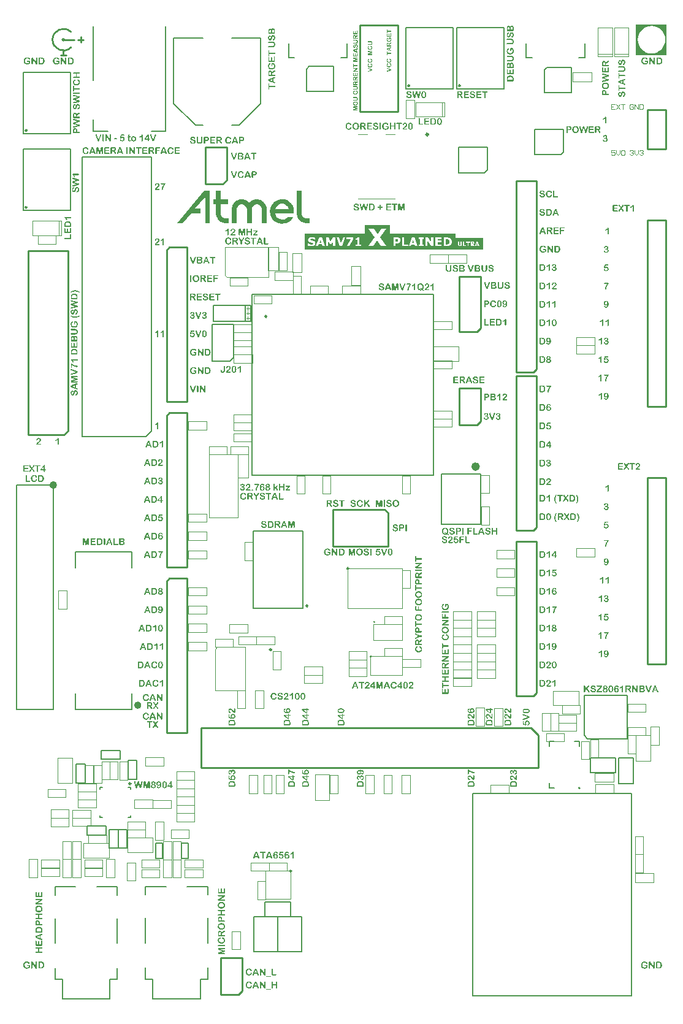
<source format=gto>
%FSLAX43Y43*%
%MOMM*%
G71*
G01*
G75*
G04 Layer_Color=65535*
%ADD10C,0.175*%
%ADD11R,0.600X0.900*%
%ADD12R,0.800X0.650*%
%ADD13R,0.900X0.600*%
%ADD14R,0.650X0.800*%
%ADD15R,0.500X0.650*%
%ADD16R,0.600X0.550*%
%ADD17R,1.050X0.600*%
%ADD18R,0.550X0.600*%
%ADD19R,0.700X0.700*%
%ADD20R,1.000X2.250*%
%ADD21R,1.200X1.200*%
%ADD22R,1.200X1.200*%
%ADD23R,0.400X1.350*%
%ADD24R,1.100X0.600*%
%ADD25R,1.100X1.000*%
%ADD26R,0.700X0.700*%
%ADD27R,0.650X0.500*%
%ADD28R,1.500X2.400*%
%ADD29R,2.200X1.500*%
%ADD30R,1.092X1.600*%
%ADD31R,1.600X1.092*%
%ADD32R,1.350X1.500*%
%ADD33R,1.500X1.350*%
%ADD34R,0.762X0.762*%
%ADD35R,0.500X0.600*%
%ADD36R,0.762X0.762*%
%ADD37R,0.950X1.000*%
%ADD38R,2.800X1.400*%
%ADD39R,1.600X1.300*%
%ADD40R,1.300X1.600*%
%ADD41R,0.950X1.750*%
%ADD42R,2.500X4.600*%
%ADD43R,2.200X0.600*%
%ADD44R,0.300X1.700*%
%ADD45O,0.300X1.700*%
%ADD46O,1.700X0.300*%
%ADD47R,0.850X0.300*%
%ADD48R,1.300X1.400*%
%ADD49R,0.230X0.500*%
%ADD50R,0.500X0.230*%
%ADD51R,3.400X3.400*%
%ADD52C,0.320*%
%ADD53R,0.600X1.100*%
%ADD54R,4.100X3.500*%
%ADD55R,0.350X0.675*%
%ADD56R,2.500X1.700*%
%ADD57R,1.400X1.600*%
%ADD58R,0.700X0.300*%
%ADD59O,0.200X0.700*%
%ADD60O,0.700X0.200*%
%ADD61R,2.800X2.800*%
%ADD62R,1.000X1.600*%
%ADD63R,3.000X2.500*%
%ADD64R,1.200X2.000*%
%ADD65R,0.610X4.600*%
%ADD66R,2.000X4.900*%
%ADD67R,0.810X4.600*%
%ADD68R,1.100X0.300*%
%ADD69R,3.100X2.300*%
%ADD70R,2.270X0.280*%
%ADD71R,0.430X2.540*%
%ADD72R,0.430X4.700*%
%ADD73R,3.200X1.270*%
%ADD74R,3.683X1.270*%
%ADD75R,0.740X2.790*%
%ADD76C,0.180*%
%ADD77C,0.200*%
%ADD78C,0.150*%
%ADD79C,0.300*%
%ADD80C,0.165*%
%ADD81C,0.185*%
%ADD82C,0.127*%
%ADD83R,1.800X1.900*%
%ADD84R,0.300X0.900*%
%ADD85C,3.600*%
%ADD86R,1.700X1.700*%
G04:AMPARAMS|DCode=87|XSize=1.05mm|YSize=1.25mm|CornerRadius=0.525mm|HoleSize=0mm|Usage=FLASHONLY|Rotation=180.000|XOffset=0mm|YOffset=0mm|HoleType=Round|Shape=RoundedRectangle|*
%AMROUNDEDRECTD87*
21,1,1.050,0.200,0,0,180.0*
21,1,0.000,1.250,0,0,180.0*
1,1,1.050,0.000,0.100*
1,1,1.050,0.000,0.100*
1,1,1.050,0.000,-0.100*
1,1,1.050,0.000,-0.100*
%
%ADD87ROUNDEDRECTD87*%
G04:AMPARAMS|DCode=88|XSize=2.1mm|YSize=1.9mm|CornerRadius=0.494mm|HoleSize=0mm|Usage=FLASHONLY|Rotation=180.000|XOffset=0mm|YOffset=0mm|HoleType=Round|Shape=RoundedRectangle|*
%AMROUNDEDRECTD88*
21,1,2.100,0.912,0,0,180.0*
21,1,1.112,1.900,0,0,180.0*
1,1,0.988,-0.556,0.456*
1,1,0.988,0.556,0.456*
1,1,0.988,0.556,-0.456*
1,1,0.988,-0.556,-0.456*
%
%ADD88ROUNDEDRECTD88*%
%ADD89C,1.700*%
%ADD90R,1.700X1.700*%
%ADD91C,1.500*%
%ADD92R,5.000X2.400*%
%ADD93R,5.000X2.200*%
%ADD94R,2.200X4.500*%
%ADD95C,1.020*%
%ADD96C,1.000*%
%ADD97C,0.550*%
%ADD98C,0.400*%
%ADD99C,0.700*%
%ADD100C,0.660*%
%ADD101C,1.016*%
%ADD102C,0.500*%
%ADD103C,1.600*%
G04:AMPARAMS|DCode=104|XSize=2.524mm|YSize=2.524mm|CornerRadius=0mm|HoleSize=0mm|Usage=FLASHONLY|Rotation=0.000|XOffset=0mm|YOffset=0mm|HoleType=Round|Shape=Relief|Width=0.254mm|Gap=0.254mm|Entries=4|*
%AMTHD104*
7,0,0,2.524,2.016,0.254,45*
%
%ADD104THD104*%
%ADD105O,1.250X1.450*%
%ADD106O,1.425X2.100*%
%ADD107C,1.900*%
%ADD108C,2.100*%
%ADD109C,3.600*%
%AMTHOVALD110*
21,1,1.800,2.724,0,0,0.0*
1,1,2.724,-0.900,0.000*
1,1,2.724,0.900,0.000*
21,0,1.800,2.216,0,0,0.0*
1,0,2.216,-0.900,0.000*
1,0,2.216,0.900,0.000*
4,0,4,-0.810,-0.090,-1.773,-1.053,-1.953,-0.873,-0.990,0.090,-0.810,-0.090,0.0*
4,0,4,0.990,-0.090,1.953,0.873,1.773,1.053,0.810,0.090,0.990,-0.090,0.0*
4,0,4,-0.990,-0.090,-1.953,0.873,-1.773,1.053,-0.810,0.090,-0.990,-0.090,0.0*
4,0,4,0.810,-0.090,1.773,-1.053,1.953,-0.873,0.990,0.090,0.810,-0.090,0.0*
%
%ADD110THOVALD110*%

%ADD111O,4.100X1.800*%
%AMTHOVALD112*
21,1,1.700,2.824,0,0,270.0*
1,1,2.824,0.000,0.850*
1,1,2.824,0.000,-0.850*
21,0,1.700,2.316,0,0,270.0*
1,0,2.316,0.000,0.850*
1,0,2.316,0.000,-0.850*
4,0,4,-0.090,0.760,-1.088,1.759,-0.909,1.938,0.090,0.940,-0.090,0.760,0.0*
4,0,4,-0.090,-0.940,0.909,-1.938,1.088,-1.759,0.090,-0.760,-0.090,-0.940,0.0*
4,0,4,-0.090,0.940,0.909,1.938,1.088,1.759,0.090,0.760,-0.090,0.940,0.0*
4,0,4,-0.090,-0.760,-1.088,-1.759,-0.909,-1.938,0.090,-0.940,-0.090,-0.760,0.0*
%
%ADD112THOVALD112*%

%ADD113C,1.620*%
%ADD114C,1.790*%
%ADD115C,0.850*%
%ADD116C,0.800*%
%ADD117C,0.930*%
%ADD118C,3.300*%
%ADD119O,3.600X1.800*%
%ADD120O,1.900X3.600*%
%ADD121C,0.950*%
%ADD122C,0.800*%
%ADD123C,1.270*%
%ADD124R,1.300X0.600*%
%ADD125R,3.700X0.980*%
%ADD126R,0.600X1.300*%
%ADD127R,0.650X1.050*%
%ADD128R,0.980X3.700*%
%ADD129R,1.400X0.600*%
%ADD130R,0.350X0.850*%
%ADD131R,1.700X0.350*%
%ADD132C,0.280*%
%ADD133O,0.280X0.850*%
%ADD134O,0.850X0.280*%
%ADD135R,2.700X2.700*%
%ADD136R,0.700X0.230*%
%ADD137R,0.230X0.700*%
%ADD138O,1.524X0.381*%
%ADD139R,2.000X1.100*%
%ADD140R,3.000X3.000*%
%ADD141R,0.800X2.000*%
%ADD142C,0.125*%
%ADD143R,0.312X0.829*%
%ADD144R,1.490X0.201*%
%ADD145R,1.507X0.242*%
%ADD146C,0.254*%
%ADD147C,0.250*%
%ADD148C,0.600*%
%ADD149C,1.000*%
%ADD150C,0.100*%
%ADD151C,0.112*%
G36*
X-70536Y-93833D02*
X-70529Y-93834D01*
X-70519Y-93836D01*
X-70510Y-93840D01*
X-70500Y-93845D01*
X-70491Y-93853D01*
X-70490Y-93854D01*
X-70487Y-93856D01*
X-70484Y-93861D01*
X-70480Y-93866D01*
X-70476Y-93874D01*
X-70472Y-93883D01*
X-70470Y-93893D01*
X-70469Y-93904D01*
Y-93906D01*
X-70470Y-93911D01*
X-70471Y-93921D01*
X-70475Y-93934D01*
X-70480Y-93950D01*
X-70489Y-93970D01*
X-70501Y-93993D01*
X-70517Y-94019D01*
X-70701Y-94293D01*
X-70504Y-94596D01*
X-70502Y-94598D01*
X-70500Y-94603D01*
X-70495Y-94610D01*
X-70489Y-94619D01*
X-70476Y-94640D01*
X-70470Y-94651D01*
X-70465Y-94661D01*
Y-94663D01*
X-70462Y-94666D01*
X-70461Y-94671D01*
X-70459Y-94678D01*
X-70455Y-94694D01*
X-70452Y-94711D01*
Y-94713D01*
Y-94715D01*
Y-94719D01*
X-70454Y-94725D01*
X-70457Y-94738D01*
X-70464Y-94753D01*
Y-94754D01*
X-70466Y-94755D01*
X-70471Y-94763D01*
X-70481Y-94771D01*
X-70495Y-94780D01*
X-70496D01*
X-70499Y-94781D01*
X-70502Y-94784D01*
X-70507Y-94785D01*
X-70521Y-94790D01*
X-70539Y-94791D01*
X-70542D01*
X-70547Y-94790D01*
X-70554D01*
X-70569Y-94786D01*
X-70584Y-94780D01*
X-70585D01*
X-70586Y-94779D01*
X-70595Y-94772D01*
X-70604Y-94765D01*
X-70614Y-94754D01*
Y-94753D01*
X-70616Y-94750D01*
X-70619Y-94746D01*
X-70624Y-94739D01*
X-70629Y-94730D01*
X-70636Y-94719D01*
X-70645Y-94705D01*
X-70656Y-94689D01*
X-70819Y-94431D01*
X-70992Y-94696D01*
X-70994Y-94698D01*
X-70996Y-94701D01*
X-70999Y-94708D01*
X-71004Y-94714D01*
X-71012Y-94729D01*
X-71017Y-94736D01*
X-71021Y-94741D01*
X-71022Y-94744D01*
X-71027Y-94749D01*
X-71034Y-94756D01*
X-71042Y-94765D01*
X-71045Y-94766D01*
X-71050Y-94771D01*
X-71059Y-94777D01*
X-71070Y-94784D01*
X-71071D01*
X-71072Y-94785D01*
X-71076Y-94786D01*
X-71081Y-94787D01*
X-71094Y-94790D01*
X-71109Y-94791D01*
X-71115D01*
X-71121Y-94790D01*
X-71129Y-94789D01*
X-71138Y-94786D01*
X-71147Y-94783D01*
X-71157Y-94777D01*
X-71166Y-94771D01*
X-71167Y-94770D01*
X-71170Y-94768D01*
X-71172Y-94763D01*
X-71176Y-94755D01*
X-71181Y-94748D01*
X-71183Y-94736D01*
X-71186Y-94724D01*
X-71187Y-94710D01*
Y-94708D01*
X-71186Y-94701D01*
X-71185Y-94691D01*
X-71181Y-94679D01*
X-71176Y-94661D01*
X-71168Y-94643D01*
X-71157Y-94620D01*
X-71142Y-94596D01*
X-70934Y-94293D01*
X-71109Y-94023D01*
X-71110Y-94021D01*
X-71112Y-94016D01*
X-71117Y-94009D01*
X-71122Y-94000D01*
X-71129Y-93989D01*
X-71135Y-93979D01*
X-71146Y-93956D01*
Y-93955D01*
X-71148Y-93951D01*
X-71150Y-93946D01*
X-71152Y-93939D01*
X-71156Y-93921D01*
X-71158Y-93901D01*
Y-93900D01*
Y-93896D01*
X-71157Y-93891D01*
X-71156Y-93885D01*
X-71152Y-93878D01*
X-71148Y-93869D01*
X-71142Y-93861D01*
X-71135Y-93853D01*
X-71133Y-93851D01*
X-71131Y-93849D01*
X-71125Y-93846D01*
X-71118Y-93841D01*
X-71110Y-93838D01*
X-71100Y-93835D01*
X-71089Y-93833D01*
X-71076Y-93831D01*
X-71070D01*
X-71062Y-93833D01*
X-71054Y-93834D01*
X-71045Y-93838D01*
X-71035Y-93841D01*
X-71025Y-93848D01*
X-71016Y-93855D01*
X-71015Y-93856D01*
X-71012Y-93860D01*
X-71007Y-93866D01*
X-71000Y-93875D01*
X-70991Y-93886D01*
X-70981Y-93901D01*
X-70969Y-93920D01*
X-70955Y-93941D01*
X-70816Y-94166D01*
X-70667Y-93941D01*
X-70666Y-93940D01*
X-70664Y-93936D01*
X-70661Y-93931D01*
X-70656Y-93924D01*
X-70646Y-93909D01*
X-70636Y-93893D01*
X-70635Y-93891D01*
X-70634Y-93889D01*
X-70631Y-93885D01*
X-70627Y-93880D01*
X-70620Y-93869D01*
X-70611Y-93859D01*
Y-93858D01*
X-70609Y-93856D01*
X-70602Y-93851D01*
X-70594Y-93845D01*
X-70584Y-93839D01*
X-70582D01*
X-70581Y-93838D01*
X-70574Y-93835D01*
X-70562Y-93833D01*
X-70549Y-93831D01*
X-70542D01*
X-70536Y-93833D01*
D02*
G37*
G36*
X-16469Y-35879D02*
X-16460Y-35881D01*
X-16453Y-35884D01*
X-16443Y-35889D01*
X-16434Y-35895D01*
X-16427Y-35904D01*
X-16425Y-35905D01*
X-16423Y-35909D01*
X-16420Y-35915D01*
X-16415Y-35922D01*
X-16412Y-35932D01*
X-16409Y-35945D01*
X-16407Y-35960D01*
X-16405Y-35976D01*
Y-36701D01*
Y-36702D01*
Y-36706D01*
Y-36712D01*
X-16407Y-36721D01*
X-16408Y-36730D01*
X-16410Y-36741D01*
X-16417Y-36763D01*
X-16420Y-36776D01*
X-16427Y-36787D01*
X-16434Y-36798D01*
X-16442Y-36807D01*
X-16453Y-36816D01*
X-16464Y-36822D01*
X-16478Y-36826D01*
X-16493Y-36827D01*
X-16499D01*
X-16507Y-36826D01*
X-16515Y-36823D01*
X-16525Y-36821D01*
X-16535Y-36817D01*
X-16545Y-36811D01*
X-16555Y-36802D01*
X-16557Y-36801D01*
X-16559Y-36797D01*
X-16563Y-36791D01*
X-16567Y-36782D01*
X-16570Y-36772D01*
X-16574Y-36758D01*
X-16577Y-36742D01*
X-16578Y-36725D01*
Y-36149D01*
X-16579Y-36150D01*
X-16585Y-36154D01*
X-16593Y-36160D01*
X-16604Y-36167D01*
X-16617Y-36177D01*
X-16632Y-36187D01*
X-16648Y-36199D01*
X-16665Y-36210D01*
X-16702Y-36234D01*
X-16720Y-36243D01*
X-16738Y-36252D01*
X-16754Y-36261D01*
X-16770Y-36267D01*
X-16784Y-36271D01*
X-16795Y-36272D01*
X-16800D01*
X-16805Y-36271D01*
X-16812Y-36270D01*
X-16818Y-36267D01*
X-16826Y-36263D01*
X-16834Y-36258D01*
X-16843Y-36252D01*
X-16844Y-36251D01*
X-16845Y-36248D01*
X-16849Y-36243D01*
X-16853Y-36238D01*
X-16856Y-36231D01*
X-16859Y-36222D01*
X-16861Y-36212D01*
X-16863Y-36202D01*
Y-36201D01*
Y-36197D01*
X-16861Y-36191D01*
X-16860Y-36184D01*
X-16858Y-36176D01*
X-16854Y-36169D01*
X-16849Y-36161D01*
X-16843Y-36155D01*
X-16841Y-36154D01*
X-16839Y-36152D01*
X-16833Y-36149D01*
X-16825Y-36145D01*
X-16815Y-36139D01*
X-16803Y-36132D01*
X-16788Y-36125D01*
X-16770Y-36116D01*
X-16769D01*
X-16767Y-36115D01*
X-16763Y-36112D01*
X-16758Y-36110D01*
X-16744Y-36102D01*
X-16727Y-36092D01*
X-16707Y-36081D01*
X-16687Y-36069D01*
X-16667Y-36055D01*
X-16649Y-36040D01*
X-16647Y-36039D01*
X-16642Y-36032D01*
X-16633Y-36025D01*
X-16622Y-36014D01*
X-16609Y-36001D01*
X-16595Y-35986D01*
X-16582Y-35969D01*
X-16568Y-35951D01*
X-16567Y-35949D01*
X-16562Y-35944D01*
X-16555Y-35935D01*
X-16548Y-35925D01*
X-16540Y-35914D01*
X-16533Y-35904D01*
X-16527Y-35896D01*
X-16522Y-35890D01*
X-16519Y-35887D01*
X-16517Y-35886D01*
X-16512Y-35884D01*
X-16507Y-35881D01*
X-16499Y-35880D01*
X-16490Y-35877D01*
X-16474D01*
X-16469Y-35879D01*
D02*
G37*
G36*
X-17409Y-40964D02*
X-17386Y-40965D01*
X-17360Y-40967D01*
X-17333Y-40970D01*
X-17305Y-40975D01*
X-17279Y-40981D01*
X-17278D01*
X-17276Y-40982D01*
X-17273Y-40984D01*
X-17268Y-40985D01*
X-17254Y-40989D01*
X-17238Y-40996D01*
X-17218Y-41005D01*
X-17198Y-41016D01*
X-17175Y-41030D01*
X-17154Y-41047D01*
X-17153Y-41049D01*
X-17148Y-41054D01*
X-17140Y-41060D01*
X-17131Y-41071D01*
X-17120Y-41084D01*
X-17108Y-41100D01*
X-17095Y-41119D01*
X-17081Y-41141D01*
X-17068Y-41166D01*
X-17055Y-41194D01*
X-17043Y-41225D01*
X-17031Y-41259D01*
X-17023Y-41296D01*
X-17015Y-41336D01*
X-17010Y-41379D01*
X-17009Y-41425D01*
Y-41426D01*
Y-41429D01*
Y-41432D01*
Y-41439D01*
Y-41446D01*
X-17010Y-41455D01*
Y-41475D01*
X-17013Y-41499D01*
X-17015Y-41524D01*
X-17019Y-41551D01*
X-17024Y-41577D01*
Y-41579D01*
X-17025Y-41580D01*
Y-41584D01*
X-17026Y-41589D01*
X-17030Y-41602D01*
X-17035Y-41619D01*
X-17041Y-41637D01*
X-17049Y-41659D01*
X-17059Y-41680D01*
X-17069Y-41701D01*
X-17070Y-41704D01*
X-17074Y-41710D01*
X-17081Y-41721D01*
X-17090Y-41734D01*
X-17101Y-41750D01*
X-17114Y-41766D01*
X-17129Y-41784D01*
X-17146Y-41800D01*
X-17148Y-41801D01*
X-17153Y-41805D01*
X-17160Y-41811D01*
X-17170Y-41819D01*
X-17183Y-41827D01*
X-17196Y-41836D01*
X-17213Y-41846D01*
X-17229Y-41854D01*
X-17231Y-41855D01*
X-17236Y-41857D01*
X-17245Y-41860D01*
X-17258Y-41865D01*
X-17271Y-41870D01*
X-17288Y-41873D01*
X-17305Y-41878D01*
X-17324Y-41882D01*
X-17326D01*
X-17333Y-41883D01*
X-17343Y-41885D01*
X-17356Y-41886D01*
X-17374Y-41887D01*
X-17393Y-41888D01*
X-17414Y-41890D01*
X-17691D01*
X-17700Y-41888D01*
X-17711Y-41887D01*
X-17736Y-41883D01*
X-17749Y-41880D01*
X-17760Y-41875D01*
X-17761Y-41873D01*
X-17764Y-41872D01*
X-17769Y-41868D01*
X-17774Y-41863D01*
X-17780Y-41857D01*
X-17785Y-41851D01*
X-17790Y-41842D01*
X-17794Y-41832D01*
Y-41831D01*
X-17795Y-41827D01*
X-17796Y-41821D01*
X-17798Y-41812D01*
X-17799Y-41801D01*
X-17800Y-41789D01*
X-17801Y-41775D01*
Y-41759D01*
Y-41079D01*
Y-41077D01*
Y-41076D01*
Y-41069D01*
X-17800Y-41057D01*
X-17798Y-41045D01*
X-17795Y-41030D01*
X-17790Y-41015D01*
X-17784Y-41001D01*
X-17775Y-40990D01*
X-17774Y-40989D01*
X-17770Y-40986D01*
X-17763Y-40981D01*
X-17754Y-40976D01*
X-17741Y-40971D01*
X-17726Y-40966D01*
X-17709Y-40964D01*
X-17688Y-40962D01*
X-17418D01*
X-17409Y-40964D01*
D02*
G37*
G36*
X-16469Y-40957D02*
X-16460Y-40960D01*
X-16453Y-40962D01*
X-16443Y-40967D01*
X-16434Y-40974D01*
X-16427Y-40982D01*
X-16425Y-40984D01*
X-16423Y-40987D01*
X-16420Y-40994D01*
X-16415Y-41001D01*
X-16412Y-41011D01*
X-16409Y-41024D01*
X-16407Y-41039D01*
X-16405Y-41055D01*
Y-41780D01*
Y-41781D01*
Y-41785D01*
Y-41791D01*
X-16407Y-41800D01*
X-16408Y-41809D01*
X-16410Y-41820D01*
X-16417Y-41842D01*
X-16420Y-41855D01*
X-16427Y-41866D01*
X-16434Y-41877D01*
X-16442Y-41886D01*
X-16453Y-41895D01*
X-16464Y-41901D01*
X-16478Y-41905D01*
X-16493Y-41906D01*
X-16499D01*
X-16507Y-41905D01*
X-16515Y-41902D01*
X-16525Y-41900D01*
X-16535Y-41896D01*
X-16545Y-41890D01*
X-16555Y-41881D01*
X-16557Y-41880D01*
X-16559Y-41876D01*
X-16563Y-41870D01*
X-16567Y-41861D01*
X-16570Y-41851D01*
X-16574Y-41837D01*
X-16577Y-41821D01*
X-16578Y-41804D01*
Y-41227D01*
X-16579Y-41229D01*
X-16585Y-41232D01*
X-16593Y-41239D01*
X-16604Y-41246D01*
X-16617Y-41256D01*
X-16632Y-41266D01*
X-16648Y-41277D01*
X-16665Y-41289D01*
X-16702Y-41312D01*
X-16720Y-41322D01*
X-16738Y-41331D01*
X-16754Y-41340D01*
X-16770Y-41346D01*
X-16784Y-41350D01*
X-16795Y-41351D01*
X-16800D01*
X-16805Y-41350D01*
X-16812Y-41349D01*
X-16818Y-41346D01*
X-16826Y-41342D01*
X-16834Y-41337D01*
X-16843Y-41331D01*
X-16844Y-41330D01*
X-16845Y-41327D01*
X-16849Y-41322D01*
X-16853Y-41317D01*
X-16856Y-41310D01*
X-16859Y-41301D01*
X-16861Y-41291D01*
X-16863Y-41281D01*
Y-41280D01*
Y-41276D01*
X-16861Y-41270D01*
X-16860Y-41262D01*
X-16858Y-41255D01*
X-16854Y-41247D01*
X-16849Y-41240D01*
X-16843Y-41234D01*
X-16841Y-41232D01*
X-16839Y-41231D01*
X-16833Y-41227D01*
X-16825Y-41224D01*
X-16815Y-41217D01*
X-16803Y-41211D01*
X-16788Y-41204D01*
X-16770Y-41195D01*
X-16769D01*
X-16767Y-41194D01*
X-16763Y-41191D01*
X-16758Y-41189D01*
X-16744Y-41181D01*
X-16727Y-41171D01*
X-16707Y-41160D01*
X-16687Y-41147D01*
X-16667Y-41134D01*
X-16649Y-41119D01*
X-16647Y-41117D01*
X-16642Y-41111D01*
X-16633Y-41104D01*
X-16622Y-41092D01*
X-16609Y-41080D01*
X-16595Y-41065D01*
X-16582Y-41047D01*
X-16568Y-41030D01*
X-16567Y-41027D01*
X-16562Y-41022D01*
X-16555Y-41014D01*
X-16548Y-41004D01*
X-16540Y-40992D01*
X-16533Y-40982D01*
X-16527Y-40975D01*
X-16522Y-40969D01*
X-16519Y-40966D01*
X-16517Y-40965D01*
X-16512Y-40962D01*
X-16507Y-40960D01*
X-16499Y-40959D01*
X-16490Y-40956D01*
X-16474D01*
X-16469Y-40957D01*
D02*
G37*
G36*
X-15771Y-40956D02*
X-15754Y-40957D01*
X-15736Y-40960D01*
X-15717Y-40964D01*
X-15696Y-40969D01*
X-15676Y-40976D01*
X-15674D01*
X-15673Y-40977D01*
X-15667Y-40980D01*
X-15657Y-40985D01*
X-15643Y-40992D01*
X-15629Y-41001D01*
X-15613Y-41011D01*
X-15597Y-41024D01*
X-15582Y-41039D01*
X-15581Y-41040D01*
X-15576Y-41046D01*
X-15568Y-41055D01*
X-15558Y-41066D01*
X-15548Y-41081D01*
X-15537Y-41099D01*
X-15526Y-41119D01*
X-15514Y-41140D01*
Y-41141D01*
X-15512Y-41145D01*
X-15509Y-41151D01*
X-15507Y-41159D01*
X-15503Y-41170D01*
X-15499Y-41184D01*
X-15494Y-41199D01*
X-15489Y-41216D01*
X-15486Y-41236D01*
X-15481Y-41259D01*
X-15477Y-41282D01*
X-15473Y-41309D01*
X-15471Y-41337D01*
X-15468Y-41369D01*
X-15466Y-41401D01*
Y-41436D01*
Y-41437D01*
Y-41441D01*
Y-41446D01*
Y-41454D01*
Y-41462D01*
X-15467Y-41472D01*
Y-41485D01*
Y-41497D01*
X-15469Y-41525D01*
X-15472Y-41555D01*
X-15474Y-41586D01*
X-15479Y-41615D01*
Y-41616D01*
Y-41619D01*
X-15481Y-41622D01*
X-15482Y-41627D01*
X-15486Y-41641D01*
X-15489Y-41660D01*
X-15496Y-41680D01*
X-15504Y-41702D01*
X-15514Y-41726D01*
X-15526Y-41750D01*
Y-41751D01*
X-15528Y-41754D01*
X-15531Y-41757D01*
X-15533Y-41762D01*
X-15543Y-41776D01*
X-15556Y-41792D01*
X-15572Y-41811D01*
X-15592Y-41830D01*
X-15613Y-41848D01*
X-15638Y-41865D01*
X-15639D01*
X-15641Y-41866D01*
X-15644Y-41868D01*
X-15649Y-41871D01*
X-15657Y-41873D01*
X-15664Y-41877D01*
X-15682Y-41885D01*
X-15704Y-41892D01*
X-15731Y-41898D01*
X-15759Y-41903D01*
X-15789Y-41905D01*
X-15798D01*
X-15806Y-41903D01*
X-15813D01*
X-15823Y-41902D01*
X-15847Y-41898D01*
X-15873Y-41891D01*
X-15902Y-41882D01*
X-15932Y-41868D01*
X-15945Y-41861D01*
X-15960Y-41851D01*
X-15962Y-41850D01*
X-15964Y-41848D01*
X-15968Y-41845D01*
X-15973Y-41841D01*
X-15987Y-41828D01*
X-16003Y-41811D01*
X-16022Y-41790D01*
X-16042Y-41764D01*
X-16059Y-41734D01*
X-16075Y-41700D01*
X-16077Y-41697D01*
X-16079Y-41691D01*
X-16082Y-41680D01*
X-16087Y-41666D01*
X-16092Y-41649D01*
X-16095Y-41629D01*
X-16100Y-41607D01*
X-16104Y-41584D01*
Y-41582D01*
Y-41581D01*
X-16105Y-41577D01*
Y-41572D01*
X-16107Y-41560D01*
X-16108Y-41542D01*
X-16110Y-41522D01*
X-16112Y-41499D01*
X-16113Y-41474D01*
Y-41446D01*
Y-41445D01*
Y-41442D01*
Y-41437D01*
Y-41430D01*
Y-41421D01*
Y-41412D01*
X-16112Y-41389D01*
X-16110Y-41362D01*
X-16109Y-41334D01*
X-16107Y-41304D01*
X-16103Y-41275D01*
Y-41274D01*
Y-41271D01*
X-16102Y-41267D01*
X-16100Y-41262D01*
X-16099Y-41247D01*
X-16095Y-41229D01*
X-16090Y-41209D01*
X-16085Y-41186D01*
X-16079Y-41164D01*
X-16072Y-41142D01*
Y-41141D01*
X-16070Y-41139D01*
X-16068Y-41134D01*
X-16064Y-41127D01*
X-16060Y-41120D01*
X-16055Y-41111D01*
X-16044Y-41091D01*
X-16029Y-41069D01*
X-16010Y-41045D01*
X-15988Y-41024D01*
X-15963Y-41004D01*
X-15962D01*
X-15959Y-41001D01*
X-15955Y-40999D01*
X-15950Y-40996D01*
X-15943Y-40992D01*
X-15935Y-40989D01*
X-15925Y-40984D01*
X-15915Y-40979D01*
X-15890Y-40970D01*
X-15862Y-40962D01*
X-15829Y-40957D01*
X-15794Y-40955D01*
X-15783D01*
X-15771Y-40956D01*
D02*
G37*
G36*
X-16469Y-33339D02*
X-16460Y-33342D01*
X-16453Y-33344D01*
X-16443Y-33349D01*
X-16434Y-33355D01*
X-16427Y-33364D01*
X-16425Y-33365D01*
X-16423Y-33369D01*
X-16420Y-33375D01*
X-16415Y-33383D01*
X-16412Y-33393D01*
X-16409Y-33405D01*
X-16407Y-33420D01*
X-16405Y-33437D01*
Y-34161D01*
Y-34163D01*
Y-34166D01*
Y-34173D01*
X-16407Y-34181D01*
X-16408Y-34190D01*
X-16410Y-34201D01*
X-16417Y-34224D01*
X-16420Y-34236D01*
X-16427Y-34248D01*
X-16434Y-34259D01*
X-16442Y-34268D01*
X-16453Y-34276D01*
X-16464Y-34283D01*
X-16478Y-34286D01*
X-16493Y-34288D01*
X-16499D01*
X-16507Y-34286D01*
X-16515Y-34284D01*
X-16525Y-34281D01*
X-16535Y-34278D01*
X-16545Y-34271D01*
X-16555Y-34263D01*
X-16557Y-34261D01*
X-16559Y-34258D01*
X-16563Y-34251D01*
X-16567Y-34243D01*
X-16570Y-34233D01*
X-16574Y-34219D01*
X-16577Y-34203D01*
X-16578Y-34185D01*
Y-33609D01*
X-16579Y-33610D01*
X-16585Y-33614D01*
X-16593Y-33620D01*
X-16604Y-33628D01*
X-16617Y-33638D01*
X-16632Y-33648D01*
X-16648Y-33659D01*
X-16665Y-33670D01*
X-16702Y-33694D01*
X-16720Y-33704D01*
X-16738Y-33713D01*
X-16754Y-33722D01*
X-16770Y-33728D01*
X-16784Y-33732D01*
X-16795Y-33733D01*
X-16800D01*
X-16805Y-33732D01*
X-16812Y-33730D01*
X-16818Y-33728D01*
X-16826Y-33724D01*
X-16834Y-33719D01*
X-16843Y-33713D01*
X-16844Y-33712D01*
X-16845Y-33709D01*
X-16849Y-33704D01*
X-16853Y-33699D01*
X-16856Y-33692D01*
X-16859Y-33683D01*
X-16861Y-33673D01*
X-16863Y-33663D01*
Y-33662D01*
Y-33658D01*
X-16861Y-33652D01*
X-16860Y-33644D01*
X-16858Y-33637D01*
X-16854Y-33629D01*
X-16849Y-33622D01*
X-16843Y-33615D01*
X-16841Y-33614D01*
X-16839Y-33613D01*
X-16833Y-33609D01*
X-16825Y-33605D01*
X-16815Y-33599D01*
X-16803Y-33593D01*
X-16788Y-33585D01*
X-16770Y-33577D01*
X-16769D01*
X-16767Y-33575D01*
X-16763Y-33573D01*
X-16758Y-33570D01*
X-16744Y-33563D01*
X-16727Y-33553D01*
X-16707Y-33542D01*
X-16687Y-33529D01*
X-16667Y-33515D01*
X-16649Y-33500D01*
X-16647Y-33499D01*
X-16642Y-33493D01*
X-16633Y-33485D01*
X-16622Y-33474D01*
X-16609Y-33462D01*
X-16595Y-33447D01*
X-16582Y-33429D01*
X-16568Y-33412D01*
X-16567Y-33409D01*
X-16562Y-33404D01*
X-16555Y-33395D01*
X-16548Y-33385D01*
X-16540Y-33374D01*
X-16533Y-33364D01*
X-16527Y-33357D01*
X-16522Y-33350D01*
X-16519Y-33348D01*
X-16517Y-33347D01*
X-16512Y-33344D01*
X-16507Y-33342D01*
X-16499Y-33340D01*
X-16490Y-33338D01*
X-16474D01*
X-16469Y-33339D01*
D02*
G37*
G36*
X-17409Y-33345D02*
X-17386Y-33347D01*
X-17360Y-33349D01*
X-17333Y-33352D01*
X-17305Y-33357D01*
X-17279Y-33363D01*
X-17278D01*
X-17276Y-33364D01*
X-17273Y-33365D01*
X-17268Y-33367D01*
X-17254Y-33370D01*
X-17238Y-33378D01*
X-17218Y-33387D01*
X-17198Y-33398D01*
X-17175Y-33412D01*
X-17154Y-33429D01*
X-17153Y-33430D01*
X-17148Y-33435D01*
X-17140Y-33442D01*
X-17131Y-33453D01*
X-17120Y-33465D01*
X-17108Y-33482D01*
X-17095Y-33500D01*
X-17081Y-33523D01*
X-17068Y-33548D01*
X-17055Y-33575D01*
X-17043Y-33607D01*
X-17031Y-33640D01*
X-17023Y-33678D01*
X-17015Y-33718D01*
X-17010Y-33760D01*
X-17009Y-33807D01*
Y-33808D01*
Y-33810D01*
Y-33814D01*
Y-33820D01*
Y-33828D01*
X-17010Y-33837D01*
Y-33857D01*
X-17013Y-33880D01*
X-17015Y-33905D01*
X-17019Y-33933D01*
X-17024Y-33959D01*
Y-33960D01*
X-17025Y-33961D01*
Y-33965D01*
X-17026Y-33970D01*
X-17030Y-33984D01*
X-17035Y-34000D01*
X-17041Y-34019D01*
X-17049Y-34040D01*
X-17059Y-34061D01*
X-17069Y-34083D01*
X-17070Y-34085D01*
X-17074Y-34091D01*
X-17081Y-34103D01*
X-17090Y-34115D01*
X-17101Y-34131D01*
X-17114Y-34148D01*
X-17129Y-34165D01*
X-17146Y-34181D01*
X-17148Y-34183D01*
X-17153Y-34186D01*
X-17160Y-34193D01*
X-17170Y-34200D01*
X-17183Y-34209D01*
X-17196Y-34218D01*
X-17213Y-34228D01*
X-17229Y-34235D01*
X-17231Y-34236D01*
X-17236Y-34239D01*
X-17245Y-34241D01*
X-17258Y-34246D01*
X-17271Y-34251D01*
X-17288Y-34255D01*
X-17305Y-34260D01*
X-17324Y-34264D01*
X-17326D01*
X-17333Y-34265D01*
X-17343Y-34266D01*
X-17356Y-34268D01*
X-17374Y-34269D01*
X-17393Y-34270D01*
X-17414Y-34271D01*
X-17691D01*
X-17700Y-34270D01*
X-17711Y-34269D01*
X-17736Y-34265D01*
X-17749Y-34261D01*
X-17760Y-34256D01*
X-17761Y-34255D01*
X-17764Y-34254D01*
X-17769Y-34250D01*
X-17774Y-34245D01*
X-17780Y-34239D01*
X-17785Y-34233D01*
X-17790Y-34224D01*
X-17794Y-34214D01*
Y-34213D01*
X-17795Y-34209D01*
X-17796Y-34203D01*
X-17798Y-34194D01*
X-17799Y-34183D01*
X-17800Y-34170D01*
X-17801Y-34156D01*
Y-34140D01*
Y-33460D01*
Y-33459D01*
Y-33458D01*
Y-33450D01*
X-17800Y-33439D01*
X-17798Y-33427D01*
X-17795Y-33412D01*
X-17790Y-33397D01*
X-17784Y-33383D01*
X-17775Y-33372D01*
X-17774Y-33370D01*
X-17770Y-33368D01*
X-17763Y-33363D01*
X-17754Y-33358D01*
X-17741Y-33353D01*
X-17726Y-33348D01*
X-17709Y-33345D01*
X-17688Y-33344D01*
X-17418D01*
X-17409Y-33345D01*
D02*
G37*
G36*
X-71583Y-93849D02*
X-71566D01*
X-71548Y-93850D01*
X-71530Y-93851D01*
X-71512Y-93854D01*
X-71510D01*
X-71505Y-93855D01*
X-71496Y-93856D01*
X-71485Y-93859D01*
X-71473Y-93861D01*
X-71460Y-93865D01*
X-71432Y-93875D01*
X-71430Y-93876D01*
X-71425Y-93879D01*
X-71416Y-93883D01*
X-71406Y-93889D01*
X-71393Y-93896D01*
X-71381Y-93905D01*
X-71367Y-93916D01*
X-71355Y-93929D01*
X-71353Y-93930D01*
X-71350Y-93935D01*
X-71343Y-93941D01*
X-71336Y-93951D01*
X-71327Y-93963D01*
X-71318Y-93976D01*
X-71311Y-93991D01*
X-71303Y-94008D01*
X-71302Y-94010D01*
X-71301Y-94015D01*
X-71298Y-94025D01*
X-71295Y-94036D01*
X-71291Y-94051D01*
X-71288Y-94068D01*
X-71287Y-94085D01*
X-71286Y-94104D01*
Y-94105D01*
Y-94109D01*
Y-94114D01*
X-71287Y-94121D01*
Y-94130D01*
X-71288Y-94140D01*
X-71293Y-94164D01*
X-71300Y-94190D01*
X-71311Y-94218D01*
X-71325Y-94245D01*
X-71335Y-94258D01*
X-71345Y-94270D01*
X-71346Y-94271D01*
X-71347Y-94273D01*
X-71351Y-94276D01*
X-71356Y-94280D01*
X-71362Y-94285D01*
X-71370Y-94291D01*
X-71378Y-94298D01*
X-71388Y-94304D01*
X-71401Y-94311D01*
X-71413Y-94319D01*
X-71428Y-94325D01*
X-71445Y-94333D01*
X-71462Y-94340D01*
X-71481Y-94346D01*
X-71501Y-94353D01*
X-71522Y-94358D01*
X-71520Y-94359D01*
X-71513Y-94363D01*
X-71503Y-94369D01*
X-71491Y-94378D01*
X-71477Y-94389D01*
X-71461Y-94401D01*
X-71445Y-94418D01*
X-71427Y-94436D01*
X-71425Y-94439D01*
X-71420Y-94445D01*
X-71411Y-94455D01*
X-71400Y-94469D01*
X-71387Y-94485D01*
X-71373Y-94504D01*
X-71360Y-94525D01*
X-71346Y-94546D01*
Y-94548D01*
X-71345Y-94549D01*
X-71340Y-94556D01*
X-71333Y-94568D01*
X-71325Y-94581D01*
X-71316Y-94598D01*
X-71307Y-94616D01*
X-71297Y-94634D01*
X-71290Y-94653D01*
X-71288Y-94655D01*
X-71286Y-94660D01*
X-71283Y-94668D01*
X-71280Y-94678D01*
X-71272Y-94699D01*
X-71271Y-94709D01*
X-71270Y-94716D01*
Y-94718D01*
Y-94720D01*
Y-94724D01*
X-71271Y-94728D01*
X-71275Y-94740D01*
X-71282Y-94754D01*
Y-94755D01*
X-71285Y-94756D01*
X-71290Y-94764D01*
X-71300Y-94772D01*
X-71313Y-94781D01*
X-71315D01*
X-71317Y-94783D01*
X-71321Y-94784D01*
X-71327Y-94786D01*
X-71333Y-94787D01*
X-71342Y-94790D01*
X-71361Y-94791D01*
X-71366D01*
X-71372Y-94790D01*
X-71380Y-94789D01*
X-71396Y-94785D01*
X-71405Y-94781D01*
X-71413Y-94776D01*
X-71415Y-94775D01*
X-71417Y-94774D01*
X-71421Y-94771D01*
X-71426Y-94766D01*
X-71438Y-94755D01*
X-71451Y-94740D01*
X-71452Y-94739D01*
X-71453Y-94735D01*
X-71457Y-94730D01*
X-71462Y-94723D01*
X-71467Y-94713D01*
X-71475Y-94701D01*
X-71483Y-94688D01*
X-71492Y-94673D01*
X-71567Y-94548D01*
Y-94546D01*
X-71568Y-94545D01*
X-71571Y-94541D01*
X-71575Y-94536D01*
X-71582Y-94524D01*
X-71592Y-94508D01*
X-71603Y-94491D01*
X-71616Y-94474D01*
X-71628Y-94458D01*
X-71641Y-94443D01*
X-71642Y-94441D01*
X-71646Y-94436D01*
X-71652Y-94430D01*
X-71661Y-94423D01*
X-71671Y-94414D01*
X-71681Y-94406D01*
X-71693Y-94399D01*
X-71706Y-94393D01*
X-71707Y-94391D01*
X-71712Y-94390D01*
X-71718Y-94388D01*
X-71728Y-94385D01*
X-71741Y-94383D01*
X-71755Y-94381D01*
X-71771Y-94379D01*
X-71853D01*
Y-94678D01*
Y-94679D01*
Y-94680D01*
Y-94688D01*
X-71855Y-94698D01*
X-71857Y-94710D01*
X-71860Y-94724D01*
X-71865Y-94739D01*
X-71871Y-94753D01*
X-71880Y-94764D01*
X-71881Y-94765D01*
X-71885Y-94768D01*
X-71890Y-94772D01*
X-71898Y-94777D01*
X-71907Y-94783D01*
X-71920Y-94787D01*
X-71932Y-94790D01*
X-71947Y-94791D01*
X-71955D01*
X-71962Y-94790D01*
X-71972Y-94787D01*
X-71983Y-94784D01*
X-71996Y-94779D01*
X-72007Y-94772D01*
X-72017Y-94763D01*
X-72018Y-94761D01*
X-72021Y-94758D01*
X-72025Y-94750D01*
X-72028Y-94741D01*
X-72033Y-94729D01*
X-72037Y-94715D01*
X-72040Y-94698D01*
X-72041Y-94678D01*
Y-93964D01*
Y-93963D01*
Y-93961D01*
Y-93954D01*
X-72040Y-93943D01*
X-72037Y-93930D01*
X-72035Y-93915D01*
X-72030Y-93900D01*
X-72023Y-93886D01*
X-72015Y-93875D01*
X-72013Y-93874D01*
X-72010Y-93871D01*
X-72002Y-93866D01*
X-71993Y-93861D01*
X-71981Y-93856D01*
X-71966Y-93851D01*
X-71947Y-93849D01*
X-71926Y-93848D01*
X-71598D01*
X-71583Y-93849D01*
D02*
G37*
G36*
X-17409Y-35885D02*
X-17386Y-35886D01*
X-17360Y-35889D01*
X-17333Y-35891D01*
X-17305Y-35896D01*
X-17279Y-35902D01*
X-17278D01*
X-17276Y-35904D01*
X-17273Y-35905D01*
X-17268Y-35906D01*
X-17254Y-35910D01*
X-17238Y-35917D01*
X-17218Y-35926D01*
X-17198Y-35937D01*
X-17175Y-35951D01*
X-17154Y-35969D01*
X-17153Y-35970D01*
X-17148Y-35975D01*
X-17140Y-35981D01*
X-17131Y-35992D01*
X-17120Y-36005D01*
X-17108Y-36021D01*
X-17095Y-36040D01*
X-17081Y-36062D01*
X-17068Y-36087D01*
X-17055Y-36115D01*
X-17043Y-36146D01*
X-17031Y-36180D01*
X-17023Y-36217D01*
X-17015Y-36257D01*
X-17010Y-36300D01*
X-17009Y-36346D01*
Y-36347D01*
Y-36350D01*
Y-36353D01*
Y-36360D01*
Y-36367D01*
X-17010Y-36376D01*
Y-36396D01*
X-17013Y-36420D01*
X-17015Y-36445D01*
X-17019Y-36472D01*
X-17024Y-36498D01*
Y-36500D01*
X-17025Y-36501D01*
Y-36505D01*
X-17026Y-36510D01*
X-17030Y-36523D01*
X-17035Y-36540D01*
X-17041Y-36558D01*
X-17049Y-36580D01*
X-17059Y-36601D01*
X-17069Y-36622D01*
X-17070Y-36625D01*
X-17074Y-36631D01*
X-17081Y-36642D01*
X-17090Y-36655D01*
X-17101Y-36671D01*
X-17114Y-36687D01*
X-17129Y-36705D01*
X-17146Y-36721D01*
X-17148Y-36722D01*
X-17153Y-36726D01*
X-17160Y-36732D01*
X-17170Y-36740D01*
X-17183Y-36748D01*
X-17196Y-36757D01*
X-17213Y-36767D01*
X-17229Y-36775D01*
X-17231Y-36776D01*
X-17236Y-36778D01*
X-17245Y-36781D01*
X-17258Y-36786D01*
X-17271Y-36791D01*
X-17288Y-36795D01*
X-17305Y-36800D01*
X-17324Y-36803D01*
X-17326D01*
X-17333Y-36805D01*
X-17343Y-36806D01*
X-17356Y-36807D01*
X-17374Y-36808D01*
X-17393Y-36810D01*
X-17414Y-36811D01*
X-17691D01*
X-17700Y-36810D01*
X-17711Y-36808D01*
X-17736Y-36805D01*
X-17749Y-36801D01*
X-17760Y-36796D01*
X-17761Y-36795D01*
X-17764Y-36793D01*
X-17769Y-36790D01*
X-17774Y-36785D01*
X-17780Y-36778D01*
X-17785Y-36772D01*
X-17790Y-36763D01*
X-17794Y-36753D01*
Y-36752D01*
X-17795Y-36748D01*
X-17796Y-36742D01*
X-17798Y-36733D01*
X-17799Y-36722D01*
X-17800Y-36710D01*
X-17801Y-36696D01*
Y-36680D01*
Y-36000D01*
Y-35999D01*
Y-35997D01*
Y-35990D01*
X-17800Y-35979D01*
X-17798Y-35966D01*
X-17795Y-35951D01*
X-17790Y-35936D01*
X-17784Y-35922D01*
X-17775Y-35911D01*
X-17774Y-35910D01*
X-17770Y-35907D01*
X-17763Y-35902D01*
X-17754Y-35897D01*
X-17741Y-35892D01*
X-17726Y-35887D01*
X-17709Y-35885D01*
X-17688Y-35884D01*
X-17418D01*
X-17409Y-35885D01*
D02*
G37*
G36*
X-15759Y-35879D02*
X-15749D01*
X-15727Y-35881D01*
X-15701Y-35885D01*
X-15673Y-35891D01*
X-15646Y-35899D01*
X-15619Y-35909D01*
X-15617Y-35910D01*
X-15612Y-35912D01*
X-15603Y-35917D01*
X-15593Y-35924D01*
X-15581Y-35931D01*
X-15567Y-35941D01*
X-15553Y-35952D01*
X-15541Y-35965D01*
X-15539Y-35966D01*
X-15536Y-35971D01*
X-15529Y-35979D01*
X-15522Y-35989D01*
X-15513Y-36000D01*
X-15504Y-36014D01*
X-15496Y-36030D01*
X-15488Y-36046D01*
X-15487Y-36049D01*
X-15486Y-36054D01*
X-15482Y-36064D01*
X-15478Y-36075D01*
X-15476Y-36090D01*
X-15472Y-36106D01*
X-15471Y-36124D01*
X-15469Y-36142D01*
Y-36144D01*
Y-36146D01*
Y-36150D01*
Y-36156D01*
X-15471Y-36162D01*
X-15472Y-36171D01*
X-15474Y-36190D01*
X-15479Y-36212D01*
X-15486Y-36236D01*
X-15496Y-36261D01*
X-15509Y-36286D01*
Y-36287D01*
X-15511Y-36288D01*
X-15516Y-36296D01*
X-15524Y-36308D01*
X-15534Y-36322D01*
X-15546Y-36338D01*
X-15559Y-36355D01*
X-15574Y-36371D01*
X-15589Y-36386D01*
X-15591Y-36387D01*
X-15597Y-36392D01*
X-15607Y-36401D01*
X-15621Y-36413D01*
X-15639Y-36430D01*
X-15663Y-36450D01*
X-15692Y-36473D01*
X-15707Y-36487D01*
X-15724Y-36501D01*
X-15726Y-36502D01*
X-15728Y-36505D01*
X-15733Y-36508D01*
X-15739Y-36513D01*
X-15747Y-36520D01*
X-15756Y-36527D01*
X-15776Y-36545D01*
X-15798Y-36565D01*
X-15819Y-36585D01*
X-15838Y-36605D01*
X-15847Y-36613D01*
X-15854Y-36622D01*
X-15856Y-36623D01*
X-15857Y-36625D01*
X-15861Y-36628D01*
X-15864Y-36633D01*
X-15874Y-36646D01*
X-15885Y-36662D01*
X-15547D01*
X-15538Y-36663D01*
X-15527Y-36665D01*
X-15516Y-36667D01*
X-15503Y-36671D01*
X-15491Y-36676D01*
X-15481Y-36683D01*
X-15479Y-36685D01*
X-15477Y-36687D01*
X-15472Y-36691D01*
X-15467Y-36697D01*
X-15463Y-36705D01*
X-15458Y-36715D01*
X-15456Y-36725D01*
X-15454Y-36737D01*
Y-36738D01*
Y-36742D01*
X-15456Y-36748D01*
X-15457Y-36756D01*
X-15459Y-36763D01*
X-15463Y-36772D01*
X-15468Y-36781D01*
X-15476Y-36790D01*
X-15477Y-36791D01*
X-15479Y-36793D01*
X-15484Y-36796D01*
X-15491Y-36800D01*
X-15499Y-36805D01*
X-15509Y-36807D01*
X-15522Y-36810D01*
X-15537Y-36811D01*
X-16010D01*
X-16019Y-36810D01*
X-16030Y-36807D01*
X-16042Y-36805D01*
X-16054Y-36801D01*
X-16067Y-36795D01*
X-16078Y-36786D01*
X-16079Y-36785D01*
X-16082Y-36781D01*
X-16087Y-36776D01*
X-16090Y-36768D01*
X-16095Y-36760D01*
X-16100Y-36748D01*
X-16103Y-36736D01*
X-16104Y-36723D01*
Y-36722D01*
Y-36720D01*
X-16103Y-36715D01*
X-16102Y-36707D01*
X-16100Y-36698D01*
X-16097Y-36688D01*
X-16093Y-36677D01*
X-16087Y-36663D01*
X-16085Y-36662D01*
X-16084Y-36657D01*
X-16080Y-36651D01*
X-16075Y-36642D01*
X-16063Y-36622D01*
X-16057Y-36613D01*
X-16049Y-36605D01*
X-16048Y-36603D01*
X-16045Y-36601D01*
X-16040Y-36596D01*
X-16035Y-36590D01*
X-16028Y-36582D01*
X-16019Y-36573D01*
X-15999Y-36553D01*
X-15975Y-36530D01*
X-15950Y-36505D01*
X-15924Y-36478D01*
X-15898Y-36455D01*
X-15897Y-36453D01*
X-15895Y-36452D01*
X-15892Y-36448D01*
X-15887Y-36445D01*
X-15874Y-36433D01*
X-15861Y-36421D01*
X-15844Y-36407D01*
X-15828Y-36393D01*
X-15813Y-36381D01*
X-15801Y-36372D01*
X-15798Y-36371D01*
X-15792Y-36366D01*
X-15783Y-36358D01*
X-15771Y-36350D01*
X-15757Y-36338D01*
X-15743Y-36326D01*
X-15728Y-36313D01*
X-15714Y-36300D01*
X-15713Y-36298D01*
X-15708Y-36293D01*
X-15702Y-36286D01*
X-15694Y-36276D01*
X-15686Y-36265D01*
X-15677Y-36252D01*
X-15669Y-36237D01*
X-15662Y-36223D01*
X-15661Y-36222D01*
X-15659Y-36216D01*
X-15656Y-36208D01*
X-15652Y-36199D01*
X-15649Y-36187D01*
X-15646Y-36174D01*
X-15644Y-36160D01*
X-15643Y-36146D01*
Y-36145D01*
Y-36140D01*
X-15644Y-36132D01*
X-15646Y-36122D01*
X-15648Y-36111D01*
X-15652Y-36099D01*
X-15657Y-36087D01*
X-15663Y-36075D01*
X-15664Y-36074D01*
X-15667Y-36070D01*
X-15671Y-36064D01*
X-15677Y-36056D01*
X-15684Y-36049D01*
X-15693Y-36040D01*
X-15703Y-36032D01*
X-15716Y-36025D01*
X-15717Y-36024D01*
X-15722Y-36022D01*
X-15728Y-36019D01*
X-15737Y-36015D01*
X-15748Y-36012D01*
X-15761Y-36009D01*
X-15774Y-36007D01*
X-15788Y-36006D01*
X-15796D01*
X-15802Y-36007D01*
X-15817Y-36010D01*
X-15836Y-36015D01*
X-15856Y-36024D01*
X-15867Y-36030D01*
X-15878Y-36037D01*
X-15888Y-36046D01*
X-15899Y-36055D01*
X-15909Y-36067D01*
X-15918Y-36080D01*
X-15919Y-36082D01*
X-15920Y-36085D01*
X-15923Y-36090D01*
X-15925Y-36096D01*
X-15929Y-36105D01*
X-15934Y-36116D01*
X-15939Y-36131D01*
X-15940Y-36132D01*
X-15942Y-36139D01*
X-15945Y-36146D01*
X-15949Y-36155D01*
X-15959Y-36177D01*
X-15967Y-36187D01*
X-15973Y-36197D01*
X-15974Y-36199D01*
X-15977Y-36201D01*
X-15980Y-36205D01*
X-15987Y-36208D01*
X-15994Y-36212D01*
X-16004Y-36216D01*
X-16015Y-36218D01*
X-16028Y-36220D01*
X-16033D01*
X-16039Y-36218D01*
X-16047Y-36217D01*
X-16054Y-36215D01*
X-16063Y-36211D01*
X-16072Y-36206D01*
X-16080Y-36199D01*
X-16082Y-36197D01*
X-16084Y-36195D01*
X-16087Y-36190D01*
X-16090Y-36184D01*
X-16095Y-36175D01*
X-16098Y-36165D01*
X-16100Y-36154D01*
X-16102Y-36141D01*
Y-36139D01*
Y-36134D01*
X-16100Y-36125D01*
X-16099Y-36114D01*
X-16097Y-36100D01*
X-16093Y-36084D01*
X-16088Y-36067D01*
X-16082Y-36050D01*
X-16080Y-36047D01*
X-16078Y-36042D01*
X-16073Y-36032D01*
X-16067Y-36021D01*
X-16058Y-36009D01*
X-16048Y-35994D01*
X-16037Y-35980D01*
X-16023Y-35965D01*
X-16022Y-35964D01*
X-16015Y-35959D01*
X-16008Y-35951D01*
X-15995Y-35942D01*
X-15982Y-35932D01*
X-15965Y-35922D01*
X-15945Y-35912D01*
X-15924Y-35902D01*
X-15923D01*
X-15922Y-35901D01*
X-15918Y-35900D01*
X-15913Y-35899D01*
X-15900Y-35895D01*
X-15884Y-35890D01*
X-15864Y-35885D01*
X-15839Y-35881D01*
X-15813Y-35879D01*
X-15784Y-35877D01*
X-15768D01*
X-15759Y-35879D01*
D02*
G37*
G36*
X-45210Y-96234D02*
X-45190D01*
X-45166Y-96236D01*
X-45141Y-96239D01*
X-45114Y-96243D01*
X-45087Y-96248D01*
X-45086D01*
X-45085Y-96249D01*
X-45081D01*
X-45076Y-96250D01*
X-45062Y-96254D01*
X-45046Y-96259D01*
X-45027Y-96265D01*
X-45006Y-96273D01*
X-44985Y-96283D01*
X-44964Y-96293D01*
X-44961Y-96294D01*
X-44955Y-96298D01*
X-44944Y-96305D01*
X-44931Y-96314D01*
X-44915Y-96325D01*
X-44899Y-96338D01*
X-44881Y-96353D01*
X-44865Y-96370D01*
X-44864Y-96371D01*
X-44860Y-96376D01*
X-44854Y-96384D01*
X-44846Y-96394D01*
X-44837Y-96406D01*
X-44829Y-96420D01*
X-44819Y-96436D01*
X-44811Y-96453D01*
X-44810Y-96455D01*
X-44807Y-96460D01*
X-44805Y-96469D01*
X-44800Y-96481D01*
X-44795Y-96495D01*
X-44791Y-96511D01*
X-44786Y-96529D01*
X-44783Y-96548D01*
Y-96550D01*
X-44781Y-96556D01*
X-44780Y-96566D01*
X-44779Y-96580D01*
X-44778Y-96598D01*
X-44776Y-96616D01*
X-44775Y-96638D01*
Y-96661D01*
Y-96906D01*
Y-96909D01*
Y-96915D01*
X-44776Y-96924D01*
X-44778Y-96935D01*
X-44781Y-96960D01*
X-44785Y-96973D01*
X-44790Y-96984D01*
X-44791Y-96985D01*
X-44792Y-96988D01*
X-44796Y-96993D01*
X-44801Y-96998D01*
X-44807Y-97004D01*
X-44814Y-97009D01*
X-44822Y-97014D01*
X-44832Y-97018D01*
X-44834D01*
X-44837Y-97019D01*
X-44844Y-97020D01*
X-44852Y-97021D01*
X-44864Y-97023D01*
X-44876Y-97024D01*
X-44890Y-97025D01*
X-45596D01*
X-45607Y-97024D01*
X-45620Y-97021D01*
X-45635Y-97019D01*
X-45650Y-97014D01*
X-45664Y-97008D01*
X-45675Y-96999D01*
X-45676Y-96998D01*
X-45679Y-96994D01*
X-45684Y-96986D01*
X-45689Y-96978D01*
X-45694Y-96965D01*
X-45699Y-96950D01*
X-45701Y-96933D01*
X-45702Y-96911D01*
Y-96666D01*
Y-96665D01*
Y-96663D01*
Y-96658D01*
Y-96650D01*
Y-96641D01*
X-45701Y-96633D01*
X-45700Y-96610D01*
X-45697Y-96584D01*
X-45695Y-96556D01*
X-45690Y-96529D01*
X-45684Y-96503D01*
Y-96501D01*
X-45682Y-96500D01*
X-45681Y-96496D01*
X-45680Y-96491D01*
X-45676Y-96478D01*
X-45669Y-96461D01*
X-45660Y-96441D01*
X-45649Y-96421D01*
X-45635Y-96399D01*
X-45617Y-96378D01*
X-45616Y-96376D01*
X-45611Y-96371D01*
X-45605Y-96364D01*
X-45594Y-96355D01*
X-45581Y-96344D01*
X-45565Y-96331D01*
X-45546Y-96319D01*
X-45524Y-96305D01*
X-45499Y-96291D01*
X-45471Y-96279D01*
X-45440Y-96266D01*
X-45406Y-96255D01*
X-45369Y-96246D01*
X-45329Y-96239D01*
X-45286Y-96234D01*
X-45240Y-96233D01*
X-45219D01*
X-45210Y-96234D01*
D02*
G37*
G36*
X-17409Y-38424D02*
X-17386Y-38426D01*
X-17360Y-38428D01*
X-17333Y-38431D01*
X-17305Y-38436D01*
X-17279Y-38442D01*
X-17278D01*
X-17276Y-38443D01*
X-17273Y-38444D01*
X-17268Y-38446D01*
X-17254Y-38449D01*
X-17238Y-38457D01*
X-17218Y-38466D01*
X-17198Y-38477D01*
X-17175Y-38491D01*
X-17154Y-38508D01*
X-17153Y-38509D01*
X-17148Y-38514D01*
X-17140Y-38521D01*
X-17131Y-38532D01*
X-17120Y-38544D01*
X-17108Y-38560D01*
X-17095Y-38579D01*
X-17081Y-38602D01*
X-17068Y-38627D01*
X-17055Y-38654D01*
X-17043Y-38685D01*
X-17031Y-38719D01*
X-17023Y-38757D01*
X-17015Y-38797D01*
X-17010Y-38839D01*
X-17009Y-38885D01*
Y-38887D01*
Y-38889D01*
Y-38893D01*
Y-38899D01*
Y-38907D01*
X-17010Y-38915D01*
Y-38935D01*
X-17013Y-38959D01*
X-17015Y-38984D01*
X-17019Y-39012D01*
X-17024Y-39038D01*
Y-39039D01*
X-17025Y-39040D01*
Y-39044D01*
X-17026Y-39049D01*
X-17030Y-39063D01*
X-17035Y-39079D01*
X-17041Y-39098D01*
X-17049Y-39119D01*
X-17059Y-39140D01*
X-17069Y-39162D01*
X-17070Y-39164D01*
X-17074Y-39170D01*
X-17081Y-39182D01*
X-17090Y-39194D01*
X-17101Y-39210D01*
X-17114Y-39227D01*
X-17129Y-39244D01*
X-17146Y-39260D01*
X-17148Y-39262D01*
X-17153Y-39265D01*
X-17160Y-39272D01*
X-17170Y-39279D01*
X-17183Y-39288D01*
X-17196Y-39297D01*
X-17213Y-39307D01*
X-17229Y-39314D01*
X-17231Y-39315D01*
X-17236Y-39318D01*
X-17245Y-39320D01*
X-17258Y-39325D01*
X-17271Y-39330D01*
X-17288Y-39334D01*
X-17305Y-39339D01*
X-17324Y-39343D01*
X-17326D01*
X-17333Y-39344D01*
X-17343Y-39345D01*
X-17356Y-39347D01*
X-17374Y-39348D01*
X-17393Y-39349D01*
X-17414Y-39350D01*
X-17691D01*
X-17700Y-39349D01*
X-17711Y-39348D01*
X-17736Y-39344D01*
X-17749Y-39340D01*
X-17760Y-39335D01*
X-17761Y-39334D01*
X-17764Y-39333D01*
X-17769Y-39329D01*
X-17774Y-39324D01*
X-17780Y-39318D01*
X-17785Y-39312D01*
X-17790Y-39303D01*
X-17794Y-39293D01*
Y-39292D01*
X-17795Y-39288D01*
X-17796Y-39282D01*
X-17798Y-39273D01*
X-17799Y-39262D01*
X-17800Y-39249D01*
X-17801Y-39235D01*
Y-39219D01*
Y-38539D01*
Y-38538D01*
Y-38537D01*
Y-38529D01*
X-17800Y-38518D01*
X-17798Y-38506D01*
X-17795Y-38491D01*
X-17790Y-38476D01*
X-17784Y-38462D01*
X-17775Y-38451D01*
X-17774Y-38449D01*
X-17770Y-38447D01*
X-17763Y-38442D01*
X-17754Y-38437D01*
X-17741Y-38432D01*
X-17726Y-38427D01*
X-17709Y-38424D01*
X-17688Y-38423D01*
X-17418D01*
X-17409Y-38424D01*
D02*
G37*
G36*
X-16540Y-46036D02*
X-16522Y-46038D01*
X-16502Y-46040D01*
X-16479Y-46044D01*
X-16457Y-46049D01*
X-16435Y-46055D01*
X-16434D01*
X-16433Y-46056D01*
X-16425Y-46059D01*
X-16415Y-46064D01*
X-16402Y-46069D01*
X-16387Y-46078D01*
X-16370Y-46086D01*
X-16355Y-46098D01*
X-16340Y-46110D01*
X-16339Y-46111D01*
X-16334Y-46116D01*
X-16327Y-46123D01*
X-16319Y-46133D01*
X-16309Y-46144D01*
X-16299Y-46158D01*
X-16290Y-46171D01*
X-16283Y-46188D01*
X-16282Y-46190D01*
X-16280Y-46195D01*
X-16277Y-46204D01*
X-16273Y-46215D01*
X-16270Y-46229D01*
X-16267Y-46245D01*
X-16265Y-46263D01*
X-16264Y-46280D01*
Y-46281D01*
Y-46283D01*
Y-46290D01*
X-16265Y-46303D01*
X-16268Y-46316D01*
X-16272Y-46334D01*
X-16278Y-46353D01*
X-16285Y-46371D01*
X-16297Y-46390D01*
X-16298Y-46393D01*
X-16303Y-46398D01*
X-16310Y-46408D01*
X-16320Y-46419D01*
X-16334Y-46431D01*
X-16350Y-46444D01*
X-16369Y-46458D01*
X-16392Y-46470D01*
X-16390D01*
X-16389Y-46471D01*
X-16383Y-46474D01*
X-16373Y-46479D01*
X-16360Y-46485D01*
X-16347Y-46493D01*
X-16332Y-46502D01*
X-16317Y-46512D01*
X-16303Y-46525D01*
X-16302Y-46526D01*
X-16297Y-46531D01*
X-16290Y-46537D01*
X-16283Y-46547D01*
X-16274Y-46559D01*
X-16265Y-46572D01*
X-16257Y-46587D01*
X-16249Y-46604D01*
X-16248Y-46606D01*
X-16247Y-46611D01*
X-16243Y-46621D01*
X-16239Y-46632D01*
X-16237Y-46647D01*
X-16233Y-46664D01*
X-16232Y-46682D01*
X-16230Y-46702D01*
Y-46704D01*
Y-46706D01*
Y-46710D01*
Y-46716D01*
X-16232Y-46722D01*
X-16233Y-46731D01*
X-16235Y-46750D01*
X-16240Y-46772D01*
X-16247Y-46797D01*
X-16257Y-46822D01*
X-16269Y-46847D01*
Y-46849D01*
X-16270Y-46850D01*
X-16277Y-46859D01*
X-16285Y-46870D01*
X-16298Y-46885D01*
X-16314Y-46901D01*
X-16333Y-46917D01*
X-16357Y-46934D01*
X-16383Y-46949D01*
X-16384D01*
X-16387Y-46950D01*
X-16390Y-46952D01*
X-16397Y-46954D01*
X-16403Y-46957D01*
X-16412Y-46960D01*
X-16422Y-46964D01*
X-16433Y-46966D01*
X-16459Y-46974D01*
X-16489Y-46979D01*
X-16523Y-46984D01*
X-16559Y-46985D01*
X-16577D01*
X-16585Y-46984D01*
X-16597Y-46982D01*
X-16608D01*
X-16620Y-46980D01*
X-16649Y-46976D01*
X-16679Y-46970D01*
X-16710Y-46961D01*
X-16739Y-46949D01*
X-16740D01*
X-16743Y-46947D01*
X-16747Y-46945D01*
X-16752Y-46942D01*
X-16765Y-46934D01*
X-16782Y-46922D01*
X-16799Y-46909D01*
X-16818Y-46891D01*
X-16835Y-46871D01*
X-16851Y-46849D01*
Y-46847D01*
X-16853Y-46846D01*
X-16855Y-46842D01*
X-16858Y-46837D01*
X-16863Y-46824D01*
X-16870Y-46806D01*
X-16876Y-46785D01*
X-16883Y-46760D01*
X-16888Y-46732D01*
X-16889Y-46704D01*
Y-46701D01*
Y-46696D01*
X-16888Y-46687D01*
X-16886Y-46676D01*
X-16884Y-46662D01*
X-16880Y-46646D01*
X-16875Y-46629D01*
X-16869Y-46611D01*
X-16860Y-46591D01*
X-16850Y-46572D01*
X-16837Y-46552D01*
X-16822Y-46534D01*
X-16803Y-46515D01*
X-16782Y-46499D01*
X-16757Y-46482D01*
X-16729Y-46470D01*
X-16730Y-46469D01*
X-16734Y-46467D01*
X-16742Y-46464D01*
X-16749Y-46459D01*
X-16759Y-46451D01*
X-16770Y-46444D01*
X-16782Y-46434D01*
X-16794Y-46423D01*
X-16807Y-46410D01*
X-16818Y-46396D01*
X-16829Y-46380D01*
X-16839Y-46363D01*
X-16847Y-46344D01*
X-16853Y-46324D01*
X-16858Y-46301D01*
X-16859Y-46278D01*
Y-46276D01*
Y-46275D01*
Y-46271D01*
Y-46266D01*
X-16856Y-46255D01*
X-16854Y-46239D01*
X-16850Y-46221D01*
X-16844Y-46201D01*
X-16835Y-46180D01*
X-16824Y-46159D01*
Y-46158D01*
X-16823Y-46156D01*
X-16818Y-46150D01*
X-16809Y-46139D01*
X-16798Y-46126D01*
X-16784Y-46113D01*
X-16767Y-46098D01*
X-16747Y-46083D01*
X-16723Y-46069D01*
X-16722D01*
X-16720Y-46068D01*
X-16717Y-46065D01*
X-16712Y-46064D01*
X-16704Y-46061D01*
X-16697Y-46058D01*
X-16678Y-46051D01*
X-16655Y-46046D01*
X-16629Y-46040D01*
X-16599Y-46036D01*
X-16567Y-46035D01*
X-16554D01*
X-16540Y-46036D01*
D02*
G37*
G36*
X-15699Y-38418D02*
X-15691Y-38421D01*
X-15683Y-38423D01*
X-15673Y-38428D01*
X-15664Y-38434D01*
X-15657Y-38443D01*
X-15656Y-38444D01*
X-15653Y-38448D01*
X-15651Y-38454D01*
X-15646Y-38462D01*
X-15642Y-38472D01*
X-15639Y-38484D01*
X-15637Y-38499D01*
X-15636Y-38516D01*
Y-39240D01*
Y-39242D01*
Y-39245D01*
Y-39252D01*
X-15637Y-39260D01*
X-15638Y-39269D01*
X-15641Y-39280D01*
X-15647Y-39303D01*
X-15651Y-39315D01*
X-15657Y-39327D01*
X-15664Y-39338D01*
X-15672Y-39347D01*
X-15683Y-39355D01*
X-15694Y-39362D01*
X-15708Y-39365D01*
X-15723Y-39367D01*
X-15729D01*
X-15737Y-39365D01*
X-15746Y-39363D01*
X-15756Y-39360D01*
X-15766Y-39357D01*
X-15776Y-39350D01*
X-15786Y-39342D01*
X-15787Y-39340D01*
X-15789Y-39337D01*
X-15793Y-39330D01*
X-15797Y-39322D01*
X-15801Y-39312D01*
X-15804Y-39298D01*
X-15807Y-39282D01*
X-15808Y-39264D01*
Y-38688D01*
X-15809Y-38689D01*
X-15816Y-38693D01*
X-15823Y-38699D01*
X-15834Y-38707D01*
X-15847Y-38717D01*
X-15862Y-38727D01*
X-15878Y-38738D01*
X-15895Y-38749D01*
X-15932Y-38773D01*
X-15950Y-38783D01*
X-15968Y-38792D01*
X-15984Y-38800D01*
X-16000Y-38807D01*
X-16014Y-38810D01*
X-16025Y-38812D01*
X-16030D01*
X-16035Y-38810D01*
X-16042Y-38809D01*
X-16048Y-38807D01*
X-16057Y-38803D01*
X-16064Y-38798D01*
X-16073Y-38792D01*
X-16074Y-38790D01*
X-16075Y-38788D01*
X-16079Y-38783D01*
X-16083Y-38778D01*
X-16087Y-38770D01*
X-16089Y-38762D01*
X-16092Y-38752D01*
X-16093Y-38742D01*
Y-38740D01*
Y-38737D01*
X-16092Y-38730D01*
X-16090Y-38723D01*
X-16088Y-38715D01*
X-16084Y-38708D01*
X-16079Y-38700D01*
X-16073Y-38694D01*
X-16072Y-38693D01*
X-16069Y-38692D01*
X-16063Y-38688D01*
X-16055Y-38684D01*
X-16045Y-38678D01*
X-16033Y-38672D01*
X-16018Y-38664D01*
X-16000Y-38655D01*
X-15999D01*
X-15997Y-38654D01*
X-15993Y-38652D01*
X-15988Y-38649D01*
X-15974Y-38642D01*
X-15957Y-38632D01*
X-15937Y-38620D01*
X-15917Y-38608D01*
X-15897Y-38594D01*
X-15879Y-38579D01*
X-15877Y-38578D01*
X-15872Y-38572D01*
X-15863Y-38564D01*
X-15852Y-38553D01*
X-15839Y-38541D01*
X-15826Y-38526D01*
X-15812Y-38508D01*
X-15798Y-38491D01*
X-15797Y-38488D01*
X-15792Y-38483D01*
X-15786Y-38474D01*
X-15778Y-38464D01*
X-15771Y-38453D01*
X-15763Y-38443D01*
X-15757Y-38436D01*
X-15752Y-38429D01*
X-15749Y-38427D01*
X-15747Y-38426D01*
X-15742Y-38423D01*
X-15737Y-38421D01*
X-15729Y-38419D01*
X-15721Y-38417D01*
X-15704D01*
X-15699Y-38418D01*
D02*
G37*
G36*
X-50123Y-104709D02*
X-50103D01*
X-50079Y-104711D01*
X-50054Y-104714D01*
X-50027Y-104718D01*
X-50001Y-104723D01*
X-49999D01*
X-49998Y-104724D01*
X-49994D01*
X-49989Y-104725D01*
X-49976Y-104729D01*
X-49959Y-104734D01*
X-49941Y-104740D01*
X-49919Y-104748D01*
X-49898Y-104758D01*
X-49877Y-104768D01*
X-49874Y-104769D01*
X-49868Y-104773D01*
X-49857Y-104780D01*
X-49844Y-104789D01*
X-49828Y-104800D01*
X-49812Y-104813D01*
X-49794Y-104828D01*
X-49778Y-104845D01*
X-49777Y-104846D01*
X-49773Y-104851D01*
X-49767Y-104859D01*
X-49759Y-104869D01*
X-49751Y-104881D01*
X-49742Y-104895D01*
X-49732Y-104911D01*
X-49724Y-104928D01*
X-49723Y-104930D01*
X-49721Y-104935D01*
X-49718Y-104944D01*
X-49713Y-104956D01*
X-49708Y-104970D01*
X-49704Y-104986D01*
X-49699Y-105004D01*
X-49696Y-105023D01*
Y-105025D01*
X-49694Y-105031D01*
X-49693Y-105041D01*
X-49692Y-105055D01*
X-49691Y-105073D01*
X-49689Y-105091D01*
X-49688Y-105113D01*
Y-105136D01*
Y-105381D01*
Y-105384D01*
Y-105390D01*
X-49689Y-105399D01*
X-49691Y-105410D01*
X-49694Y-105435D01*
X-49698Y-105448D01*
X-49703Y-105459D01*
X-49704Y-105460D01*
X-49706Y-105463D01*
X-49709Y-105468D01*
X-49714Y-105473D01*
X-49721Y-105479D01*
X-49727Y-105484D01*
X-49736Y-105489D01*
X-49746Y-105493D01*
X-49747D01*
X-49751Y-105494D01*
X-49757Y-105495D01*
X-49766Y-105496D01*
X-49777Y-105497D01*
X-49789Y-105499D01*
X-49803Y-105500D01*
X-50509D01*
X-50521Y-105499D01*
X-50533Y-105496D01*
X-50548Y-105494D01*
X-50563Y-105489D01*
X-50577Y-105482D01*
X-50588Y-105474D01*
X-50589Y-105473D01*
X-50592Y-105469D01*
X-50597Y-105461D01*
X-50602Y-105453D01*
X-50607Y-105440D01*
X-50612Y-105425D01*
X-50614Y-105408D01*
X-50615Y-105386D01*
Y-105141D01*
Y-105140D01*
Y-105138D01*
Y-105133D01*
Y-105125D01*
Y-105116D01*
X-50614Y-105108D01*
X-50613Y-105085D01*
X-50611Y-105059D01*
X-50608Y-105031D01*
X-50603Y-105004D01*
X-50597Y-104978D01*
Y-104976D01*
X-50596Y-104975D01*
X-50594Y-104971D01*
X-50593Y-104966D01*
X-50589Y-104953D01*
X-50582Y-104936D01*
X-50573Y-104916D01*
X-50562Y-104896D01*
X-50548Y-104874D01*
X-50531Y-104853D01*
X-50529Y-104851D01*
X-50524Y-104846D01*
X-50518Y-104839D01*
X-50507Y-104830D01*
X-50494Y-104819D01*
X-50478Y-104806D01*
X-50459Y-104794D01*
X-50437Y-104780D01*
X-50412Y-104766D01*
X-50384Y-104754D01*
X-50353Y-104741D01*
X-50319Y-104730D01*
X-50282Y-104721D01*
X-50242Y-104714D01*
X-50199Y-104709D01*
X-50153Y-104708D01*
X-50132D01*
X-50123Y-104709D01*
D02*
G37*
G36*
X-16469Y-38418D02*
X-16460Y-38421D01*
X-16453Y-38423D01*
X-16443Y-38428D01*
X-16434Y-38434D01*
X-16427Y-38443D01*
X-16425Y-38444D01*
X-16423Y-38448D01*
X-16420Y-38454D01*
X-16415Y-38462D01*
X-16412Y-38472D01*
X-16409Y-38484D01*
X-16407Y-38499D01*
X-16405Y-38516D01*
Y-39240D01*
Y-39242D01*
Y-39245D01*
Y-39252D01*
X-16407Y-39260D01*
X-16408Y-39269D01*
X-16410Y-39280D01*
X-16417Y-39303D01*
X-16420Y-39315D01*
X-16427Y-39327D01*
X-16434Y-39338D01*
X-16442Y-39347D01*
X-16453Y-39355D01*
X-16464Y-39362D01*
X-16478Y-39365D01*
X-16493Y-39367D01*
X-16499D01*
X-16507Y-39365D01*
X-16515Y-39363D01*
X-16525Y-39360D01*
X-16535Y-39357D01*
X-16545Y-39350D01*
X-16555Y-39342D01*
X-16557Y-39340D01*
X-16559Y-39337D01*
X-16563Y-39330D01*
X-16567Y-39322D01*
X-16570Y-39312D01*
X-16574Y-39298D01*
X-16577Y-39282D01*
X-16578Y-39264D01*
Y-38688D01*
X-16579Y-38689D01*
X-16585Y-38693D01*
X-16593Y-38699D01*
X-16604Y-38707D01*
X-16617Y-38717D01*
X-16632Y-38727D01*
X-16648Y-38738D01*
X-16665Y-38749D01*
X-16702Y-38773D01*
X-16720Y-38783D01*
X-16738Y-38792D01*
X-16754Y-38800D01*
X-16770Y-38807D01*
X-16784Y-38810D01*
X-16795Y-38812D01*
X-16800D01*
X-16805Y-38810D01*
X-16812Y-38809D01*
X-16818Y-38807D01*
X-16826Y-38803D01*
X-16834Y-38798D01*
X-16843Y-38792D01*
X-16844Y-38790D01*
X-16845Y-38788D01*
X-16849Y-38783D01*
X-16853Y-38778D01*
X-16856Y-38770D01*
X-16859Y-38762D01*
X-16861Y-38752D01*
X-16863Y-38742D01*
Y-38740D01*
Y-38737D01*
X-16861Y-38730D01*
X-16860Y-38723D01*
X-16858Y-38715D01*
X-16854Y-38708D01*
X-16849Y-38700D01*
X-16843Y-38694D01*
X-16841Y-38693D01*
X-16839Y-38692D01*
X-16833Y-38688D01*
X-16825Y-38684D01*
X-16815Y-38678D01*
X-16803Y-38672D01*
X-16788Y-38664D01*
X-16770Y-38655D01*
X-16769D01*
X-16767Y-38654D01*
X-16763Y-38652D01*
X-16758Y-38649D01*
X-16744Y-38642D01*
X-16727Y-38632D01*
X-16707Y-38620D01*
X-16687Y-38608D01*
X-16667Y-38594D01*
X-16649Y-38579D01*
X-16647Y-38578D01*
X-16642Y-38572D01*
X-16633Y-38564D01*
X-16622Y-38553D01*
X-16609Y-38541D01*
X-16595Y-38526D01*
X-16582Y-38508D01*
X-16568Y-38491D01*
X-16567Y-38488D01*
X-16562Y-38483D01*
X-16555Y-38474D01*
X-16548Y-38464D01*
X-16540Y-38453D01*
X-16533Y-38443D01*
X-16527Y-38436D01*
X-16522Y-38429D01*
X-16519Y-38427D01*
X-16517Y-38426D01*
X-16512Y-38423D01*
X-16507Y-38421D01*
X-16499Y-38419D01*
X-16490Y-38417D01*
X-16474D01*
X-16469Y-38418D01*
D02*
G37*
G36*
X-17409Y-43504D02*
X-17386Y-43506D01*
X-17360Y-43508D01*
X-17333Y-43511D01*
X-17305Y-43516D01*
X-17279Y-43522D01*
X-17278D01*
X-17276Y-43523D01*
X-17273Y-43524D01*
X-17268Y-43526D01*
X-17254Y-43529D01*
X-17238Y-43537D01*
X-17218Y-43546D01*
X-17198Y-43557D01*
X-17175Y-43571D01*
X-17154Y-43588D01*
X-17153Y-43589D01*
X-17148Y-43594D01*
X-17140Y-43601D01*
X-17131Y-43612D01*
X-17120Y-43624D01*
X-17108Y-43641D01*
X-17095Y-43659D01*
X-17081Y-43682D01*
X-17068Y-43707D01*
X-17055Y-43734D01*
X-17043Y-43766D01*
X-17031Y-43799D01*
X-17023Y-43837D01*
X-17015Y-43877D01*
X-17010Y-43919D01*
X-17009Y-43966D01*
Y-43967D01*
Y-43969D01*
Y-43973D01*
Y-43979D01*
Y-43987D01*
X-17010Y-43996D01*
Y-44016D01*
X-17013Y-44039D01*
X-17015Y-44064D01*
X-17019Y-44092D01*
X-17024Y-44118D01*
Y-44119D01*
X-17025Y-44121D01*
Y-44124D01*
X-17026Y-44129D01*
X-17030Y-44143D01*
X-17035Y-44159D01*
X-17041Y-44178D01*
X-17049Y-44199D01*
X-17059Y-44220D01*
X-17069Y-44242D01*
X-17070Y-44244D01*
X-17074Y-44250D01*
X-17081Y-44262D01*
X-17090Y-44274D01*
X-17101Y-44290D01*
X-17114Y-44307D01*
X-17129Y-44324D01*
X-17146Y-44340D01*
X-17148Y-44342D01*
X-17153Y-44345D01*
X-17160Y-44352D01*
X-17170Y-44359D01*
X-17183Y-44368D01*
X-17196Y-44377D01*
X-17213Y-44387D01*
X-17229Y-44394D01*
X-17231Y-44395D01*
X-17236Y-44398D01*
X-17245Y-44400D01*
X-17258Y-44405D01*
X-17271Y-44410D01*
X-17288Y-44414D01*
X-17305Y-44419D01*
X-17324Y-44423D01*
X-17326D01*
X-17333Y-44424D01*
X-17343Y-44425D01*
X-17356Y-44427D01*
X-17374Y-44428D01*
X-17393Y-44429D01*
X-17414Y-44430D01*
X-17691D01*
X-17700Y-44429D01*
X-17711Y-44428D01*
X-17736Y-44424D01*
X-17749Y-44420D01*
X-17760Y-44415D01*
X-17761Y-44414D01*
X-17764Y-44413D01*
X-17769Y-44409D01*
X-17774Y-44404D01*
X-17780Y-44398D01*
X-17785Y-44392D01*
X-17790Y-44383D01*
X-17794Y-44373D01*
Y-44372D01*
X-17795Y-44368D01*
X-17796Y-44362D01*
X-17798Y-44353D01*
X-17799Y-44342D01*
X-17800Y-44329D01*
X-17801Y-44315D01*
Y-44299D01*
Y-43619D01*
Y-43618D01*
Y-43617D01*
Y-43609D01*
X-17800Y-43598D01*
X-17798Y-43586D01*
X-17795Y-43571D01*
X-17790Y-43556D01*
X-17784Y-43542D01*
X-17775Y-43531D01*
X-17774Y-43529D01*
X-17770Y-43527D01*
X-17763Y-43522D01*
X-17754Y-43517D01*
X-17741Y-43512D01*
X-17726Y-43507D01*
X-17709Y-43504D01*
X-17688Y-43503D01*
X-17418D01*
X-17409Y-43504D01*
D02*
G37*
G36*
X-16564Y-43498D02*
X-16555D01*
X-16537Y-43501D01*
X-16513Y-43504D01*
X-16489Y-43509D01*
X-16464Y-43517D01*
X-16439Y-43527D01*
X-16438D01*
X-16437Y-43528D01*
X-16428Y-43532D01*
X-16417Y-43539D01*
X-16402Y-43549D01*
X-16385Y-43562D01*
X-16367Y-43577D01*
X-16349Y-43594D01*
X-16332Y-43614D01*
X-16329Y-43617D01*
X-16324Y-43624D01*
X-16317Y-43637D01*
X-16307Y-43653D01*
X-16295Y-43674D01*
X-16284Y-43698D01*
X-16274Y-43726D01*
X-16264Y-43757D01*
Y-43758D01*
X-16263Y-43761D01*
X-16262Y-43766D01*
X-16260Y-43772D01*
X-16259Y-43781D01*
X-16257Y-43789D01*
X-16254Y-43801D01*
X-16252Y-43813D01*
X-16250Y-43827D01*
X-16248Y-43842D01*
X-16244Y-43876D01*
X-16242Y-43912D01*
X-16240Y-43952D01*
Y-43953D01*
Y-43957D01*
Y-43963D01*
Y-43972D01*
X-16242Y-43983D01*
Y-43996D01*
X-16243Y-44009D01*
Y-44024D01*
X-16247Y-44058D01*
X-16250Y-44093D01*
X-16257Y-44131D01*
X-16265Y-44167D01*
Y-44168D01*
X-16267Y-44171D01*
X-16268Y-44175D01*
X-16270Y-44182D01*
X-16273Y-44190D01*
X-16275Y-44199D01*
X-16284Y-44220D01*
X-16294Y-44245D01*
X-16307Y-44270D01*
X-16322Y-44297D01*
X-16338Y-44322D01*
Y-44323D01*
X-16340Y-44324D01*
X-16347Y-44332D01*
X-16357Y-44343D01*
X-16370Y-44357D01*
X-16387Y-44372D01*
X-16405Y-44388D01*
X-16428Y-44403D01*
X-16452Y-44415D01*
X-16453D01*
X-16454Y-44417D01*
X-16458Y-44418D01*
X-16463Y-44420D01*
X-16469Y-44423D01*
X-16477Y-44425D01*
X-16494Y-44430D01*
X-16517Y-44435D01*
X-16542Y-44440D01*
X-16570Y-44444D01*
X-16600Y-44445D01*
X-16614D01*
X-16622Y-44444D01*
X-16629D01*
X-16649Y-44442D01*
X-16672Y-44438D01*
X-16695Y-44432D01*
X-16720Y-44424D01*
X-16744Y-44414D01*
X-16745D01*
X-16747Y-44413D01*
X-16754Y-44408D01*
X-16765Y-44402D01*
X-16778Y-44393D01*
X-16793Y-44382D01*
X-16808Y-44368D01*
X-16823Y-44353D01*
X-16837Y-44337D01*
X-16838Y-44334D01*
X-16841Y-44329D01*
X-16847Y-44319D01*
X-16851Y-44308D01*
X-16858Y-44294D01*
X-16863Y-44279D01*
X-16866Y-44263D01*
X-16868Y-44247D01*
Y-44245D01*
Y-44242D01*
X-16866Y-44237D01*
X-16865Y-44230D01*
X-16863Y-44224D01*
X-16859Y-44215D01*
X-16854Y-44208D01*
X-16848Y-44200D01*
X-16847Y-44199D01*
X-16844Y-44197D01*
X-16840Y-44194D01*
X-16834Y-44189D01*
X-16826Y-44185D01*
X-16818Y-44183D01*
X-16809Y-44180D01*
X-16798Y-44179D01*
X-16793D01*
X-16788Y-44180D01*
X-16780D01*
X-16764Y-44185D01*
X-16757Y-44189D01*
X-16748Y-44194D01*
X-16747Y-44195D01*
X-16744Y-44197D01*
X-16740Y-44200D01*
X-16735Y-44205D01*
X-16729Y-44212D01*
X-16724Y-44220D01*
X-16719Y-44229D01*
X-16714Y-44240D01*
X-16713Y-44242D01*
X-16712Y-44247D01*
X-16708Y-44254D01*
X-16703Y-44263D01*
X-16697Y-44273D01*
X-16689Y-44283D01*
X-16679Y-44293D01*
X-16668Y-44302D01*
X-16667Y-44303D01*
X-16662Y-44305D01*
X-16655Y-44309D01*
X-16647Y-44313D01*
X-16635Y-44317D01*
X-16623Y-44320D01*
X-16609Y-44323D01*
X-16594Y-44324D01*
X-16588D01*
X-16580Y-44323D01*
X-16572Y-44322D01*
X-16562Y-44320D01*
X-16550Y-44317D01*
X-16538Y-44313D01*
X-16527Y-44307D01*
X-16525Y-44305D01*
X-16522Y-44303D01*
X-16515Y-44299D01*
X-16508Y-44293D01*
X-16499Y-44285D01*
X-16489Y-44277D01*
X-16479Y-44267D01*
X-16470Y-44254D01*
Y-44253D01*
X-16468Y-44250D01*
X-16467Y-44247D01*
X-16463Y-44240D01*
X-16459Y-44233D01*
X-16455Y-44224D01*
X-16452Y-44213D01*
X-16447Y-44199D01*
X-16442Y-44184D01*
X-16438Y-44167D01*
X-16433Y-44147D01*
X-16429Y-44126D01*
X-16425Y-44101D01*
X-16422Y-44076D01*
X-16419Y-44047D01*
X-16417Y-44016D01*
X-16418Y-44018D01*
X-16424Y-44024D01*
X-16433Y-44033D01*
X-16444Y-44043D01*
X-16458Y-44056D01*
X-16474Y-44068D01*
X-16492Y-44081D01*
X-16510Y-44091D01*
X-16513Y-44092D01*
X-16519Y-44094D01*
X-16530Y-44098D01*
X-16544Y-44102D01*
X-16560Y-44107D01*
X-16580Y-44111D01*
X-16602Y-44113D01*
X-16624Y-44114D01*
X-16634D01*
X-16645Y-44113D01*
X-16660Y-44112D01*
X-16678Y-44109D01*
X-16697Y-44104D01*
X-16717Y-44099D01*
X-16737Y-44092D01*
X-16739Y-44091D01*
X-16745Y-44088D01*
X-16755Y-44083D01*
X-16767Y-44076D01*
X-16780Y-44067D01*
X-16795Y-44056D01*
X-16810Y-44043D01*
X-16825Y-44028D01*
X-16826Y-44026D01*
X-16831Y-44021D01*
X-16838Y-44012D01*
X-16847Y-43999D01*
X-16855Y-43986D01*
X-16865Y-43969D01*
X-16874Y-43951D01*
X-16883Y-43931D01*
Y-43929D01*
X-16884Y-43928D01*
X-16885Y-43921D01*
X-16889Y-43909D01*
X-16893Y-43894D01*
X-16896Y-43877D01*
X-16899Y-43858D01*
X-16901Y-43837D01*
X-16903Y-43814D01*
Y-43813D01*
Y-43812D01*
Y-43808D01*
Y-43803D01*
X-16901Y-43791D01*
X-16900Y-43774D01*
X-16898Y-43756D01*
X-16893Y-43734D01*
X-16888Y-43713D01*
X-16880Y-43691D01*
Y-43689D01*
X-16879Y-43688D01*
X-16876Y-43681D01*
X-16870Y-43669D01*
X-16864Y-43656D01*
X-16854Y-43641D01*
X-16843Y-43623D01*
X-16830Y-43606D01*
X-16815Y-43589D01*
X-16813Y-43587D01*
X-16808Y-43582D01*
X-16799Y-43574D01*
X-16787Y-43564D01*
X-16772Y-43553D01*
X-16754Y-43542D01*
X-16735Y-43532D01*
X-16714Y-43522D01*
X-16713D01*
X-16712Y-43521D01*
X-16704Y-43518D01*
X-16692Y-43514D01*
X-16675Y-43509D01*
X-16657Y-43504D01*
X-16635Y-43501D01*
X-16610Y-43498D01*
X-16585Y-43497D01*
X-16572D01*
X-16564Y-43498D01*
D02*
G37*
G36*
X-45031Y-95423D02*
X-45022Y-95424D01*
X-45014Y-95428D01*
X-45005Y-95432D01*
X-44997Y-95438D01*
X-44990Y-95445D01*
X-44989Y-95447D01*
X-44987Y-95450D01*
X-44985Y-95455D01*
X-44982Y-95463D01*
X-44979Y-95473D01*
X-44976Y-95485D01*
X-44975Y-95500D01*
X-44974Y-95518D01*
Y-95555D01*
X-44847D01*
X-44839Y-95557D01*
X-44827Y-95558D01*
X-44816Y-95560D01*
X-44804Y-95565D01*
X-44792Y-95570D01*
X-44783Y-95578D01*
X-44781Y-95579D01*
X-44779Y-95582D01*
X-44775Y-95587D01*
X-44771Y-95593D01*
X-44766Y-95602D01*
X-44763Y-95612D01*
X-44760Y-95623D01*
X-44759Y-95635D01*
Y-95637D01*
Y-95642D01*
X-44760Y-95648D01*
X-44761Y-95655D01*
X-44765Y-95665D01*
X-44769Y-95674D01*
X-44775Y-95684D01*
X-44783Y-95693D01*
X-44784Y-95694D01*
X-44787Y-95697D01*
X-44792Y-95699D01*
X-44801Y-95703D01*
X-44811Y-95708D01*
X-44824Y-95710D01*
X-44839Y-95713D01*
X-44855Y-95714D01*
X-44974D01*
Y-96033D01*
Y-96034D01*
Y-96035D01*
Y-96043D01*
X-44975Y-96053D01*
X-44977Y-96066D01*
X-44980Y-96081D01*
X-44985Y-96096D01*
X-44991Y-96110D01*
X-45000Y-96123D01*
X-45001Y-96124D01*
X-45005Y-96128D01*
X-45011Y-96133D01*
X-45020Y-96138D01*
X-45030Y-96143D01*
X-45042Y-96148D01*
X-45057Y-96151D01*
X-45074Y-96153D01*
X-45081D01*
X-45090Y-96151D01*
X-45099Y-96149D01*
X-45101Y-96148D01*
X-45106Y-96145D01*
X-45115Y-96141D01*
X-45125Y-96135D01*
X-45126D01*
X-45127Y-96134D01*
X-45134Y-96129D01*
X-45142Y-96124D01*
X-45151Y-96116D01*
X-45154Y-96115D01*
X-45160Y-96110D01*
X-45169Y-96103D01*
X-45181Y-96093D01*
X-45630Y-95758D01*
X-45632Y-95757D01*
X-45637Y-95753D01*
X-45645Y-95747D01*
X-45655Y-95739D01*
X-45676Y-95722D01*
X-45686Y-95713D01*
X-45695Y-95704D01*
X-45696Y-95703D01*
X-45699Y-95700D01*
X-45701Y-95695D01*
X-45705Y-95689D01*
X-45709Y-95682D01*
X-45712Y-95673D01*
X-45714Y-95664D01*
X-45715Y-95653D01*
Y-95652D01*
Y-95649D01*
X-45714Y-95644D01*
Y-95638D01*
X-45709Y-95622D01*
X-45706Y-95613D01*
X-45701Y-95604D01*
X-45695Y-95595D01*
X-45687Y-95587D01*
X-45679Y-95578D01*
X-45667Y-95570D01*
X-45655Y-95564D01*
X-45640Y-95559D01*
X-45624Y-95557D01*
X-45604Y-95555D01*
X-45115D01*
Y-95529D01*
Y-95527D01*
Y-95522D01*
X-45114Y-95512D01*
Y-95502D01*
X-45111Y-95489D01*
X-45109Y-95475D01*
X-45106Y-95463D01*
X-45101Y-95452D01*
X-45100Y-95450D01*
X-45099Y-95447D01*
X-45095Y-95442D01*
X-45089Y-95437D01*
X-45081Y-95432D01*
X-45071Y-95427D01*
X-45059Y-95423D01*
X-45044Y-95422D01*
X-45037D01*
X-45031Y-95423D01*
D02*
G37*
G36*
X-17409Y-46044D02*
X-17386Y-46045D01*
X-17360Y-46048D01*
X-17333Y-46050D01*
X-17305Y-46055D01*
X-17279Y-46061D01*
X-17278D01*
X-17276Y-46063D01*
X-17273Y-46064D01*
X-17268Y-46065D01*
X-17254Y-46069D01*
X-17238Y-46076D01*
X-17218Y-46085D01*
X-17198Y-46096D01*
X-17175Y-46110D01*
X-17154Y-46128D01*
X-17153Y-46129D01*
X-17148Y-46134D01*
X-17140Y-46140D01*
X-17131Y-46151D01*
X-17120Y-46164D01*
X-17108Y-46180D01*
X-17095Y-46199D01*
X-17081Y-46221D01*
X-17068Y-46246D01*
X-17055Y-46274D01*
X-17043Y-46305D01*
X-17031Y-46339D01*
X-17023Y-46376D01*
X-17015Y-46416D01*
X-17010Y-46459D01*
X-17009Y-46505D01*
Y-46506D01*
Y-46509D01*
Y-46512D01*
Y-46519D01*
Y-46526D01*
X-17010Y-46535D01*
Y-46555D01*
X-17013Y-46579D01*
X-17015Y-46604D01*
X-17019Y-46631D01*
X-17024Y-46657D01*
Y-46659D01*
X-17025Y-46660D01*
Y-46664D01*
X-17026Y-46669D01*
X-17030Y-46682D01*
X-17035Y-46699D01*
X-17041Y-46717D01*
X-17049Y-46739D01*
X-17059Y-46760D01*
X-17069Y-46781D01*
X-17070Y-46784D01*
X-17074Y-46790D01*
X-17081Y-46801D01*
X-17090Y-46814D01*
X-17101Y-46830D01*
X-17114Y-46846D01*
X-17129Y-46864D01*
X-17146Y-46880D01*
X-17148Y-46881D01*
X-17153Y-46885D01*
X-17160Y-46891D01*
X-17170Y-46899D01*
X-17183Y-46907D01*
X-17196Y-46916D01*
X-17213Y-46926D01*
X-17229Y-46934D01*
X-17231Y-46935D01*
X-17236Y-46937D01*
X-17245Y-46940D01*
X-17258Y-46945D01*
X-17271Y-46950D01*
X-17288Y-46954D01*
X-17305Y-46959D01*
X-17324Y-46962D01*
X-17326D01*
X-17333Y-46964D01*
X-17343Y-46965D01*
X-17356Y-46966D01*
X-17374Y-46967D01*
X-17393Y-46969D01*
X-17414Y-46970D01*
X-17691D01*
X-17700Y-46969D01*
X-17711Y-46967D01*
X-17736Y-46964D01*
X-17749Y-46960D01*
X-17760Y-46955D01*
X-17761Y-46954D01*
X-17764Y-46952D01*
X-17769Y-46949D01*
X-17774Y-46944D01*
X-17780Y-46937D01*
X-17785Y-46931D01*
X-17790Y-46922D01*
X-17794Y-46912D01*
Y-46911D01*
X-17795Y-46907D01*
X-17796Y-46901D01*
X-17798Y-46892D01*
X-17799Y-46881D01*
X-17800Y-46869D01*
X-17801Y-46855D01*
Y-46839D01*
Y-46159D01*
Y-46158D01*
Y-46156D01*
Y-46149D01*
X-17800Y-46138D01*
X-17798Y-46125D01*
X-17795Y-46110D01*
X-17790Y-46095D01*
X-17784Y-46081D01*
X-17775Y-46070D01*
X-17774Y-46069D01*
X-17770Y-46066D01*
X-17763Y-46061D01*
X-17754Y-46056D01*
X-17741Y-46051D01*
X-17726Y-46046D01*
X-17709Y-46044D01*
X-17688Y-46043D01*
X-17418D01*
X-17409Y-46044D01*
D02*
G37*
G36*
X-45192Y-94691D02*
X-45167D01*
X-45140Y-94693D01*
X-45110Y-94696D01*
X-45079Y-94698D01*
X-45050Y-94703D01*
X-45046D01*
X-45042Y-94704D01*
X-45037Y-94706D01*
X-45024Y-94709D01*
X-45005Y-94713D01*
X-44985Y-94719D01*
X-44962Y-94728D01*
X-44939Y-94738D01*
X-44915Y-94749D01*
X-44914D01*
X-44911Y-94752D01*
X-44907Y-94754D01*
X-44902Y-94757D01*
X-44889Y-94767D01*
X-44872Y-94779D01*
X-44854Y-94796D01*
X-44835Y-94816D01*
X-44816Y-94837D01*
X-44800Y-94862D01*
Y-94863D01*
X-44799Y-94864D01*
X-44796Y-94868D01*
X-44794Y-94873D01*
X-44791Y-94881D01*
X-44787Y-94888D01*
X-44780Y-94906D01*
X-44772Y-94928D01*
X-44766Y-94954D01*
X-44761Y-94983D01*
X-44760Y-95013D01*
Y-95014D01*
Y-95017D01*
Y-95022D01*
X-44761Y-95029D01*
Y-95037D01*
X-44763Y-95047D01*
X-44766Y-95071D01*
X-44774Y-95097D01*
X-44783Y-95125D01*
X-44796Y-95155D01*
X-44804Y-95169D01*
X-44814Y-95184D01*
X-44815Y-95185D01*
X-44816Y-95188D01*
X-44820Y-95192D01*
X-44824Y-95197D01*
X-44836Y-95210D01*
X-44854Y-95227D01*
X-44875Y-95245D01*
X-44901Y-95265D01*
X-44931Y-95283D01*
X-44965Y-95299D01*
X-44967Y-95300D01*
X-44974Y-95303D01*
X-44985Y-95305D01*
X-44999Y-95310D01*
X-45016Y-95315D01*
X-45036Y-95319D01*
X-45057Y-95324D01*
X-45081Y-95328D01*
X-45084D01*
X-45087Y-95329D01*
X-45092D01*
X-45105Y-95330D01*
X-45122Y-95332D01*
X-45142Y-95334D01*
X-45166Y-95335D01*
X-45191Y-95337D01*
X-45252D01*
X-45276Y-95335D01*
X-45302Y-95334D01*
X-45331Y-95333D01*
X-45361Y-95330D01*
X-45390Y-95327D01*
X-45394D01*
X-45397Y-95325D01*
X-45402Y-95324D01*
X-45417Y-95323D01*
X-45436Y-95319D01*
X-45456Y-95314D01*
X-45479Y-95309D01*
X-45501Y-95303D01*
X-45522Y-95295D01*
X-45524D01*
X-45526Y-95294D01*
X-45531Y-95292D01*
X-45537Y-95288D01*
X-45545Y-95284D01*
X-45554Y-95279D01*
X-45574Y-95268D01*
X-45596Y-95253D01*
X-45620Y-95234D01*
X-45641Y-95212D01*
X-45661Y-95187D01*
Y-95185D01*
X-45664Y-95183D01*
X-45666Y-95179D01*
X-45669Y-95174D01*
X-45672Y-95167D01*
X-45676Y-95159D01*
X-45681Y-95149D01*
X-45686Y-95139D01*
X-45695Y-95114D01*
X-45702Y-95086D01*
X-45707Y-95053D01*
X-45710Y-95018D01*
Y-95017D01*
Y-95016D01*
Y-95012D01*
Y-95007D01*
X-45709Y-94994D01*
X-45707Y-94978D01*
X-45705Y-94959D01*
X-45701Y-94941D01*
X-45696Y-94919D01*
X-45689Y-94899D01*
Y-94898D01*
X-45687Y-94897D01*
X-45685Y-94891D01*
X-45680Y-94881D01*
X-45672Y-94867D01*
X-45664Y-94853D01*
X-45654Y-94837D01*
X-45641Y-94821D01*
X-45626Y-94806D01*
X-45625Y-94804D01*
X-45619Y-94799D01*
X-45610Y-94792D01*
X-45599Y-94782D01*
X-45584Y-94772D01*
X-45566Y-94761D01*
X-45546Y-94749D01*
X-45525Y-94738D01*
X-45524D01*
X-45520Y-94736D01*
X-45514Y-94733D01*
X-45506Y-94731D01*
X-45495Y-94727D01*
X-45481Y-94723D01*
X-45466Y-94718D01*
X-45449Y-94713D01*
X-45429Y-94709D01*
X-45406Y-94704D01*
X-45382Y-94701D01*
X-45356Y-94697D01*
X-45327Y-94694D01*
X-45296Y-94692D01*
X-45264Y-94689D01*
X-45202D01*
X-45192Y-94691D01*
D02*
G37*
G36*
X-15762Y-33340D02*
X-15747Y-33342D01*
X-15731Y-33343D01*
X-15712Y-33347D01*
X-15692Y-33350D01*
X-15673Y-33357D01*
X-15671Y-33358D01*
X-15664Y-33359D01*
X-15654Y-33363D01*
X-15643Y-33369D01*
X-15629Y-33375D01*
X-15614Y-33384D01*
X-15599Y-33394D01*
X-15584Y-33405D01*
X-15583Y-33407D01*
X-15578Y-33410D01*
X-15572Y-33418D01*
X-15563Y-33427D01*
X-15554Y-33437D01*
X-15544Y-33449D01*
X-15536Y-33464D01*
X-15528Y-33479D01*
X-15527Y-33480D01*
X-15526Y-33487D01*
X-15522Y-33494D01*
X-15518Y-33505D01*
X-15516Y-33519D01*
X-15512Y-33534D01*
X-15511Y-33550D01*
X-15509Y-33568D01*
Y-33569D01*
Y-33570D01*
Y-33574D01*
Y-33579D01*
X-15511Y-33590D01*
X-15513Y-33605D01*
X-15516Y-33623D01*
X-15521Y-33642D01*
X-15528Y-33660D01*
X-15537Y-33678D01*
X-15538Y-33680D01*
X-15542Y-33685D01*
X-15548Y-33694D01*
X-15557Y-33705D01*
X-15568Y-33719D01*
X-15582Y-33734D01*
X-15597Y-33749D01*
X-15616Y-33765D01*
X-15613Y-33767D01*
X-15607Y-33770D01*
X-15598Y-33775D01*
X-15587Y-33783D01*
X-15573Y-33792D01*
X-15559Y-33802D01*
X-15546Y-33814D01*
X-15532Y-33827D01*
X-15531Y-33828D01*
X-15527Y-33833D01*
X-15521Y-33839D01*
X-15513Y-33849D01*
X-15504Y-33859D01*
X-15496Y-33873D01*
X-15488Y-33887D01*
X-15481Y-33902D01*
X-15479Y-33903D01*
X-15478Y-33909D01*
X-15476Y-33917D01*
X-15472Y-33928D01*
X-15468Y-33941D01*
X-15466Y-33956D01*
X-15464Y-33974D01*
X-15463Y-33991D01*
Y-33994D01*
Y-34001D01*
X-15464Y-34013D01*
X-15466Y-34026D01*
X-15469Y-34044D01*
X-15473Y-34063D01*
X-15479Y-34083D01*
X-15487Y-34103D01*
X-15488Y-34105D01*
X-15491Y-34111D01*
X-15497Y-34121D01*
X-15504Y-34135D01*
X-15514Y-34150D01*
X-15526Y-34166D01*
X-15539Y-34183D01*
X-15556Y-34199D01*
X-15558Y-34200D01*
X-15563Y-34206D01*
X-15573Y-34214D01*
X-15586Y-34223D01*
X-15602Y-34234D01*
X-15619Y-34245D01*
X-15639Y-34255D01*
X-15662Y-34265D01*
X-15663D01*
X-15664Y-34266D01*
X-15668Y-34268D01*
X-15673Y-34269D01*
X-15686Y-34273D01*
X-15702Y-34276D01*
X-15722Y-34280D01*
X-15746Y-34284D01*
X-15771Y-34286D01*
X-15798Y-34288D01*
X-15811D01*
X-15826Y-34286D01*
X-15843Y-34284D01*
X-15864Y-34281D01*
X-15888Y-34276D01*
X-15912Y-34270D01*
X-15934Y-34261D01*
X-15935D01*
X-15937Y-34260D01*
X-15944Y-34256D01*
X-15955Y-34250D01*
X-15969Y-34243D01*
X-15984Y-34233D01*
X-16002Y-34221D01*
X-16018Y-34208D01*
X-16033Y-34194D01*
X-16034Y-34191D01*
X-16039Y-34186D01*
X-16047Y-34179D01*
X-16054Y-34168D01*
X-16064Y-34155D01*
X-16074Y-34140D01*
X-16083Y-34125D01*
X-16092Y-34109D01*
X-16093Y-34106D01*
X-16094Y-34101D01*
X-16098Y-34094D01*
X-16102Y-34084D01*
X-16105Y-34071D01*
X-16108Y-34060D01*
X-16110Y-34048D01*
X-16112Y-34036D01*
Y-34035D01*
Y-34030D01*
X-16110Y-34024D01*
X-16109Y-34015D01*
X-16105Y-34006D01*
X-16102Y-33996D01*
X-16095Y-33986D01*
X-16088Y-33978D01*
X-16087Y-33976D01*
X-16084Y-33974D01*
X-16078Y-33970D01*
X-16072Y-33966D01*
X-16063Y-33963D01*
X-16053Y-33959D01*
X-16042Y-33956D01*
X-16029Y-33955D01*
X-16027D01*
X-16018Y-33956D01*
X-16008Y-33959D01*
X-15995Y-33965D01*
X-15994D01*
X-15993Y-33966D01*
X-15985Y-33971D01*
X-15978Y-33980D01*
X-15973Y-33990D01*
Y-33991D01*
X-15972Y-33994D01*
X-15969Y-33999D01*
X-15967Y-34004D01*
X-15964Y-34011D01*
X-15960Y-34020D01*
X-15952Y-34039D01*
X-15942Y-34060D01*
X-15929Y-34081D01*
X-15917Y-34103D01*
X-15903Y-34120D01*
X-15902Y-34121D01*
X-15895Y-34126D01*
X-15888Y-34134D01*
X-15875Y-34141D01*
X-15861Y-34149D01*
X-15842Y-34156D01*
X-15821Y-34161D01*
X-15797Y-34163D01*
X-15791D01*
X-15783Y-34161D01*
X-15773Y-34160D01*
X-15762Y-34158D01*
X-15749Y-34155D01*
X-15736Y-34150D01*
X-15722Y-34144D01*
X-15721Y-34143D01*
X-15716Y-34140D01*
X-15708Y-34136D01*
X-15701Y-34130D01*
X-15691Y-34121D01*
X-15681Y-34113D01*
X-15671Y-34101D01*
X-15661Y-34088D01*
X-15659Y-34086D01*
X-15657Y-34080D01*
X-15653Y-34073D01*
X-15648Y-34061D01*
X-15644Y-34049D01*
X-15641Y-34034D01*
X-15638Y-34018D01*
X-15637Y-33999D01*
Y-33998D01*
Y-33995D01*
Y-33991D01*
Y-33986D01*
X-15639Y-33974D01*
X-15642Y-33956D01*
X-15647Y-33938D01*
X-15654Y-33919D01*
X-15664Y-33900D01*
X-15678Y-33883D01*
X-15679Y-33882D01*
X-15686Y-33877D01*
X-15694Y-33869D01*
X-15707Y-33862D01*
X-15723Y-33854D01*
X-15742Y-33847D01*
X-15764Y-33842D01*
X-15791Y-33840D01*
X-15801D01*
X-15806Y-33842D01*
X-15813D01*
X-15821Y-33843D01*
X-15831Y-33844D01*
X-15834D01*
X-15839Y-33845D01*
X-15844D01*
X-15856Y-33847D01*
X-15870D01*
X-15877Y-33845D01*
X-15884Y-33844D01*
X-15902Y-33839D01*
X-15910Y-33835D01*
X-15918Y-33829D01*
X-15919Y-33828D01*
X-15920Y-33825D01*
X-15924Y-33822D01*
X-15927Y-33817D01*
X-15930Y-33809D01*
X-15934Y-33802D01*
X-15935Y-33792D01*
X-15937Y-33780D01*
Y-33779D01*
Y-33775D01*
X-15935Y-33769D01*
X-15934Y-33763D01*
X-15932Y-33754D01*
X-15927Y-33747D01*
X-15922Y-33738D01*
X-15914Y-33730D01*
X-15913Y-33729D01*
X-15910Y-33728D01*
X-15904Y-33724D01*
X-15897Y-33720D01*
X-15888Y-33718D01*
X-15877Y-33714D01*
X-15863Y-33713D01*
X-15847Y-33712D01*
X-15811D01*
X-15799Y-33710D01*
X-15786Y-33708D01*
X-15771Y-33703D01*
X-15753Y-33698D01*
X-15737Y-33689D01*
X-15721Y-33678D01*
X-15719Y-33677D01*
X-15714Y-33672D01*
X-15707Y-33664D01*
X-15699Y-33653D01*
X-15692Y-33639D01*
X-15684Y-33623D01*
X-15679Y-33603D01*
X-15678Y-33580D01*
Y-33578D01*
Y-33572D01*
X-15679Y-33563D01*
X-15682Y-33552D01*
X-15687Y-33538D01*
X-15692Y-33524D01*
X-15701Y-33510D01*
X-15712Y-33497D01*
X-15713Y-33495D01*
X-15718Y-33490D01*
X-15726Y-33485D01*
X-15736Y-33478D01*
X-15748Y-33472D01*
X-15764Y-33465D01*
X-15782Y-33462D01*
X-15802Y-33460D01*
X-15816D01*
X-15824Y-33462D01*
X-15845Y-33465D01*
X-15856Y-33468D01*
X-15866Y-33472D01*
X-15867D01*
X-15869Y-33474D01*
X-15874Y-33477D01*
X-15879Y-33479D01*
X-15893Y-33488D01*
X-15905Y-33500D01*
Y-33502D01*
X-15908Y-33504D01*
X-15910Y-33508D01*
X-15914Y-33513D01*
X-15918Y-33519D01*
X-15923Y-33527D01*
X-15933Y-33547D01*
Y-33548D01*
X-15935Y-33552D01*
X-15938Y-33557D01*
X-15940Y-33563D01*
X-15948Y-33580D01*
X-15957Y-33598D01*
X-15958Y-33600D01*
X-15962Y-33605D01*
X-15969Y-33613D01*
X-15979Y-33619D01*
X-15980D01*
X-15982Y-33620D01*
X-15985Y-33622D01*
X-15990Y-33623D01*
X-16002Y-33625D01*
X-16017Y-33627D01*
X-16022D01*
X-16027Y-33625D01*
X-16033Y-33624D01*
X-16039Y-33622D01*
X-16048Y-33618D01*
X-16055Y-33613D01*
X-16064Y-33607D01*
X-16065Y-33605D01*
X-16067Y-33603D01*
X-16070Y-33598D01*
X-16074Y-33592D01*
X-16078Y-33584D01*
X-16080Y-33574D01*
X-16083Y-33564D01*
X-16084Y-33552D01*
Y-33550D01*
Y-33545D01*
X-16083Y-33539D01*
X-16082Y-33530D01*
X-16079Y-33519D01*
X-16077Y-33508D01*
X-16072Y-33495D01*
X-16065Y-33482D01*
X-16064Y-33480D01*
X-16062Y-33475D01*
X-16057Y-33468D01*
X-16050Y-33459D01*
X-16042Y-33449D01*
X-16032Y-33438D01*
X-16020Y-33425D01*
X-16007Y-33413D01*
X-16005Y-33412D01*
X-15999Y-33407D01*
X-15992Y-33402D01*
X-15980Y-33393D01*
X-15967Y-33385D01*
X-15950Y-33375D01*
X-15932Y-33367D01*
X-15912Y-33359D01*
X-15910D01*
X-15909Y-33358D01*
X-15902Y-33355D01*
X-15889Y-33353D01*
X-15874Y-33349D01*
X-15856Y-33345D01*
X-15834Y-33342D01*
X-15809Y-33340D01*
X-15784Y-33339D01*
X-15774D01*
X-15762Y-33340D01*
D02*
G37*
G36*
X-17404Y-25711D02*
X-17384Y-25712D01*
X-17360Y-25715D01*
X-17335Y-25718D01*
X-17310Y-25723D01*
X-17286Y-25731D01*
X-17285D01*
X-17284Y-25732D01*
X-17276Y-25735D01*
X-17264Y-25740D01*
X-17250Y-25746D01*
X-17234Y-25755D01*
X-17216Y-25765D01*
X-17199Y-25776D01*
X-17183Y-25788D01*
X-17181Y-25790D01*
X-17176Y-25795D01*
X-17169Y-25801D01*
X-17160Y-25811D01*
X-17150Y-25822D01*
X-17140Y-25835D01*
X-17130Y-25848D01*
X-17123Y-25862D01*
X-17121Y-25863D01*
X-17120Y-25868D01*
X-17116Y-25876D01*
X-17113Y-25886D01*
X-17110Y-25897D01*
X-17106Y-25910D01*
X-17105Y-25923D01*
X-17104Y-25937D01*
Y-25938D01*
Y-25943D01*
X-17105Y-25949D01*
X-17106Y-25957D01*
X-17110Y-25967D01*
X-17114Y-25977D01*
X-17120Y-25988D01*
X-17128Y-25998D01*
X-17129Y-25999D01*
X-17131Y-26002D01*
X-17136Y-26007D01*
X-17144Y-26011D01*
X-17153Y-26016D01*
X-17163Y-26021D01*
X-17174Y-26023D01*
X-17186Y-26024D01*
X-17191D01*
X-17198Y-26023D01*
X-17205Y-26022D01*
X-17221Y-26017D01*
X-17229Y-26013D01*
X-17236Y-26008D01*
X-17238Y-26007D01*
X-17239Y-26004D01*
X-17243Y-26001D01*
X-17246Y-25996D01*
X-17253Y-25988D01*
X-17258Y-25978D01*
X-17264Y-25967D01*
X-17271Y-25955D01*
X-17273Y-25952D01*
X-17276Y-25946D01*
X-17281Y-25937D01*
X-17289Y-25925D01*
X-17298Y-25912D01*
X-17308Y-25898D01*
X-17320Y-25886D01*
X-17333Y-25873D01*
X-17334Y-25872D01*
X-17339Y-25868D01*
X-17348Y-25863D01*
X-17360Y-25858D01*
X-17375Y-25853D01*
X-17395Y-25848D01*
X-17419Y-25845D01*
X-17446Y-25843D01*
X-17459D01*
X-17473Y-25845D01*
X-17489Y-25847D01*
X-17508Y-25851D01*
X-17528Y-25857D01*
X-17548Y-25865D01*
X-17565Y-25876D01*
X-17566Y-25877D01*
X-17571Y-25882D01*
X-17579Y-25888D01*
X-17586Y-25897D01*
X-17595Y-25910D01*
X-17601Y-25922D01*
X-17606Y-25937D01*
X-17609Y-25953D01*
Y-25955D01*
Y-25958D01*
X-17608Y-25963D01*
X-17606Y-25969D01*
X-17603Y-25984D01*
X-17599Y-25993D01*
X-17594Y-26001D01*
X-17593Y-26002D01*
X-17591Y-26004D01*
X-17588Y-26008D01*
X-17583Y-26012D01*
X-17570Y-26024D01*
X-17553Y-26036D01*
X-17551D01*
X-17548Y-26038D01*
X-17543Y-26041D01*
X-17535Y-26044D01*
X-17519Y-26052D01*
X-17499Y-26059D01*
X-17498D01*
X-17494Y-26061D01*
X-17486Y-26063D01*
X-17478Y-26066D01*
X-17464Y-26068D01*
X-17449Y-26073D01*
X-17430Y-26077D01*
X-17408Y-26083D01*
X-17406D01*
X-17404Y-26084D01*
X-17400D01*
X-17394Y-26086D01*
X-17388Y-26088D01*
X-17380Y-26089D01*
X-17361Y-26094D01*
X-17339Y-26101D01*
X-17315Y-26107D01*
X-17290Y-26114D01*
X-17266Y-26123D01*
X-17265D01*
X-17264Y-26124D01*
X-17260Y-26126D01*
X-17255Y-26127D01*
X-17244Y-26132D01*
X-17229Y-26138D01*
X-17211Y-26146D01*
X-17194Y-26156D01*
X-17175Y-26166D01*
X-17158Y-26177D01*
X-17155Y-26178D01*
X-17150Y-26182D01*
X-17143Y-26189D01*
X-17131Y-26198D01*
X-17120Y-26211D01*
X-17109Y-26224D01*
X-17098Y-26239D01*
X-17088Y-26257D01*
X-17086Y-26259D01*
X-17084Y-26266D01*
X-17080Y-26276D01*
X-17075Y-26289D01*
X-17070Y-26307D01*
X-17066Y-26327D01*
X-17064Y-26351D01*
X-17063Y-26376D01*
Y-26377D01*
Y-26379D01*
Y-26384D01*
X-17064Y-26389D01*
Y-26397D01*
X-17065Y-26406D01*
X-17068Y-26427D01*
X-17074Y-26451D01*
X-17081Y-26476D01*
X-17091Y-26502D01*
X-17106Y-26528D01*
Y-26529D01*
X-17109Y-26531D01*
X-17111Y-26534D01*
X-17114Y-26539D01*
X-17125Y-26551D01*
X-17139Y-26566D01*
X-17156Y-26583D01*
X-17179Y-26599D01*
X-17204Y-26617D01*
X-17234Y-26632D01*
X-17235D01*
X-17238Y-26633D01*
X-17243Y-26636D01*
X-17249Y-26638D01*
X-17256Y-26641D01*
X-17266Y-26643D01*
X-17278Y-26647D01*
X-17290Y-26651D01*
X-17304Y-26654D01*
X-17319Y-26657D01*
X-17353Y-26663D01*
X-17390Y-26668D01*
X-17431Y-26669D01*
X-17445D01*
X-17454Y-26668D01*
X-17466D01*
X-17480Y-26667D01*
X-17495Y-26666D01*
X-17511Y-26663D01*
X-17548Y-26657D01*
X-17585Y-26648D01*
X-17623Y-26636D01*
X-17659Y-26618D01*
X-17660D01*
X-17661Y-26617D01*
X-17669Y-26612D01*
X-17680Y-26603D01*
X-17695Y-26592D01*
X-17711Y-26577D01*
X-17729Y-26561D01*
X-17745Y-26541D01*
X-17761Y-26519D01*
Y-26518D01*
X-17763Y-26517D01*
X-17765Y-26513D01*
X-17768Y-26508D01*
X-17774Y-26497D01*
X-17781Y-26481D01*
X-17789Y-26462D01*
X-17795Y-26442D01*
X-17800Y-26419D01*
X-17801Y-26397D01*
Y-26396D01*
Y-26391D01*
X-17800Y-26384D01*
X-17799Y-26377D01*
X-17795Y-26368D01*
X-17791Y-26358D01*
X-17785Y-26348D01*
X-17778Y-26339D01*
X-17776Y-26338D01*
X-17774Y-26336D01*
X-17768Y-26332D01*
X-17761Y-26327D01*
X-17753Y-26322D01*
X-17741Y-26318D01*
X-17730Y-26316D01*
X-17716Y-26314D01*
X-17711D01*
X-17706Y-26316D01*
X-17699Y-26317D01*
X-17691Y-26319D01*
X-17684Y-26323D01*
X-17675Y-26328D01*
X-17668Y-26334D01*
X-17666Y-26336D01*
X-17664Y-26338D01*
X-17660Y-26342D01*
X-17655Y-26348D01*
X-17649Y-26356D01*
X-17644Y-26366D01*
X-17638Y-26377D01*
X-17631Y-26389D01*
X-17630Y-26392D01*
X-17629Y-26397D01*
X-17625Y-26406D01*
X-17620Y-26416D01*
X-17614Y-26427D01*
X-17608Y-26439D01*
X-17601Y-26452D01*
X-17594Y-26464D01*
X-17593Y-26466D01*
X-17590Y-26469D01*
X-17585Y-26474D01*
X-17579Y-26482D01*
X-17570Y-26489D01*
X-17560Y-26498D01*
X-17549Y-26506D01*
X-17535Y-26513D01*
X-17534Y-26514D01*
X-17529Y-26516D01*
X-17520Y-26519D01*
X-17509Y-26522D01*
X-17494Y-26526D01*
X-17478Y-26529D01*
X-17458Y-26531D01*
X-17436Y-26532D01*
X-17429D01*
X-17423Y-26531D01*
X-17415D01*
X-17408Y-26529D01*
X-17388Y-26527D01*
X-17366Y-26522D01*
X-17344Y-26516D01*
X-17321Y-26506D01*
X-17300Y-26493D01*
X-17298Y-26492D01*
X-17291Y-26486D01*
X-17284Y-26478D01*
X-17274Y-26467D01*
X-17264Y-26453D01*
X-17256Y-26436D01*
X-17250Y-26417D01*
X-17248Y-26397D01*
Y-26394D01*
Y-26389D01*
X-17249Y-26381D01*
X-17251Y-26371D01*
X-17255Y-26358D01*
X-17260Y-26346D01*
X-17266Y-26333D01*
X-17276Y-26322D01*
X-17278Y-26321D01*
X-17281Y-26317D01*
X-17288Y-26312D01*
X-17296Y-26304D01*
X-17306Y-26298D01*
X-17320Y-26291D01*
X-17334Y-26283D01*
X-17350Y-26277D01*
X-17353Y-26276D01*
X-17358Y-26274D01*
X-17368Y-26271D01*
X-17381Y-26267D01*
X-17399Y-26262D01*
X-17419Y-26257D01*
X-17443Y-26251D01*
X-17469Y-26244D01*
X-17470D01*
X-17474Y-26243D01*
X-17479Y-26242D01*
X-17485Y-26241D01*
X-17494Y-26238D01*
X-17504Y-26236D01*
X-17528Y-26229D01*
X-17554Y-26222D01*
X-17581Y-26212D01*
X-17610Y-26202D01*
X-17636Y-26191D01*
X-17638D01*
X-17639Y-26189D01*
X-17643Y-26187D01*
X-17648Y-26184D01*
X-17660Y-26177D01*
X-17675Y-26168D01*
X-17693Y-26156D01*
X-17710Y-26141D01*
X-17728Y-26123D01*
X-17744Y-26104D01*
Y-26103D01*
X-17745Y-26102D01*
X-17750Y-26094D01*
X-17756Y-26083D01*
X-17763Y-26067D01*
X-17770Y-26048D01*
X-17776Y-26024D01*
X-17781Y-25998D01*
X-17783Y-25969D01*
Y-25968D01*
Y-25966D01*
Y-25962D01*
X-17781Y-25957D01*
X-17780Y-25942D01*
X-17778Y-25925D01*
X-17773Y-25903D01*
X-17765Y-25881D01*
X-17755Y-25857D01*
X-17741Y-25835D01*
Y-25833D01*
X-17739Y-25832D01*
X-17734Y-25825D01*
X-17724Y-25813D01*
X-17711Y-25801D01*
X-17694Y-25786D01*
X-17674Y-25770D01*
X-17649Y-25756D01*
X-17621Y-25742D01*
X-17620D01*
X-17618Y-25741D01*
X-17613Y-25740D01*
X-17608Y-25737D01*
X-17600Y-25735D01*
X-17590Y-25732D01*
X-17580Y-25728D01*
X-17568Y-25726D01*
X-17555Y-25723D01*
X-17540Y-25720D01*
X-17509Y-25715D01*
X-17473Y-25711D01*
X-17434Y-25710D01*
X-17413D01*
X-17404Y-25711D01*
D02*
G37*
G36*
X-15839Y-23171D02*
X-15829Y-23174D01*
X-15819Y-23178D01*
X-15807Y-23183D01*
X-15796Y-23189D01*
X-15786Y-23199D01*
X-15784Y-23200D01*
X-15782Y-23204D01*
X-15777Y-23211D01*
X-15772Y-23220D01*
X-15768Y-23233D01*
X-15763Y-23248D01*
X-15761Y-23265D01*
X-15759Y-23285D01*
Y-23960D01*
X-15372D01*
X-15363Y-23961D01*
X-15353Y-23962D01*
X-15342Y-23965D01*
X-15331Y-23970D01*
X-15319Y-23975D01*
X-15309Y-23982D01*
X-15308Y-23984D01*
X-15306Y-23986D01*
X-15302Y-23991D01*
X-15297Y-23997D01*
X-15292Y-24006D01*
X-15288Y-24015D01*
X-15286Y-24026D01*
X-15284Y-24037D01*
Y-24039D01*
Y-24044D01*
X-15286Y-24050D01*
X-15287Y-24057D01*
X-15291Y-24066D01*
X-15294Y-24076D01*
X-15301Y-24085D01*
X-15309Y-24094D01*
X-15311Y-24095D01*
X-15314Y-24096D01*
X-15319Y-24100D01*
X-15327Y-24104D01*
X-15337Y-24107D01*
X-15349Y-24110D01*
X-15363Y-24112D01*
X-15379Y-24114D01*
X-15843D01*
X-15854Y-24112D01*
X-15867Y-24110D01*
X-15882Y-24107D01*
X-15895Y-24102D01*
X-15909Y-24096D01*
X-15920Y-24087D01*
X-15922Y-24086D01*
X-15924Y-24082D01*
X-15929Y-24075D01*
X-15933Y-24066D01*
X-15938Y-24054D01*
X-15943Y-24039D01*
X-15945Y-24020D01*
X-15947Y-23999D01*
Y-23285D01*
Y-23284D01*
Y-23283D01*
Y-23275D01*
X-15945Y-23265D01*
X-15943Y-23253D01*
X-15940Y-23239D01*
X-15937Y-23224D01*
X-15930Y-23211D01*
X-15922Y-23199D01*
X-15920Y-23198D01*
X-15917Y-23194D01*
X-15912Y-23190D01*
X-15904Y-23184D01*
X-15894Y-23179D01*
X-15883Y-23175D01*
X-15869Y-23171D01*
X-15854Y-23170D01*
X-15847D01*
X-15839Y-23171D01*
D02*
G37*
G36*
X-71232Y-95283D02*
X-71222D01*
X-71200Y-95288D01*
X-71189Y-95291D01*
X-71179Y-95296D01*
X-71178Y-95298D01*
X-71174Y-95299D01*
X-71170Y-95303D01*
X-71164Y-95306D01*
X-71150Y-95319D01*
X-71137Y-95335D01*
X-71135Y-95336D01*
X-71134Y-95339D01*
X-71130Y-95344D01*
X-71127Y-95350D01*
X-71123Y-95358D01*
X-71119Y-95366D01*
X-71110Y-95386D01*
Y-95388D01*
X-71108Y-95391D01*
X-71105Y-95398D01*
X-71103Y-95405D01*
X-71098Y-95415D01*
X-71093Y-95428D01*
X-71088Y-95441D01*
X-71082Y-95458D01*
X-70839Y-96056D01*
Y-96058D01*
X-70838Y-96059D01*
X-70837Y-96063D01*
X-70834Y-96068D01*
X-70830Y-96080D01*
X-70824Y-96095D01*
X-70819Y-96111D01*
X-70815Y-96128D01*
X-70812Y-96143D01*
X-70810Y-96156D01*
Y-96158D01*
Y-96161D01*
X-70812Y-96168D01*
X-70814Y-96175D01*
X-70817Y-96184D01*
X-70822Y-96194D01*
X-70829Y-96205D01*
X-70838Y-96215D01*
X-70839Y-96216D01*
X-70843Y-96219D01*
X-70848Y-96224D01*
X-70855Y-96228D01*
X-70865Y-96232D01*
X-70877Y-96237D01*
X-70889Y-96240D01*
X-70903Y-96241D01*
X-70910D01*
X-70917Y-96240D01*
X-70929Y-96237D01*
X-70942Y-96232D01*
X-70943D01*
X-70944Y-96231D01*
X-70950Y-96228D01*
X-70959Y-96221D01*
X-70968Y-96213D01*
Y-96211D01*
X-70969Y-96210D01*
X-70972Y-96206D01*
X-70974Y-96202D01*
X-70978Y-96196D01*
X-70982Y-96189D01*
X-70985Y-96181D01*
X-70990Y-96171D01*
Y-96170D01*
X-70993Y-96166D01*
X-70995Y-96161D01*
X-70998Y-96154D01*
X-71004Y-96138D01*
X-71012Y-96121D01*
X-71055Y-96004D01*
X-71433D01*
X-71477Y-96124D01*
Y-96125D01*
X-71478Y-96126D01*
X-71479Y-96130D01*
X-71480Y-96135D01*
X-71485Y-96146D01*
X-71492Y-96161D01*
X-71499Y-96176D01*
X-71507Y-96193D01*
X-71514Y-96206D01*
X-71522Y-96217D01*
X-71523Y-96219D01*
X-71525Y-96221D01*
X-71529Y-96225D01*
X-71535Y-96229D01*
X-71544Y-96234D01*
X-71554Y-96237D01*
X-71567Y-96240D01*
X-71582Y-96241D01*
X-71588D01*
X-71594Y-96240D01*
X-71603Y-96237D01*
X-71612Y-96235D01*
X-71623Y-96231D01*
X-71634Y-96225D01*
X-71644Y-96216D01*
X-71645Y-96215D01*
X-71648Y-96211D01*
X-71653Y-96206D01*
X-71656Y-96199D01*
X-71661Y-96190D01*
X-71666Y-96180D01*
X-71669Y-96169D01*
X-71670Y-96158D01*
Y-96156D01*
Y-96154D01*
Y-96150D01*
X-71669Y-96145D01*
X-71668Y-96133D01*
X-71664Y-96118D01*
Y-96116D01*
X-71663Y-96114D01*
X-71661Y-96109D01*
X-71659Y-96103D01*
X-71656Y-96095D01*
X-71653Y-96085D01*
X-71649Y-96074D01*
X-71644Y-96061D01*
X-71407Y-95459D01*
Y-95458D01*
X-71405Y-95454D01*
X-71403Y-95449D01*
X-71400Y-95441D01*
X-71397Y-95433D01*
X-71393Y-95421D01*
X-71388Y-95409D01*
X-71383Y-95396D01*
X-71382Y-95395D01*
X-71380Y-95390D01*
X-71377Y-95384D01*
X-71373Y-95375D01*
X-71363Y-95355D01*
X-71352Y-95336D01*
X-71350Y-95335D01*
X-71349Y-95333D01*
X-71345Y-95328D01*
X-71340Y-95321D01*
X-71327Y-95309D01*
X-71309Y-95296D01*
X-71308Y-95295D01*
X-71304Y-95294D01*
X-71299Y-95291D01*
X-71292Y-95289D01*
X-71282Y-95286D01*
X-71272Y-95284D01*
X-71259Y-95281D01*
X-71239D01*
X-71232Y-95283D01*
D02*
G37*
G36*
X-16509Y-25727D02*
X-16487Y-25728D01*
X-16460Y-25731D01*
X-16433Y-25733D01*
X-16405Y-25738D01*
X-16379Y-25745D01*
X-16378D01*
X-16377Y-25746D01*
X-16373Y-25747D01*
X-16368Y-25748D01*
X-16354Y-25752D01*
X-16338Y-25760D01*
X-16318Y-25768D01*
X-16298Y-25780D01*
X-16275Y-25793D01*
X-16254Y-25811D01*
X-16253Y-25812D01*
X-16248Y-25817D01*
X-16240Y-25823D01*
X-16232Y-25835D01*
X-16220Y-25847D01*
X-16208Y-25863D01*
X-16195Y-25882D01*
X-16182Y-25905D01*
X-16168Y-25930D01*
X-16155Y-25957D01*
X-16143Y-25988D01*
X-16132Y-26022D01*
X-16123Y-26059D01*
X-16115Y-26099D01*
X-16110Y-26142D01*
X-16109Y-26188D01*
Y-26189D01*
Y-26192D01*
Y-26196D01*
Y-26202D01*
Y-26209D01*
X-16110Y-26218D01*
Y-26238D01*
X-16113Y-26262D01*
X-16115Y-26287D01*
X-16119Y-26314D01*
X-16124Y-26341D01*
Y-26342D01*
X-16125Y-26343D01*
Y-26347D01*
X-16127Y-26352D01*
X-16130Y-26366D01*
X-16135Y-26382D01*
X-16142Y-26401D01*
X-16149Y-26422D01*
X-16159Y-26443D01*
X-16169Y-26464D01*
X-16170Y-26467D01*
X-16174Y-26473D01*
X-16182Y-26484D01*
X-16190Y-26497D01*
X-16202Y-26513D01*
X-16214Y-26529D01*
X-16229Y-26547D01*
X-16247Y-26563D01*
X-16248Y-26564D01*
X-16253Y-26568D01*
X-16260Y-26574D01*
X-16270Y-26582D01*
X-16283Y-26591D01*
X-16297Y-26599D01*
X-16313Y-26609D01*
X-16329Y-26617D01*
X-16332Y-26618D01*
X-16337Y-26621D01*
X-16345Y-26623D01*
X-16358Y-26628D01*
X-16372Y-26633D01*
X-16388Y-26637D01*
X-16405Y-26642D01*
X-16424Y-26646D01*
X-16427D01*
X-16433Y-26647D01*
X-16443Y-26648D01*
X-16457Y-26649D01*
X-16474Y-26651D01*
X-16493Y-26652D01*
X-16514Y-26653D01*
X-16792D01*
X-16800Y-26652D01*
X-16812Y-26651D01*
X-16837Y-26647D01*
X-16849Y-26643D01*
X-16860Y-26638D01*
X-16861Y-26637D01*
X-16864Y-26636D01*
X-16869Y-26632D01*
X-16874Y-26627D01*
X-16880Y-26621D01*
X-16885Y-26614D01*
X-16890Y-26606D01*
X-16894Y-26596D01*
Y-26594D01*
X-16895Y-26591D01*
X-16896Y-26584D01*
X-16898Y-26576D01*
X-16899Y-26564D01*
X-16900Y-26552D01*
X-16901Y-26538D01*
Y-26522D01*
Y-25842D01*
Y-25841D01*
Y-25840D01*
Y-25832D01*
X-16900Y-25821D01*
X-16898Y-25808D01*
X-16895Y-25793D01*
X-16890Y-25778D01*
X-16884Y-25765D01*
X-16875Y-25753D01*
X-16874Y-25752D01*
X-16870Y-25750D01*
X-16863Y-25745D01*
X-16854Y-25740D01*
X-16841Y-25735D01*
X-16826Y-25730D01*
X-16809Y-25727D01*
X-16788Y-25726D01*
X-16518D01*
X-16509Y-25727D01*
D02*
G37*
G36*
X-69967Y-95283D02*
X-69958Y-95285D01*
X-69947Y-95288D01*
X-69937Y-95293D01*
X-69927Y-95300D01*
X-69917Y-95309D01*
X-69916Y-95310D01*
X-69913Y-95314D01*
X-69909Y-95320D01*
X-69904Y-95329D01*
X-69901Y-95341D01*
X-69897Y-95355D01*
X-69894Y-95371D01*
X-69893Y-95390D01*
Y-96120D01*
Y-96121D01*
Y-96125D01*
X-69894Y-96131D01*
Y-96139D01*
X-69896Y-96148D01*
X-69898Y-96159D01*
X-69906Y-96180D01*
X-69911Y-96193D01*
X-69918Y-96202D01*
X-69926Y-96213D01*
X-69936Y-96223D01*
X-69947Y-96230D01*
X-69961Y-96236D01*
X-69977Y-96240D01*
X-69994Y-96241D01*
X-70003D01*
X-70009Y-96240D01*
X-70024Y-96237D01*
X-70041Y-96234D01*
X-70042D01*
X-70044Y-96232D01*
X-70048Y-96230D01*
X-70053Y-96228D01*
X-70064Y-96221D01*
X-70078Y-96211D01*
X-70079Y-96210D01*
X-70081Y-96209D01*
X-70089Y-96201D01*
X-70099Y-96190D01*
X-70112Y-96175D01*
X-70113Y-96174D01*
X-70114Y-96171D01*
X-70117Y-96168D01*
X-70121Y-96161D01*
X-70131Y-96148D01*
X-70142Y-96131D01*
X-70493Y-95590D01*
Y-96134D01*
Y-96136D01*
Y-96143D01*
X-70494Y-96153D01*
X-70496Y-96164D01*
X-70499Y-96178D01*
X-70503Y-96191D01*
X-70509Y-96204D01*
X-70518Y-96215D01*
X-70519Y-96216D01*
X-70523Y-96219D01*
X-70528Y-96224D01*
X-70536Y-96228D01*
X-70544Y-96232D01*
X-70556Y-96237D01*
X-70568Y-96240D01*
X-70582Y-96241D01*
X-70588D01*
X-70596Y-96240D01*
X-70604Y-96237D01*
X-70614Y-96235D01*
X-70626Y-96230D01*
X-70635Y-96223D01*
X-70646Y-96214D01*
X-70647Y-96213D01*
X-70649Y-96209D01*
X-70653Y-96202D01*
X-70657Y-96194D01*
X-70662Y-96183D01*
X-70665Y-96169D01*
X-70668Y-96153D01*
X-70669Y-96134D01*
Y-95418D01*
Y-95415D01*
Y-95410D01*
Y-95401D01*
X-70668Y-95391D01*
X-70665Y-95369D01*
X-70663Y-95356D01*
X-70659Y-95346D01*
Y-95345D01*
X-70657Y-95341D01*
X-70654Y-95336D01*
X-70650Y-95330D01*
X-70644Y-95323D01*
X-70638Y-95315D01*
X-70631Y-95308D01*
X-70621Y-95300D01*
X-70619Y-95299D01*
X-70616Y-95298D01*
X-70609Y-95294D01*
X-70602Y-95290D01*
X-70593Y-95288D01*
X-70583Y-95284D01*
X-70572Y-95283D01*
X-70559Y-95281D01*
X-70551D01*
X-70544Y-95283D01*
X-70531Y-95285D01*
X-70517Y-95290D01*
X-70516D01*
X-70513Y-95291D01*
X-70506Y-95296D01*
X-70496Y-95304D01*
X-70484Y-95313D01*
X-70483D01*
X-70482Y-95315D01*
X-70476Y-95323D01*
X-70467Y-95334D01*
X-70457Y-95349D01*
X-70456Y-95350D01*
X-70454Y-95353D01*
X-70452Y-95356D01*
X-70448Y-95363D01*
X-70438Y-95378D01*
X-70427Y-95395D01*
X-70066Y-95941D01*
Y-95390D01*
Y-95389D01*
Y-95388D01*
Y-95381D01*
X-70064Y-95371D01*
X-70063Y-95360D01*
X-70061Y-95346D01*
X-70056Y-95333D01*
X-70051Y-95320D01*
X-70043Y-95309D01*
X-70042Y-95308D01*
X-70039Y-95305D01*
X-70034Y-95300D01*
X-70027Y-95295D01*
X-70018Y-95290D01*
X-70007Y-95285D01*
X-69994Y-95283D01*
X-69981Y-95281D01*
X-69974D01*
X-69967Y-95283D01*
D02*
G37*
G36*
X-86661Y-62474D02*
X-86638Y-62475D01*
X-86612Y-62478D01*
X-86584Y-62480D01*
X-86557Y-62485D01*
X-86531Y-62491D01*
X-86529D01*
X-86528Y-62493D01*
X-86524Y-62494D01*
X-86519Y-62495D01*
X-86506Y-62499D01*
X-86489Y-62506D01*
X-86469Y-62515D01*
X-86449Y-62526D01*
X-86427Y-62540D01*
X-86406Y-62558D01*
X-86404Y-62559D01*
X-86399Y-62564D01*
X-86392Y-62570D01*
X-86383Y-62581D01*
X-86372Y-62594D01*
X-86359Y-62610D01*
X-86347Y-62629D01*
X-86333Y-62651D01*
X-86319Y-62676D01*
X-86307Y-62704D01*
X-86294Y-62735D01*
X-86283Y-62769D01*
X-86274Y-62806D01*
X-86267Y-62846D01*
X-86262Y-62889D01*
X-86261Y-62935D01*
Y-62936D01*
Y-62939D01*
Y-62943D01*
Y-62949D01*
Y-62956D01*
X-86262Y-62965D01*
Y-62985D01*
X-86264Y-63009D01*
X-86267Y-63034D01*
X-86271Y-63061D01*
X-86276Y-63088D01*
Y-63089D01*
X-86277Y-63090D01*
Y-63094D01*
X-86278Y-63099D01*
X-86282Y-63113D01*
X-86287Y-63129D01*
X-86293Y-63148D01*
X-86301Y-63169D01*
X-86311Y-63190D01*
X-86321Y-63211D01*
X-86322Y-63214D01*
X-86326Y-63220D01*
X-86333Y-63231D01*
X-86342Y-63244D01*
X-86353Y-63260D01*
X-86366Y-63276D01*
X-86381Y-63294D01*
X-86398Y-63310D01*
X-86399Y-63311D01*
X-86404Y-63315D01*
X-86412Y-63321D01*
X-86422Y-63329D01*
X-86434Y-63338D01*
X-86448Y-63346D01*
X-86464Y-63356D01*
X-86481Y-63364D01*
X-86483Y-63365D01*
X-86488Y-63368D01*
X-86497Y-63370D01*
X-86509Y-63375D01*
X-86523Y-63380D01*
X-86539Y-63384D01*
X-86557Y-63389D01*
X-86576Y-63393D01*
X-86578D01*
X-86584Y-63394D01*
X-86594Y-63395D01*
X-86608Y-63396D01*
X-86626Y-63397D01*
X-86644Y-63399D01*
X-86666Y-63400D01*
X-86943D01*
X-86952Y-63399D01*
X-86963Y-63397D01*
X-86988Y-63394D01*
X-87000Y-63390D01*
X-87012Y-63385D01*
X-87013Y-63384D01*
X-87015Y-63382D01*
X-87020Y-63379D01*
X-87025Y-63374D01*
X-87032Y-63368D01*
X-87037Y-63361D01*
X-87042Y-63353D01*
X-87045Y-63343D01*
Y-63341D01*
X-87047Y-63338D01*
X-87048Y-63331D01*
X-87049Y-63323D01*
X-87050Y-63311D01*
X-87052Y-63299D01*
X-87053Y-63285D01*
Y-63269D01*
Y-62589D01*
Y-62588D01*
Y-62586D01*
Y-62579D01*
X-87052Y-62568D01*
X-87049Y-62555D01*
X-87047Y-62540D01*
X-87042Y-62525D01*
X-87035Y-62511D01*
X-87027Y-62500D01*
X-87025Y-62499D01*
X-87022Y-62496D01*
X-87014Y-62491D01*
X-87005Y-62486D01*
X-86993Y-62481D01*
X-86978Y-62476D01*
X-86960Y-62474D01*
X-86939Y-62473D01*
X-86669D01*
X-86661Y-62474D01*
D02*
G37*
G36*
X-84500Y-4792D02*
X-84490D01*
X-84467Y-4794D01*
X-84442Y-4798D01*
X-84414Y-4801D01*
X-84385Y-4808D01*
X-84357Y-4817D01*
X-84355D01*
X-84353Y-4818D01*
X-84349Y-4819D01*
X-84344Y-4822D01*
X-84331Y-4827D01*
X-84313Y-4834D01*
X-84296Y-4843D01*
X-84275Y-4855D01*
X-84255Y-4867D01*
X-84237Y-4881D01*
X-84235Y-4883D01*
X-84230Y-4888D01*
X-84222Y-4895D01*
X-84212Y-4905D01*
X-84200Y-4918D01*
X-84189Y-4932D01*
X-84178Y-4946D01*
X-84169Y-4963D01*
X-84167Y-4964D01*
X-84165Y-4970D01*
X-84161Y-4978D01*
X-84156Y-4988D01*
X-84152Y-5001D01*
X-84148Y-5013D01*
X-84146Y-5026D01*
X-84145Y-5039D01*
Y-5040D01*
Y-5045D01*
X-84146Y-5051D01*
X-84148Y-5060D01*
X-84151Y-5071D01*
X-84156Y-5081D01*
X-84162Y-5091D01*
X-84171Y-5101D01*
X-84172Y-5102D01*
X-84176Y-5105D01*
X-84181Y-5109D01*
X-84189Y-5114D01*
X-84199Y-5119D01*
X-84209Y-5123D01*
X-84222Y-5125D01*
X-84236Y-5126D01*
X-84244D01*
X-84249Y-5125D01*
X-84261Y-5123D01*
X-84275Y-5118D01*
X-84277D01*
X-84278Y-5115D01*
X-84287Y-5110D01*
X-84297Y-5101D01*
X-84307Y-5090D01*
Y-5088D01*
X-84308Y-5087D01*
X-84313Y-5081D01*
X-84320Y-5071D01*
X-84327Y-5058D01*
X-84338Y-5045D01*
X-84348Y-5031D01*
X-84357Y-5017D01*
X-84367Y-5006D01*
X-84368Y-5005D01*
X-84371Y-5001D01*
X-84377Y-4996D01*
X-84385Y-4989D01*
X-84393Y-4982D01*
X-84405Y-4974D01*
X-84418Y-4966D01*
X-84433Y-4959D01*
X-84434Y-4958D01*
X-84440Y-4955D01*
X-84449Y-4952D01*
X-84462Y-4949D01*
X-84477Y-4945D01*
X-84495Y-4941D01*
X-84515Y-4940D01*
X-84538Y-4938D01*
X-84550D01*
X-84562Y-4940D01*
X-84578Y-4941D01*
X-84597Y-4944D01*
X-84616Y-4949D01*
X-84636Y-4954D01*
X-84656Y-4961D01*
X-84659Y-4963D01*
X-84665Y-4965D01*
X-84675Y-4971D01*
X-84687Y-4978D01*
X-84701Y-4988D01*
X-84716Y-4999D01*
X-84731Y-5013D01*
X-84747Y-5029D01*
X-84748Y-5031D01*
X-84753Y-5036D01*
X-84759Y-5045D01*
X-84767Y-5058D01*
X-84776Y-5073D01*
X-84786Y-5092D01*
X-84795Y-5112D01*
X-84802Y-5135D01*
Y-5137D01*
X-84804Y-5138D01*
Y-5142D01*
X-84805Y-5147D01*
X-84809Y-5159D01*
X-84811Y-5176D01*
X-84815Y-5196D01*
X-84819Y-5220D01*
X-84820Y-5247D01*
X-84821Y-5275D01*
Y-5276D01*
Y-5283D01*
Y-5292D01*
X-84820Y-5303D01*
X-84819Y-5316D01*
X-84818Y-5332D01*
X-84815Y-5350D01*
X-84813Y-5369D01*
X-84804Y-5411D01*
X-84797Y-5431D01*
X-84790Y-5453D01*
X-84781Y-5473D01*
X-84771Y-5493D01*
X-84759Y-5513D01*
X-84747Y-5530D01*
X-84745Y-5532D01*
X-84743Y-5534D01*
X-84739Y-5538D01*
X-84733Y-5544D01*
X-84725Y-5551D01*
X-84715Y-5558D01*
X-84705Y-5566D01*
X-84691Y-5575D01*
X-84677Y-5582D01*
X-84661Y-5591D01*
X-84644Y-5599D01*
X-84625Y-5605D01*
X-84604Y-5612D01*
X-84581Y-5615D01*
X-84559Y-5618D01*
X-84533Y-5619D01*
X-84522D01*
X-84509Y-5618D01*
X-84493Y-5617D01*
X-84473Y-5615D01*
X-84453Y-5612D01*
X-84432Y-5608D01*
X-84410Y-5603D01*
X-84409D01*
X-84407Y-5601D01*
X-84400Y-5599D01*
X-84388Y-5595D01*
X-84373Y-5590D01*
X-84355Y-5582D01*
X-84335Y-5575D01*
X-84313Y-5565D01*
X-84291Y-5553D01*
Y-5398D01*
X-84448D01*
X-84457Y-5397D01*
X-84470Y-5396D01*
X-84482Y-5394D01*
X-84496Y-5392D01*
X-84509Y-5388D01*
X-84520Y-5383D01*
X-84522Y-5382D01*
X-84524Y-5379D01*
X-84529Y-5375D01*
X-84533Y-5370D01*
X-84538Y-5363D01*
X-84543Y-5352D01*
X-84546Y-5341D01*
X-84547Y-5328D01*
Y-5327D01*
Y-5323D01*
X-84546Y-5317D01*
X-84545Y-5309D01*
X-84542Y-5302D01*
X-84537Y-5293D01*
X-84532Y-5284D01*
X-84524Y-5276D01*
X-84523Y-5275D01*
X-84520Y-5272D01*
X-84515Y-5270D01*
X-84508Y-5265D01*
X-84499Y-5261D01*
X-84489Y-5259D01*
X-84476Y-5256D01*
X-84462Y-5255D01*
X-84231D01*
X-84222Y-5256D01*
X-84211D01*
X-84200Y-5257D01*
X-84178Y-5262D01*
X-84176D01*
X-84172Y-5264D01*
X-84167Y-5266D01*
X-84161Y-5269D01*
X-84155Y-5274D01*
X-84147Y-5279D01*
X-84139Y-5285D01*
X-84133Y-5294D01*
X-84132Y-5295D01*
X-84131Y-5299D01*
X-84128Y-5304D01*
X-84124Y-5312D01*
X-84120Y-5322D01*
X-84118Y-5335D01*
X-84117Y-5350D01*
X-84115Y-5368D01*
Y-5548D01*
Y-5549D01*
Y-5554D01*
Y-5561D01*
X-84117Y-5570D01*
X-84118Y-5589D01*
X-84120Y-5598D01*
X-84123Y-5606D01*
Y-5608D01*
X-84124Y-5610D01*
X-84127Y-5614D01*
X-84129Y-5619D01*
X-84137Y-5632D01*
X-84150Y-5646D01*
X-84151Y-5647D01*
X-84153Y-5648D01*
X-84157Y-5652D01*
X-84162Y-5656D01*
X-84170Y-5661D01*
X-84178Y-5666D01*
X-84198Y-5679D01*
X-84199D01*
X-84202Y-5681D01*
X-84207Y-5683D01*
X-84212Y-5687D01*
X-84219Y-5690D01*
X-84228Y-5694D01*
X-84250Y-5704D01*
X-84275Y-5716D01*
X-84303Y-5727D01*
X-84333Y-5737D01*
X-84363Y-5746D01*
X-84364D01*
X-84367Y-5747D01*
X-84371D01*
X-84377Y-5749D01*
X-84385Y-5751D01*
X-84392Y-5753D01*
X-84402Y-5754D01*
X-84414Y-5756D01*
X-84439Y-5760D01*
X-84468Y-5763D01*
X-84500Y-5765D01*
X-84534Y-5767D01*
X-84552D01*
X-84562Y-5765D01*
X-84574D01*
X-84587Y-5764D01*
X-84600Y-5763D01*
X-84631Y-5759D01*
X-84664Y-5753D01*
X-84698Y-5745D01*
X-84733Y-5733D01*
X-84734D01*
X-84736Y-5732D01*
X-84741Y-5730D01*
X-84748Y-5727D01*
X-84755Y-5723D01*
X-84764Y-5720D01*
X-84785Y-5709D01*
X-84809Y-5695D01*
X-84834Y-5679D01*
X-84860Y-5660D01*
X-84885Y-5637D01*
X-84886Y-5636D01*
X-84887Y-5634D01*
X-84891Y-5631D01*
X-84895Y-5626D01*
X-84900Y-5619D01*
X-84907Y-5612D01*
X-84921Y-5594D01*
X-84936Y-5571D01*
X-84952Y-5546D01*
X-84968Y-5516D01*
X-84981Y-5483D01*
Y-5482D01*
X-84983Y-5479D01*
X-84984Y-5474D01*
X-84987Y-5467D01*
X-84989Y-5459D01*
X-84992Y-5448D01*
X-84995Y-5436D01*
X-84998Y-5424D01*
X-85001Y-5408D01*
X-85004Y-5393D01*
X-85009Y-5359D01*
X-85013Y-5319D01*
X-85015Y-5279D01*
Y-5278D01*
Y-5274D01*
Y-5269D01*
Y-5260D01*
X-85013Y-5251D01*
Y-5239D01*
X-85012Y-5227D01*
X-85011Y-5213D01*
X-85007Y-5182D01*
X-85001Y-5148D01*
X-84993Y-5112D01*
X-84983Y-5078D01*
Y-5077D01*
X-84981Y-5074D01*
X-84979Y-5069D01*
X-84976Y-5063D01*
X-84973Y-5055D01*
X-84969Y-5046D01*
X-84959Y-5025D01*
X-84945Y-5001D01*
X-84928Y-4974D01*
X-84909Y-4949D01*
X-84886Y-4923D01*
X-84885Y-4922D01*
X-84884Y-4921D01*
X-84880Y-4917D01*
X-84875Y-4913D01*
X-84868Y-4908D01*
X-84861Y-4902D01*
X-84843Y-4888D01*
X-84820Y-4871D01*
X-84794Y-4855D01*
X-84764Y-4839D01*
X-84731Y-4825D01*
X-84730D01*
X-84727Y-4824D01*
X-84722Y-4822D01*
X-84715Y-4820D01*
X-84706Y-4818D01*
X-84696Y-4814D01*
X-84684Y-4811D01*
X-84672Y-4808D01*
X-84656Y-4805D01*
X-84641Y-4803D01*
X-84606Y-4796D01*
X-84566Y-4792D01*
X-84524Y-4791D01*
X-84508D01*
X-84500Y-4792D01*
D02*
G37*
G36*
X-88693Y-62458D02*
X-88683Y-62460D01*
X-88673Y-62464D01*
X-88660Y-62469D01*
X-88649Y-62475D01*
X-88639Y-62485D01*
X-88638Y-62486D01*
X-88635Y-62490D01*
X-88630Y-62498D01*
X-88625Y-62506D01*
X-88621Y-62519D01*
X-88616Y-62534D01*
X-88614Y-62551D01*
X-88613Y-62571D01*
Y-63246D01*
X-88225D01*
X-88216Y-63248D01*
X-88206Y-63249D01*
X-88195Y-63251D01*
X-88184Y-63256D01*
X-88173Y-63261D01*
X-88163Y-63269D01*
X-88161Y-63270D01*
X-88159Y-63273D01*
X-88155Y-63278D01*
X-88150Y-63284D01*
X-88145Y-63293D01*
X-88141Y-63301D01*
X-88139Y-63313D01*
X-88138Y-63324D01*
Y-63325D01*
Y-63330D01*
X-88139Y-63336D01*
X-88140Y-63344D01*
X-88144Y-63353D01*
X-88148Y-63363D01*
X-88154Y-63371D01*
X-88163Y-63380D01*
X-88164Y-63381D01*
X-88168Y-63382D01*
X-88173Y-63386D01*
X-88180Y-63390D01*
X-88190Y-63394D01*
X-88203Y-63396D01*
X-88216Y-63399D01*
X-88233Y-63400D01*
X-88696D01*
X-88708Y-63399D01*
X-88720Y-63396D01*
X-88735Y-63394D01*
X-88749Y-63389D01*
X-88763Y-63382D01*
X-88774Y-63374D01*
X-88775Y-63373D01*
X-88778Y-63369D01*
X-88783Y-63361D01*
X-88786Y-63353D01*
X-88791Y-63340D01*
X-88796Y-63325D01*
X-88799Y-63306D01*
X-88800Y-63285D01*
Y-62571D01*
Y-62570D01*
Y-62569D01*
Y-62561D01*
X-88799Y-62551D01*
X-88796Y-62539D01*
X-88794Y-62525D01*
X-88790Y-62510D01*
X-88784Y-62498D01*
X-88775Y-62485D01*
X-88774Y-62484D01*
X-88770Y-62480D01*
X-88765Y-62476D01*
X-88758Y-62470D01*
X-88748Y-62465D01*
X-88736Y-62461D01*
X-88723Y-62458D01*
X-88708Y-62456D01*
X-88700D01*
X-88693Y-62458D01*
D02*
G37*
G36*
X-16479Y-23171D02*
X-16469D01*
X-16458Y-23173D01*
X-16445Y-23174D01*
X-16430Y-23175D01*
X-16399Y-23181D01*
X-16365Y-23189D01*
X-16332Y-23200D01*
X-16298Y-23215D01*
X-16297D01*
X-16294Y-23218D01*
X-16289Y-23220D01*
X-16283Y-23223D01*
X-16275Y-23228D01*
X-16268Y-23233D01*
X-16248Y-23246D01*
X-16225Y-23263D01*
X-16203Y-23281D01*
X-16182Y-23303D01*
X-16163Y-23326D01*
Y-23328D01*
X-16160Y-23329D01*
X-16158Y-23333D01*
X-16155Y-23338D01*
X-16148Y-23350D01*
X-16139Y-23366D01*
X-16130Y-23386D01*
X-16123Y-23408D01*
X-16118Y-23429D01*
X-16115Y-23451D01*
Y-23453D01*
Y-23456D01*
X-16117Y-23463D01*
X-16118Y-23470D01*
X-16122Y-23480D01*
X-16125Y-23489D01*
X-16132Y-23499D01*
X-16139Y-23509D01*
X-16140Y-23510D01*
X-16143Y-23513D01*
X-16148Y-23516D01*
X-16154Y-23521D01*
X-16162Y-23526D01*
X-16172Y-23530D01*
X-16182Y-23533D01*
X-16193Y-23534D01*
X-16199D01*
X-16205Y-23533D01*
X-16213Y-23531D01*
X-16232Y-23526D01*
X-16240Y-23523D01*
X-16248Y-23516D01*
X-16249Y-23515D01*
X-16250Y-23513D01*
X-16254Y-23509D01*
X-16259Y-23503D01*
X-16265Y-23494D01*
X-16272Y-23484D01*
X-16279Y-23471D01*
X-16288Y-23458D01*
Y-23456D01*
X-16289Y-23455D01*
X-16292Y-23451D01*
X-16294Y-23446D01*
X-16302Y-23434D01*
X-16312Y-23419D01*
X-16325Y-23401D01*
X-16339Y-23384D01*
X-16357Y-23368D01*
X-16374Y-23354D01*
X-16377Y-23353D01*
X-16383Y-23349D01*
X-16394Y-23343D01*
X-16408Y-23336D01*
X-16425Y-23330D01*
X-16447Y-23324D01*
X-16470Y-23320D01*
X-16497Y-23319D01*
X-16508D01*
X-16515Y-23320D01*
X-16525Y-23321D01*
X-16537Y-23324D01*
X-16549Y-23326D01*
X-16563Y-23330D01*
X-16578Y-23335D01*
X-16593Y-23340D01*
X-16608Y-23348D01*
X-16624Y-23356D01*
X-16639Y-23366D01*
X-16654Y-23379D01*
X-16668Y-23391D01*
X-16682Y-23408D01*
X-16683Y-23409D01*
X-16684Y-23411D01*
X-16688Y-23416D01*
X-16692Y-23424D01*
X-16697Y-23433D01*
X-16703Y-23444D01*
X-16709Y-23458D01*
X-16715Y-23473D01*
X-16722Y-23489D01*
X-16728Y-23508D01*
X-16733Y-23529D01*
X-16739Y-23551D01*
X-16743Y-23575D01*
X-16747Y-23601D01*
X-16748Y-23629D01*
X-16749Y-23659D01*
Y-23660D01*
Y-23664D01*
Y-23669D01*
Y-23676D01*
X-16748Y-23686D01*
Y-23696D01*
X-16747Y-23709D01*
X-16745Y-23721D01*
X-16742Y-23750D01*
X-16737Y-23780D01*
X-16729Y-23810D01*
X-16719Y-23839D01*
Y-23840D01*
X-16718Y-23842D01*
X-16715Y-23846D01*
X-16714Y-23850D01*
X-16707Y-23864D01*
X-16697Y-23879D01*
X-16685Y-23896D01*
X-16670Y-23915D01*
X-16654Y-23931D01*
X-16634Y-23946D01*
X-16633D01*
X-16632Y-23947D01*
X-16624Y-23951D01*
X-16613Y-23957D01*
X-16597Y-23964D01*
X-16578Y-23970D01*
X-16555Y-23976D01*
X-16530Y-23980D01*
X-16503Y-23981D01*
X-16495D01*
X-16489Y-23980D01*
X-16483D01*
X-16474Y-23979D01*
X-16455Y-23976D01*
X-16434Y-23971D01*
X-16412Y-23964D01*
X-16388Y-23955D01*
X-16367Y-23941D01*
X-16365D01*
X-16364Y-23939D01*
X-16358Y-23934D01*
X-16348Y-23925D01*
X-16335Y-23911D01*
X-16322Y-23895D01*
X-16307Y-23875D01*
X-16293Y-23851D01*
X-16282Y-23824D01*
Y-23822D01*
X-16279Y-23817D01*
X-16277Y-23811D01*
X-16273Y-23802D01*
X-16264Y-23782D01*
X-16258Y-23772D01*
X-16252Y-23764D01*
X-16250Y-23762D01*
X-16248Y-23760D01*
X-16244Y-23756D01*
X-16238Y-23751D01*
X-16230Y-23747D01*
X-16220Y-23744D01*
X-16208Y-23741D01*
X-16194Y-23740D01*
X-16189D01*
X-16183Y-23741D01*
X-16175Y-23742D01*
X-16167Y-23746D01*
X-16157Y-23750D01*
X-16147Y-23756D01*
X-16138Y-23764D01*
X-16137Y-23765D01*
X-16134Y-23767D01*
X-16130Y-23772D01*
X-16125Y-23780D01*
X-16120Y-23789D01*
X-16117Y-23799D01*
X-16114Y-23810D01*
X-16113Y-23822D01*
Y-23825D01*
Y-23830D01*
X-16114Y-23839D01*
X-16115Y-23851D01*
X-16118Y-23865D01*
X-16123Y-23881D01*
X-16128Y-23899D01*
X-16135Y-23917D01*
X-16137Y-23920D01*
X-16139Y-23926D01*
X-16144Y-23936D01*
X-16152Y-23949D01*
X-16162Y-23965D01*
X-16173Y-23981D01*
X-16188Y-24000D01*
X-16204Y-24019D01*
X-16207Y-24021D01*
X-16213Y-24027D01*
X-16223Y-24036D01*
X-16237Y-24047D01*
X-16253Y-24060D01*
X-16274Y-24074D01*
X-16297Y-24087D01*
X-16323Y-24100D01*
X-16324D01*
X-16327Y-24101D01*
X-16330Y-24102D01*
X-16335Y-24105D01*
X-16343Y-24107D01*
X-16350Y-24110D01*
X-16360Y-24112D01*
X-16372Y-24115D01*
X-16397Y-24120D01*
X-16425Y-24125D01*
X-16458Y-24129D01*
X-16493Y-24130D01*
X-16505D01*
X-16519Y-24129D01*
X-16537D01*
X-16558Y-24126D01*
X-16580Y-24124D01*
X-16604Y-24121D01*
X-16627Y-24116D01*
X-16628D01*
X-16629Y-24115D01*
X-16637Y-24114D01*
X-16648Y-24110D01*
X-16663Y-24106D01*
X-16679Y-24100D01*
X-16698Y-24092D01*
X-16717Y-24084D01*
X-16735Y-24074D01*
X-16738Y-24072D01*
X-16744Y-24069D01*
X-16753Y-24061D01*
X-16765Y-24052D01*
X-16779Y-24041D01*
X-16794Y-24029D01*
X-16809Y-24014D01*
X-16825Y-23996D01*
X-16826Y-23994D01*
X-16831Y-23989D01*
X-16838Y-23980D01*
X-16847Y-23967D01*
X-16856Y-23954D01*
X-16866Y-23936D01*
X-16878Y-23919D01*
X-16888Y-23899D01*
Y-23897D01*
X-16889Y-23896D01*
X-16891Y-23889D01*
X-16896Y-23877D01*
X-16903Y-23864D01*
X-16909Y-23846D01*
X-16915Y-23826D01*
X-16921Y-23805D01*
X-16926Y-23782D01*
Y-23781D01*
Y-23780D01*
X-16928Y-23776D01*
X-16929Y-23771D01*
X-16930Y-23760D01*
X-16933Y-23744D01*
X-16935Y-23724D01*
X-16936Y-23701D01*
X-16939Y-23677D01*
Y-23653D01*
Y-23651D01*
Y-23647D01*
Y-23641D01*
Y-23634D01*
X-16938Y-23624D01*
Y-23613D01*
X-16936Y-23599D01*
X-16935Y-23585D01*
X-16931Y-23554D01*
X-16925Y-23520D01*
X-16918Y-23485D01*
X-16906Y-23451D01*
Y-23450D01*
X-16905Y-23448D01*
X-16903Y-23443D01*
X-16900Y-23436D01*
X-16896Y-23429D01*
X-16893Y-23420D01*
X-16883Y-23399D01*
X-16869Y-23375D01*
X-16854Y-23350D01*
X-16835Y-23325D01*
X-16814Y-23300D01*
X-16813Y-23299D01*
X-16812Y-23298D01*
X-16808Y-23294D01*
X-16803Y-23290D01*
X-16790Y-23278D01*
X-16774Y-23264D01*
X-16753Y-23249D01*
X-16729Y-23233D01*
X-16702Y-23218D01*
X-16673Y-23204D01*
X-16672D01*
X-16669Y-23203D01*
X-16664Y-23200D01*
X-16658Y-23199D01*
X-16650Y-23196D01*
X-16642Y-23193D01*
X-16632Y-23190D01*
X-16620Y-23186D01*
X-16594Y-23181D01*
X-16564Y-23175D01*
X-16532Y-23171D01*
X-16498Y-23170D01*
X-16487D01*
X-16479Y-23171D01*
D02*
G37*
G36*
X-17404D02*
X-17384Y-23173D01*
X-17360Y-23175D01*
X-17335Y-23179D01*
X-17310Y-23184D01*
X-17286Y-23191D01*
X-17285D01*
X-17284Y-23193D01*
X-17276Y-23195D01*
X-17264Y-23200D01*
X-17250Y-23206D01*
X-17234Y-23215D01*
X-17216Y-23225D01*
X-17199Y-23236D01*
X-17183Y-23249D01*
X-17181Y-23250D01*
X-17176Y-23255D01*
X-17169Y-23261D01*
X-17160Y-23271D01*
X-17150Y-23283D01*
X-17140Y-23295D01*
X-17130Y-23309D01*
X-17123Y-23323D01*
X-17121Y-23324D01*
X-17120Y-23329D01*
X-17116Y-23336D01*
X-17113Y-23346D01*
X-17110Y-23358D01*
X-17106Y-23370D01*
X-17105Y-23384D01*
X-17104Y-23398D01*
Y-23399D01*
Y-23404D01*
X-17105Y-23410D01*
X-17106Y-23418D01*
X-17110Y-23428D01*
X-17114Y-23438D01*
X-17120Y-23449D01*
X-17128Y-23459D01*
X-17129Y-23460D01*
X-17131Y-23463D01*
X-17136Y-23468D01*
X-17144Y-23471D01*
X-17153Y-23476D01*
X-17163Y-23481D01*
X-17174Y-23484D01*
X-17186Y-23485D01*
X-17191D01*
X-17198Y-23484D01*
X-17205Y-23483D01*
X-17221Y-23478D01*
X-17229Y-23474D01*
X-17236Y-23469D01*
X-17238Y-23468D01*
X-17239Y-23465D01*
X-17243Y-23461D01*
X-17246Y-23456D01*
X-17253Y-23449D01*
X-17258Y-23439D01*
X-17264Y-23428D01*
X-17271Y-23415D01*
X-17273Y-23413D01*
X-17276Y-23406D01*
X-17281Y-23398D01*
X-17289Y-23385D01*
X-17298Y-23373D01*
X-17308Y-23359D01*
X-17320Y-23346D01*
X-17333Y-23334D01*
X-17334Y-23333D01*
X-17339Y-23329D01*
X-17348Y-23324D01*
X-17360Y-23319D01*
X-17375Y-23314D01*
X-17395Y-23309D01*
X-17419Y-23305D01*
X-17446Y-23304D01*
X-17459D01*
X-17473Y-23305D01*
X-17489Y-23308D01*
X-17508Y-23311D01*
X-17528Y-23318D01*
X-17548Y-23325D01*
X-17565Y-23336D01*
X-17566Y-23338D01*
X-17571Y-23343D01*
X-17579Y-23349D01*
X-17586Y-23358D01*
X-17595Y-23370D01*
X-17601Y-23383D01*
X-17606Y-23398D01*
X-17609Y-23414D01*
Y-23415D01*
Y-23419D01*
X-17608Y-23424D01*
X-17606Y-23430D01*
X-17603Y-23445D01*
X-17599Y-23454D01*
X-17594Y-23461D01*
X-17593Y-23463D01*
X-17591Y-23465D01*
X-17588Y-23469D01*
X-17583Y-23473D01*
X-17570Y-23485D01*
X-17553Y-23496D01*
X-17551D01*
X-17548Y-23499D01*
X-17543Y-23501D01*
X-17535Y-23505D01*
X-17519Y-23513D01*
X-17499Y-23520D01*
X-17498D01*
X-17494Y-23521D01*
X-17486Y-23524D01*
X-17478Y-23526D01*
X-17464Y-23529D01*
X-17449Y-23534D01*
X-17430Y-23538D01*
X-17408Y-23544D01*
X-17406D01*
X-17404Y-23545D01*
X-17400D01*
X-17394Y-23546D01*
X-17388Y-23549D01*
X-17380Y-23550D01*
X-17361Y-23555D01*
X-17339Y-23561D01*
X-17315Y-23568D01*
X-17290Y-23575D01*
X-17266Y-23584D01*
X-17265D01*
X-17264Y-23585D01*
X-17260Y-23586D01*
X-17255Y-23588D01*
X-17244Y-23593D01*
X-17229Y-23599D01*
X-17211Y-23606D01*
X-17194Y-23616D01*
X-17175Y-23626D01*
X-17158Y-23638D01*
X-17155Y-23639D01*
X-17150Y-23642D01*
X-17143Y-23650D01*
X-17131Y-23659D01*
X-17120Y-23671D01*
X-17109Y-23685D01*
X-17098Y-23700D01*
X-17088Y-23717D01*
X-17086Y-23720D01*
X-17084Y-23726D01*
X-17080Y-23736D01*
X-17075Y-23750D01*
X-17070Y-23767D01*
X-17066Y-23787D01*
X-17064Y-23811D01*
X-17063Y-23836D01*
Y-23837D01*
Y-23840D01*
Y-23845D01*
X-17064Y-23850D01*
Y-23857D01*
X-17065Y-23866D01*
X-17068Y-23887D01*
X-17074Y-23911D01*
X-17081Y-23936D01*
X-17091Y-23962D01*
X-17106Y-23989D01*
Y-23990D01*
X-17109Y-23991D01*
X-17111Y-23995D01*
X-17114Y-24000D01*
X-17125Y-24011D01*
X-17139Y-24026D01*
X-17156Y-24044D01*
X-17179Y-24060D01*
X-17204Y-24077D01*
X-17234Y-24092D01*
X-17235D01*
X-17238Y-24094D01*
X-17243Y-24096D01*
X-17249Y-24099D01*
X-17256Y-24101D01*
X-17266Y-24104D01*
X-17278Y-24107D01*
X-17290Y-24111D01*
X-17304Y-24115D01*
X-17319Y-24117D01*
X-17353Y-24124D01*
X-17390Y-24129D01*
X-17431Y-24130D01*
X-17445D01*
X-17454Y-24129D01*
X-17466D01*
X-17480Y-24127D01*
X-17495Y-24126D01*
X-17511Y-24124D01*
X-17548Y-24117D01*
X-17585Y-24109D01*
X-17623Y-24096D01*
X-17659Y-24079D01*
X-17660D01*
X-17661Y-24077D01*
X-17669Y-24072D01*
X-17680Y-24064D01*
X-17695Y-24052D01*
X-17711Y-24037D01*
X-17729Y-24021D01*
X-17745Y-24001D01*
X-17761Y-23980D01*
Y-23979D01*
X-17763Y-23977D01*
X-17765Y-23974D01*
X-17768Y-23969D01*
X-17774Y-23957D01*
X-17781Y-23941D01*
X-17789Y-23922D01*
X-17795Y-23902D01*
X-17800Y-23880D01*
X-17801Y-23857D01*
Y-23856D01*
Y-23851D01*
X-17800Y-23845D01*
X-17799Y-23837D01*
X-17795Y-23829D01*
X-17791Y-23819D01*
X-17785Y-23809D01*
X-17778Y-23800D01*
X-17776Y-23799D01*
X-17774Y-23796D01*
X-17768Y-23792D01*
X-17761Y-23787D01*
X-17753Y-23782D01*
X-17741Y-23779D01*
X-17730Y-23776D01*
X-17716Y-23775D01*
X-17711D01*
X-17706Y-23776D01*
X-17699Y-23777D01*
X-17691Y-23780D01*
X-17684Y-23784D01*
X-17675Y-23789D01*
X-17668Y-23795D01*
X-17666Y-23796D01*
X-17664Y-23799D01*
X-17660Y-23802D01*
X-17655Y-23809D01*
X-17649Y-23816D01*
X-17644Y-23826D01*
X-17638Y-23837D01*
X-17631Y-23850D01*
X-17630Y-23852D01*
X-17629Y-23857D01*
X-17625Y-23866D01*
X-17620Y-23876D01*
X-17614Y-23887D01*
X-17608Y-23900D01*
X-17601Y-23912D01*
X-17594Y-23925D01*
X-17593Y-23926D01*
X-17590Y-23930D01*
X-17585Y-23935D01*
X-17579Y-23942D01*
X-17570Y-23950D01*
X-17560Y-23959D01*
X-17549Y-23966D01*
X-17535Y-23974D01*
X-17534Y-23975D01*
X-17529Y-23976D01*
X-17520Y-23980D01*
X-17509Y-23982D01*
X-17494Y-23986D01*
X-17478Y-23990D01*
X-17458Y-23991D01*
X-17436Y-23992D01*
X-17429D01*
X-17423Y-23991D01*
X-17415D01*
X-17408Y-23990D01*
X-17388Y-23987D01*
X-17366Y-23982D01*
X-17344Y-23976D01*
X-17321Y-23966D01*
X-17300Y-23954D01*
X-17298Y-23952D01*
X-17291Y-23946D01*
X-17284Y-23939D01*
X-17274Y-23927D01*
X-17264Y-23914D01*
X-17256Y-23896D01*
X-17250Y-23877D01*
X-17248Y-23857D01*
Y-23855D01*
Y-23850D01*
X-17249Y-23841D01*
X-17251Y-23831D01*
X-17255Y-23819D01*
X-17260Y-23806D01*
X-17266Y-23794D01*
X-17276Y-23782D01*
X-17278Y-23781D01*
X-17281Y-23777D01*
X-17288Y-23772D01*
X-17296Y-23765D01*
X-17306Y-23759D01*
X-17320Y-23751D01*
X-17334Y-23744D01*
X-17350Y-23737D01*
X-17353Y-23736D01*
X-17358Y-23735D01*
X-17368Y-23731D01*
X-17381Y-23727D01*
X-17399Y-23722D01*
X-17419Y-23717D01*
X-17443Y-23711D01*
X-17469Y-23705D01*
X-17470D01*
X-17474Y-23704D01*
X-17479Y-23702D01*
X-17485Y-23701D01*
X-17494Y-23699D01*
X-17504Y-23696D01*
X-17528Y-23690D01*
X-17554Y-23682D01*
X-17581Y-23672D01*
X-17610Y-23663D01*
X-17636Y-23651D01*
X-17638D01*
X-17639Y-23650D01*
X-17643Y-23647D01*
X-17648Y-23645D01*
X-17660Y-23638D01*
X-17675Y-23629D01*
X-17693Y-23616D01*
X-17710Y-23601D01*
X-17728Y-23584D01*
X-17744Y-23565D01*
Y-23564D01*
X-17745Y-23563D01*
X-17750Y-23555D01*
X-17756Y-23544D01*
X-17763Y-23528D01*
X-17770Y-23509D01*
X-17776Y-23485D01*
X-17781Y-23459D01*
X-17783Y-23430D01*
Y-23429D01*
Y-23426D01*
Y-23423D01*
X-17781Y-23418D01*
X-17780Y-23403D01*
X-17778Y-23385D01*
X-17773Y-23364D01*
X-17765Y-23341D01*
X-17755Y-23318D01*
X-17741Y-23295D01*
Y-23294D01*
X-17739Y-23293D01*
X-17734Y-23285D01*
X-17724Y-23274D01*
X-17711Y-23261D01*
X-17694Y-23246D01*
X-17674Y-23230D01*
X-17649Y-23216D01*
X-17621Y-23203D01*
X-17620D01*
X-17618Y-23201D01*
X-17613Y-23200D01*
X-17608Y-23198D01*
X-17600Y-23195D01*
X-17590Y-23193D01*
X-17580Y-23189D01*
X-17568Y-23186D01*
X-17555Y-23184D01*
X-17540Y-23180D01*
X-17509Y-23175D01*
X-17473Y-23171D01*
X-17434Y-23170D01*
X-17413D01*
X-17404Y-23171D01*
D02*
G37*
G36*
X-15571Y-25711D02*
X-15561D01*
X-15539Y-25716D01*
X-15528Y-25720D01*
X-15518Y-25725D01*
X-15517Y-25726D01*
X-15513Y-25727D01*
X-15509Y-25731D01*
X-15503Y-25735D01*
X-15489Y-25747D01*
X-15476Y-25763D01*
X-15474Y-25765D01*
X-15473Y-25767D01*
X-15469Y-25772D01*
X-15466Y-25778D01*
X-15462Y-25786D01*
X-15458Y-25795D01*
X-15449Y-25815D01*
Y-25816D01*
X-15447Y-25820D01*
X-15444Y-25826D01*
X-15442Y-25833D01*
X-15437Y-25843D01*
X-15432Y-25856D01*
X-15427Y-25870D01*
X-15421Y-25886D01*
X-15178Y-26484D01*
Y-26486D01*
X-15177Y-26487D01*
X-15176Y-26491D01*
X-15173Y-26496D01*
X-15169Y-26508D01*
X-15163Y-26523D01*
X-15158Y-26539D01*
X-15154Y-26556D01*
X-15151Y-26571D01*
X-15149Y-26584D01*
Y-26586D01*
Y-26589D01*
X-15151Y-26596D01*
X-15153Y-26603D01*
X-15156Y-26612D01*
X-15161Y-26622D01*
X-15168Y-26633D01*
X-15177Y-26643D01*
X-15178Y-26644D01*
X-15182Y-26647D01*
X-15187Y-26652D01*
X-15194Y-26656D01*
X-15204Y-26661D01*
X-15216Y-26666D01*
X-15228Y-26668D01*
X-15242Y-26669D01*
X-15249D01*
X-15256Y-26668D01*
X-15268Y-26666D01*
X-15281Y-26661D01*
X-15282D01*
X-15283Y-26659D01*
X-15289Y-26656D01*
X-15298Y-26649D01*
X-15307Y-26641D01*
Y-26639D01*
X-15308Y-26638D01*
X-15311Y-26634D01*
X-15313Y-26631D01*
X-15317Y-26624D01*
X-15321Y-26617D01*
X-15324Y-26609D01*
X-15329Y-26599D01*
Y-26598D01*
X-15332Y-26594D01*
X-15334Y-26589D01*
X-15337Y-26582D01*
X-15343Y-26566D01*
X-15351Y-26549D01*
X-15394Y-26432D01*
X-15772D01*
X-15816Y-26552D01*
Y-26553D01*
X-15817Y-26554D01*
X-15818Y-26558D01*
X-15819Y-26563D01*
X-15824Y-26574D01*
X-15831Y-26589D01*
X-15838Y-26604D01*
X-15845Y-26621D01*
X-15853Y-26634D01*
X-15861Y-26646D01*
X-15862Y-26647D01*
X-15864Y-26649D01*
X-15868Y-26653D01*
X-15874Y-26657D01*
X-15883Y-26662D01*
X-15893Y-26666D01*
X-15905Y-26668D01*
X-15920Y-26669D01*
X-15927D01*
X-15933Y-26668D01*
X-15942Y-26666D01*
X-15950Y-26663D01*
X-15962Y-26659D01*
X-15973Y-26653D01*
X-15983Y-26644D01*
X-15984Y-26643D01*
X-15987Y-26639D01*
X-15992Y-26634D01*
X-15995Y-26627D01*
X-16000Y-26618D01*
X-16005Y-26608D01*
X-16008Y-26597D01*
X-16009Y-26586D01*
Y-26584D01*
Y-26582D01*
Y-26578D01*
X-16008Y-26573D01*
X-16007Y-26561D01*
X-16003Y-26546D01*
Y-26544D01*
X-16002Y-26542D01*
X-16000Y-26537D01*
X-15998Y-26531D01*
X-15995Y-26523D01*
X-15992Y-26513D01*
X-15988Y-26502D01*
X-15983Y-26489D01*
X-15746Y-25887D01*
Y-25886D01*
X-15744Y-25882D01*
X-15742Y-25877D01*
X-15739Y-25870D01*
X-15736Y-25861D01*
X-15732Y-25850D01*
X-15727Y-25837D01*
X-15722Y-25825D01*
X-15721Y-25823D01*
X-15719Y-25818D01*
X-15716Y-25812D01*
X-15712Y-25803D01*
X-15702Y-25783D01*
X-15691Y-25765D01*
X-15689Y-25763D01*
X-15688Y-25761D01*
X-15684Y-25756D01*
X-15679Y-25750D01*
X-15666Y-25737D01*
X-15648Y-25725D01*
X-15647Y-25723D01*
X-15643Y-25722D01*
X-15638Y-25720D01*
X-15631Y-25717D01*
X-15621Y-25715D01*
X-15611Y-25712D01*
X-15598Y-25710D01*
X-15578D01*
X-15571Y-25711D01*
D02*
G37*
G36*
X-16033Y-30790D02*
X-16024Y-30792D01*
X-16013Y-30795D01*
X-16003Y-30800D01*
X-15993Y-30807D01*
X-15983Y-30816D01*
X-15982Y-30817D01*
X-15979Y-30821D01*
X-15975Y-30827D01*
X-15970Y-30836D01*
X-15967Y-30848D01*
X-15963Y-30862D01*
X-15960Y-30878D01*
X-15959Y-30897D01*
Y-31627D01*
Y-31628D01*
Y-31632D01*
X-15960Y-31638D01*
Y-31646D01*
X-15962Y-31654D01*
X-15964Y-31666D01*
X-15972Y-31687D01*
X-15977Y-31699D01*
X-15984Y-31709D01*
X-15992Y-31719D01*
X-16002Y-31729D01*
X-16013Y-31737D01*
X-16027Y-31743D01*
X-16043Y-31747D01*
X-16060Y-31748D01*
X-16069D01*
X-16075Y-31747D01*
X-16090Y-31744D01*
X-16107Y-31741D01*
X-16108D01*
X-16110Y-31739D01*
X-16114Y-31737D01*
X-16119Y-31734D01*
X-16130Y-31728D01*
X-16144Y-31718D01*
X-16145Y-31717D01*
X-16147Y-31716D01*
X-16155Y-31708D01*
X-16165Y-31697D01*
X-16178Y-31682D01*
X-16179Y-31681D01*
X-16180Y-31678D01*
X-16183Y-31674D01*
X-16187Y-31668D01*
X-16197Y-31654D01*
X-16208Y-31638D01*
X-16559Y-31097D01*
Y-31641D01*
Y-31643D01*
Y-31649D01*
X-16560Y-31659D01*
X-16562Y-31671D01*
X-16565Y-31684D01*
X-16569Y-31698D01*
X-16575Y-31711D01*
X-16584Y-31722D01*
X-16585Y-31723D01*
X-16589Y-31726D01*
X-16594Y-31731D01*
X-16602Y-31734D01*
X-16610Y-31739D01*
X-16622Y-31744D01*
X-16634Y-31747D01*
X-16648Y-31748D01*
X-16654D01*
X-16662Y-31747D01*
X-16670Y-31744D01*
X-16680Y-31742D01*
X-16692Y-31737D01*
X-16702Y-31729D01*
X-16712Y-31721D01*
X-16713Y-31719D01*
X-16715Y-31716D01*
X-16719Y-31709D01*
X-16723Y-31701D01*
X-16728Y-31689D01*
X-16732Y-31676D01*
X-16734Y-31659D01*
X-16735Y-31641D01*
Y-30925D01*
Y-30922D01*
Y-30917D01*
Y-30908D01*
X-16734Y-30898D01*
X-16732Y-30876D01*
X-16729Y-30863D01*
X-16725Y-30853D01*
Y-30852D01*
X-16723Y-30848D01*
X-16720Y-30843D01*
X-16717Y-30837D01*
X-16710Y-30830D01*
X-16704Y-30822D01*
X-16697Y-30815D01*
X-16687Y-30807D01*
X-16685Y-30806D01*
X-16682Y-30805D01*
X-16675Y-30801D01*
X-16668Y-30797D01*
X-16659Y-30795D01*
X-16649Y-30791D01*
X-16638Y-30790D01*
X-16625Y-30788D01*
X-16617D01*
X-16610Y-30790D01*
X-16597Y-30792D01*
X-16583Y-30797D01*
X-16582D01*
X-16579Y-30798D01*
X-16572Y-30803D01*
X-16562Y-30811D01*
X-16550Y-30820D01*
X-16549D01*
X-16548Y-30822D01*
X-16542Y-30830D01*
X-16533Y-30841D01*
X-16523Y-30856D01*
X-16522Y-30857D01*
X-16520Y-30860D01*
X-16518Y-30863D01*
X-16514Y-30870D01*
X-16504Y-30885D01*
X-16493Y-30902D01*
X-16132Y-31448D01*
Y-30897D01*
Y-30896D01*
Y-30895D01*
Y-30888D01*
X-16130Y-30878D01*
X-16129Y-30867D01*
X-16127Y-30853D01*
X-16122Y-30840D01*
X-16117Y-30827D01*
X-16109Y-30816D01*
X-16108Y-30815D01*
X-16105Y-30812D01*
X-16100Y-30807D01*
X-16093Y-30802D01*
X-16084Y-30797D01*
X-16073Y-30792D01*
X-16060Y-30790D01*
X-16047Y-30788D01*
X-16040D01*
X-16033Y-30790D01*
D02*
G37*
G36*
X-17295D02*
X-17285D01*
X-17263Y-30791D01*
X-17238Y-30795D01*
X-17210Y-30798D01*
X-17181Y-30805D01*
X-17154Y-30813D01*
X-17153D01*
X-17150Y-30815D01*
X-17146Y-30816D01*
X-17141Y-30818D01*
X-17129Y-30823D01*
X-17111Y-30831D01*
X-17094Y-30840D01*
X-17074Y-30851D01*
X-17054Y-30863D01*
X-17036Y-30877D01*
X-17034Y-30878D01*
X-17029Y-30883D01*
X-17021Y-30891D01*
X-17011Y-30901D01*
X-17000Y-30913D01*
X-16989Y-30927D01*
X-16978Y-30941D01*
X-16969Y-30957D01*
X-16968Y-30958D01*
X-16965Y-30965D01*
X-16961Y-30972D01*
X-16956Y-30982D01*
X-16953Y-30995D01*
X-16949Y-31007D01*
X-16946Y-31020D01*
X-16945Y-31032D01*
Y-31033D01*
Y-31038D01*
X-16946Y-31045D01*
X-16949Y-31053D01*
X-16951Y-31063D01*
X-16956Y-31073D01*
X-16963Y-31083D01*
X-16971Y-31093D01*
X-16973Y-31095D01*
X-16976Y-31097D01*
X-16981Y-31101D01*
X-16989Y-31106D01*
X-16999Y-31111D01*
X-17009Y-31115D01*
X-17021Y-31117D01*
X-17035Y-31118D01*
X-17043D01*
X-17048Y-31117D01*
X-17060Y-31115D01*
X-17074Y-31110D01*
X-17075D01*
X-17076Y-31107D01*
X-17085Y-31102D01*
X-17095Y-31093D01*
X-17105Y-31082D01*
Y-31081D01*
X-17106Y-31080D01*
X-17111Y-31073D01*
X-17118Y-31063D01*
X-17125Y-31051D01*
X-17135Y-31038D01*
X-17145Y-31025D01*
X-17154Y-31011D01*
X-17164Y-31000D01*
X-17165Y-30998D01*
X-17168Y-30995D01*
X-17174Y-30990D01*
X-17181Y-30983D01*
X-17190Y-30976D01*
X-17201Y-30968D01*
X-17214Y-30961D01*
X-17229Y-30953D01*
X-17230Y-30952D01*
X-17236Y-30950D01*
X-17245Y-30947D01*
X-17258Y-30943D01*
X-17273Y-30940D01*
X-17290Y-30936D01*
X-17310Y-30935D01*
X-17333Y-30933D01*
X-17344D01*
X-17356Y-30935D01*
X-17371Y-30936D01*
X-17390Y-30938D01*
X-17409Y-30943D01*
X-17429Y-30948D01*
X-17449Y-30956D01*
X-17451Y-30957D01*
X-17458Y-30960D01*
X-17468Y-30966D01*
X-17479Y-30972D01*
X-17493Y-30982D01*
X-17508Y-30993D01*
X-17523Y-31007D01*
X-17538Y-31022D01*
X-17539Y-31025D01*
X-17544Y-31030D01*
X-17550Y-31038D01*
X-17558Y-31051D01*
X-17566Y-31066D01*
X-17576Y-31085D01*
X-17585Y-31105D01*
X-17593Y-31127D01*
Y-31128D01*
X-17594Y-31130D01*
Y-31133D01*
X-17595Y-31138D01*
X-17599Y-31151D01*
X-17601Y-31167D01*
X-17605Y-31187D01*
X-17609Y-31211D01*
X-17610Y-31237D01*
X-17611Y-31265D01*
Y-31266D01*
Y-31272D01*
Y-31281D01*
X-17610Y-31292D01*
X-17609Y-31305D01*
X-17608Y-31321D01*
X-17605Y-31338D01*
X-17603Y-31357D01*
X-17594Y-31398D01*
X-17588Y-31418D01*
X-17580Y-31440D01*
X-17571Y-31460D01*
X-17561Y-31480D01*
X-17550Y-31498D01*
X-17538Y-31516D01*
X-17536Y-31517D01*
X-17534Y-31520D01*
X-17530Y-31523D01*
X-17524Y-31530D01*
X-17516Y-31536D01*
X-17506Y-31543D01*
X-17496Y-31551D01*
X-17483Y-31560D01*
X-17469Y-31567D01*
X-17454Y-31576D01*
X-17436Y-31583D01*
X-17418Y-31590D01*
X-17398Y-31596D01*
X-17375Y-31599D01*
X-17353Y-31602D01*
X-17328Y-31603D01*
X-17316D01*
X-17304Y-31602D01*
X-17288Y-31601D01*
X-17269Y-31599D01*
X-17249Y-31596D01*
X-17228Y-31592D01*
X-17206Y-31587D01*
X-17205D01*
X-17204Y-31586D01*
X-17196Y-31583D01*
X-17185Y-31580D01*
X-17170Y-31574D01*
X-17153Y-31567D01*
X-17133Y-31560D01*
X-17111Y-31550D01*
X-17089Y-31538D01*
Y-31386D01*
X-17244D01*
X-17253Y-31385D01*
X-17265Y-31383D01*
X-17278Y-31382D01*
X-17291Y-31380D01*
X-17304Y-31376D01*
X-17315Y-31371D01*
X-17316Y-31370D01*
X-17319Y-31367D01*
X-17324Y-31363D01*
X-17328Y-31358D01*
X-17333Y-31351D01*
X-17338Y-31341D01*
X-17340Y-31330D01*
X-17341Y-31317D01*
Y-31316D01*
Y-31312D01*
X-17340Y-31306D01*
X-17339Y-31298D01*
X-17336Y-31291D01*
X-17331Y-31282D01*
X-17326Y-31273D01*
X-17319Y-31266D01*
X-17318Y-31265D01*
X-17315Y-31262D01*
X-17310Y-31260D01*
X-17303Y-31255D01*
X-17294Y-31251D01*
X-17284Y-31248D01*
X-17271Y-31246D01*
X-17258Y-31245D01*
X-17030D01*
X-17021Y-31246D01*
X-17010D01*
X-17000Y-31247D01*
X-16978Y-31252D01*
X-16976D01*
X-16973Y-31253D01*
X-16968Y-31256D01*
X-16961Y-31258D01*
X-16955Y-31263D01*
X-16948Y-31268D01*
X-16940Y-31275D01*
X-16934Y-31283D01*
X-16933Y-31285D01*
X-16931Y-31288D01*
X-16929Y-31293D01*
X-16925Y-31301D01*
X-16921Y-31311D01*
X-16919Y-31323D01*
X-16918Y-31338D01*
X-16916Y-31356D01*
Y-31533D01*
Y-31535D01*
Y-31540D01*
Y-31546D01*
X-16918Y-31555D01*
X-16919Y-31573D01*
X-16921Y-31582D01*
X-16924Y-31591D01*
Y-31592D01*
X-16925Y-31594D01*
X-16928Y-31598D01*
X-16930Y-31603D01*
X-16938Y-31616D01*
X-16950Y-31629D01*
X-16951Y-31631D01*
X-16954Y-31632D01*
X-16958Y-31636D01*
X-16963Y-31639D01*
X-16970Y-31644D01*
X-16978Y-31649D01*
X-16998Y-31662D01*
X-16999D01*
X-17001Y-31664D01*
X-17006Y-31666D01*
X-17011Y-31669D01*
X-17019Y-31673D01*
X-17028Y-31677D01*
X-17049Y-31687D01*
X-17074Y-31698D01*
X-17101Y-31709D01*
X-17130Y-31719D01*
X-17160Y-31728D01*
X-17161D01*
X-17164Y-31729D01*
X-17168D01*
X-17174Y-31731D01*
X-17181Y-31733D01*
X-17189Y-31734D01*
X-17199Y-31736D01*
X-17210Y-31738D01*
X-17235Y-31742D01*
X-17264Y-31744D01*
X-17295Y-31747D01*
X-17329Y-31748D01*
X-17346D01*
X-17356Y-31747D01*
X-17368D01*
X-17380Y-31746D01*
X-17394Y-31744D01*
X-17424Y-31741D01*
X-17456Y-31734D01*
X-17490Y-31727D01*
X-17524Y-31716D01*
X-17525D01*
X-17528Y-31714D01*
X-17533Y-31712D01*
X-17539Y-31709D01*
X-17546Y-31706D01*
X-17555Y-31702D01*
X-17575Y-31692D01*
X-17599Y-31678D01*
X-17624Y-31662D01*
X-17649Y-31643D01*
X-17674Y-31621D01*
X-17675Y-31619D01*
X-17676Y-31618D01*
X-17680Y-31614D01*
X-17684Y-31609D01*
X-17689Y-31603D01*
X-17695Y-31596D01*
X-17709Y-31578D01*
X-17724Y-31556D01*
X-17740Y-31531D01*
X-17755Y-31502D01*
X-17769Y-31470D01*
Y-31468D01*
X-17770Y-31466D01*
X-17771Y-31461D01*
X-17774Y-31453D01*
X-17776Y-31446D01*
X-17779Y-31435D01*
X-17783Y-31423D01*
X-17785Y-31411D01*
X-17788Y-31396D01*
X-17791Y-31381D01*
X-17796Y-31347D01*
X-17800Y-31308D01*
X-17801Y-31268D01*
Y-31267D01*
Y-31263D01*
Y-31258D01*
Y-31250D01*
X-17800Y-31241D01*
Y-31230D01*
X-17799Y-31217D01*
X-17798Y-31203D01*
X-17794Y-31173D01*
X-17788Y-31140D01*
X-17780Y-31105D01*
X-17770Y-31071D01*
Y-31070D01*
X-17769Y-31067D01*
X-17766Y-31062D01*
X-17764Y-31056D01*
X-17760Y-31048D01*
X-17756Y-31040D01*
X-17746Y-31018D01*
X-17733Y-30995D01*
X-17716Y-30968D01*
X-17698Y-30943D01*
X-17675Y-30918D01*
X-17674Y-30917D01*
X-17673Y-30916D01*
X-17669Y-30912D01*
X-17664Y-30908D01*
X-17658Y-30903D01*
X-17650Y-30897D01*
X-17633Y-30883D01*
X-17610Y-30867D01*
X-17584Y-30851D01*
X-17555Y-30836D01*
X-17523Y-30822D01*
X-17521D01*
X-17519Y-30821D01*
X-17514Y-30818D01*
X-17506Y-30817D01*
X-17498Y-30815D01*
X-17488Y-30811D01*
X-17476Y-30808D01*
X-17464Y-30805D01*
X-17449Y-30802D01*
X-17434Y-30800D01*
X-17399Y-30793D01*
X-17360Y-30790D01*
X-17319Y-30788D01*
X-17303D01*
X-17295Y-30790D01*
D02*
G37*
G36*
X-71331Y-96424D02*
X-71320Y-96425D01*
X-71308Y-96428D01*
X-71296Y-96433D01*
X-71285Y-96438D01*
X-71275Y-96445D01*
X-71273Y-96446D01*
X-71271Y-96449D01*
X-71267Y-96454D01*
X-71262Y-96460D01*
X-71258Y-96468D01*
X-71255Y-96478D01*
X-71252Y-96489D01*
X-71251Y-96501D01*
Y-96503D01*
Y-96508D01*
X-71252Y-96514D01*
X-71253Y-96521D01*
X-71257Y-96530D01*
X-71261Y-96540D01*
X-71267Y-96549D01*
X-71276Y-96558D01*
X-71277Y-96559D01*
X-71281Y-96560D01*
X-71286Y-96564D01*
X-71293Y-96568D01*
X-71303Y-96571D01*
X-71316Y-96574D01*
X-71331Y-96576D01*
X-71347Y-96578D01*
X-71552D01*
Y-97253D01*
Y-97255D01*
Y-97263D01*
X-71553Y-97273D01*
X-71556Y-97285D01*
X-71558Y-97299D01*
X-71563Y-97313D01*
X-71570Y-97326D01*
X-71578Y-97339D01*
X-71580Y-97340D01*
X-71583Y-97342D01*
X-71588Y-97348D01*
X-71597Y-97353D01*
X-71606Y-97357D01*
X-71618Y-97363D01*
X-71631Y-97365D01*
X-71646Y-97366D01*
X-71652D01*
X-71661Y-97365D01*
X-71670Y-97363D01*
X-71681Y-97360D01*
X-71692Y-97355D01*
X-71703Y-97348D01*
X-71713Y-97339D01*
X-71715Y-97338D01*
X-71717Y-97334D01*
X-71722Y-97326D01*
X-71726Y-97318D01*
X-71731Y-97305D01*
X-71736Y-97290D01*
X-71738Y-97273D01*
X-71740Y-97253D01*
Y-96578D01*
X-71953D01*
X-71962Y-96576D01*
X-71972Y-96575D01*
X-71985Y-96573D01*
X-71996Y-96569D01*
X-72007Y-96564D01*
X-72017Y-96558D01*
X-72018Y-96556D01*
X-72021Y-96554D01*
X-72025Y-96549D01*
X-72028Y-96543D01*
X-72033Y-96535D01*
X-72037Y-96525D01*
X-72040Y-96514D01*
X-72041Y-96501D01*
Y-96500D01*
Y-96495D01*
X-72040Y-96489D01*
X-72038Y-96480D01*
X-72035Y-96471D01*
X-72031Y-96461D01*
X-72025Y-96453D01*
X-72017Y-96444D01*
X-72016Y-96443D01*
X-72012Y-96440D01*
X-72007Y-96438D01*
X-71998Y-96433D01*
X-71988Y-96429D01*
X-71976Y-96426D01*
X-71962Y-96424D01*
X-71946Y-96423D01*
X-71340D01*
X-71331Y-96424D01*
D02*
G37*
G36*
X-70569Y-96408D02*
X-70561Y-96409D01*
X-70551Y-96411D01*
X-70542Y-96415D01*
X-70532Y-96420D01*
X-70524Y-96428D01*
X-70522Y-96429D01*
X-70520Y-96431D01*
X-70516Y-96436D01*
X-70512Y-96441D01*
X-70509Y-96449D01*
X-70505Y-96458D01*
X-70502Y-96468D01*
X-70501Y-96479D01*
Y-96481D01*
X-70502Y-96486D01*
X-70504Y-96496D01*
X-70507Y-96509D01*
X-70512Y-96525D01*
X-70521Y-96545D01*
X-70534Y-96568D01*
X-70550Y-96594D01*
X-70734Y-96868D01*
X-70536Y-97171D01*
X-70535Y-97173D01*
X-70532Y-97178D01*
X-70527Y-97185D01*
X-70521Y-97194D01*
X-70509Y-97215D01*
X-70502Y-97226D01*
X-70497Y-97236D01*
Y-97238D01*
X-70495Y-97241D01*
X-70494Y-97246D01*
X-70491Y-97253D01*
X-70487Y-97269D01*
X-70485Y-97286D01*
Y-97288D01*
Y-97290D01*
Y-97294D01*
X-70486Y-97300D01*
X-70490Y-97313D01*
X-70496Y-97328D01*
Y-97329D01*
X-70499Y-97330D01*
X-70504Y-97338D01*
X-70514Y-97346D01*
X-70527Y-97355D01*
X-70529D01*
X-70531Y-97356D01*
X-70535Y-97359D01*
X-70540Y-97360D01*
X-70554Y-97365D01*
X-70571Y-97366D01*
X-70575D01*
X-70580Y-97365D01*
X-70586D01*
X-70601Y-97361D01*
X-70616Y-97355D01*
X-70617D01*
X-70619Y-97354D01*
X-70627Y-97348D01*
X-70636Y-97340D01*
X-70646Y-97329D01*
Y-97328D01*
X-70649Y-97325D01*
X-70651Y-97321D01*
X-70656Y-97314D01*
X-70661Y-97305D01*
X-70669Y-97294D01*
X-70677Y-97280D01*
X-70689Y-97264D01*
X-70851Y-97006D01*
X-71025Y-97271D01*
X-71026Y-97273D01*
X-71029Y-97276D01*
X-71031Y-97283D01*
X-71036Y-97289D01*
X-71045Y-97304D01*
X-71050Y-97311D01*
X-71054Y-97316D01*
X-71055Y-97319D01*
X-71060Y-97324D01*
X-71066Y-97331D01*
X-71075Y-97340D01*
X-71077Y-97341D01*
X-71082Y-97346D01*
X-71091Y-97353D01*
X-71102Y-97359D01*
X-71104D01*
X-71105Y-97360D01*
X-71109Y-97361D01*
X-71114Y-97363D01*
X-71126Y-97365D01*
X-71141Y-97366D01*
X-71147D01*
X-71153Y-97365D01*
X-71161Y-97364D01*
X-71171Y-97361D01*
X-71180Y-97357D01*
X-71190Y-97353D01*
X-71198Y-97346D01*
X-71200Y-97345D01*
X-71202Y-97342D01*
X-71205Y-97338D01*
X-71208Y-97330D01*
X-71213Y-97323D01*
X-71216Y-97311D01*
X-71218Y-97299D01*
X-71220Y-97285D01*
Y-97283D01*
X-71218Y-97276D01*
X-71217Y-97266D01*
X-71213Y-97254D01*
X-71208Y-97236D01*
X-71201Y-97218D01*
X-71190Y-97195D01*
X-71175Y-97171D01*
X-70966Y-96868D01*
X-71141Y-96598D01*
X-71142Y-96596D01*
X-71145Y-96591D01*
X-71150Y-96584D01*
X-71155Y-96575D01*
X-71161Y-96564D01*
X-71167Y-96554D01*
X-71178Y-96531D01*
Y-96530D01*
X-71181Y-96526D01*
X-71182Y-96521D01*
X-71185Y-96514D01*
X-71188Y-96496D01*
X-71191Y-96476D01*
Y-96475D01*
Y-96471D01*
X-71190Y-96466D01*
X-71188Y-96460D01*
X-71185Y-96453D01*
X-71181Y-96444D01*
X-71175Y-96436D01*
X-71167Y-96428D01*
X-71166Y-96426D01*
X-71163Y-96424D01*
X-71157Y-96421D01*
X-71151Y-96416D01*
X-71142Y-96413D01*
X-71132Y-96410D01*
X-71121Y-96408D01*
X-71109Y-96406D01*
X-71102D01*
X-71095Y-96408D01*
X-71086Y-96409D01*
X-71077Y-96413D01*
X-71067Y-96416D01*
X-71057Y-96423D01*
X-71049Y-96430D01*
X-71047Y-96431D01*
X-71045Y-96435D01*
X-71040Y-96441D01*
X-71032Y-96450D01*
X-71024Y-96461D01*
X-71014Y-96476D01*
X-71001Y-96495D01*
X-70987Y-96516D01*
X-70849Y-96741D01*
X-70700Y-96516D01*
X-70699Y-96515D01*
X-70696Y-96511D01*
X-70694Y-96506D01*
X-70689Y-96499D01*
X-70679Y-96484D01*
X-70669Y-96468D01*
X-70667Y-96466D01*
X-70666Y-96464D01*
X-70664Y-96460D01*
X-70660Y-96455D01*
X-70652Y-96444D01*
X-70644Y-96434D01*
Y-96433D01*
X-70641Y-96431D01*
X-70635Y-96426D01*
X-70626Y-96420D01*
X-70616Y-96414D01*
X-70615D01*
X-70614Y-96413D01*
X-70606Y-96410D01*
X-70595Y-96408D01*
X-70581Y-96406D01*
X-70575D01*
X-70569Y-96408D01*
D02*
G37*
G36*
X-15359Y-30806D02*
X-15337Y-30807D01*
X-15311Y-30810D01*
X-15283Y-30812D01*
X-15256Y-30817D01*
X-15229Y-30823D01*
X-15228D01*
X-15227Y-30825D01*
X-15223Y-30826D01*
X-15218Y-30827D01*
X-15204Y-30831D01*
X-15188Y-30838D01*
X-15168Y-30847D01*
X-15148Y-30858D01*
X-15126Y-30872D01*
X-15104Y-30890D01*
X-15103Y-30891D01*
X-15098Y-30896D01*
X-15091Y-30902D01*
X-15082Y-30913D01*
X-15071Y-30926D01*
X-15058Y-30942D01*
X-15046Y-30961D01*
X-15032Y-30983D01*
X-15018Y-31008D01*
X-15006Y-31036D01*
X-14993Y-31067D01*
X-14982Y-31101D01*
X-14973Y-31138D01*
X-14966Y-31178D01*
X-14961Y-31221D01*
X-14959Y-31267D01*
Y-31268D01*
Y-31271D01*
Y-31275D01*
Y-31281D01*
Y-31288D01*
X-14961Y-31297D01*
Y-31317D01*
X-14963Y-31341D01*
X-14966Y-31366D01*
X-14969Y-31393D01*
X-14974Y-31420D01*
Y-31421D01*
X-14976Y-31422D01*
Y-31426D01*
X-14977Y-31431D01*
X-14981Y-31445D01*
X-14986Y-31461D01*
X-14992Y-31480D01*
X-14999Y-31501D01*
X-15009Y-31522D01*
X-15019Y-31543D01*
X-15021Y-31546D01*
X-15024Y-31552D01*
X-15032Y-31563D01*
X-15041Y-31576D01*
X-15052Y-31592D01*
X-15064Y-31608D01*
X-15079Y-31626D01*
X-15097Y-31642D01*
X-15098Y-31643D01*
X-15103Y-31647D01*
X-15111Y-31653D01*
X-15121Y-31661D01*
X-15133Y-31669D01*
X-15147Y-31678D01*
X-15163Y-31688D01*
X-15179Y-31696D01*
X-15182Y-31697D01*
X-15187Y-31699D01*
X-15196Y-31702D01*
X-15208Y-31707D01*
X-15222Y-31712D01*
X-15238Y-31716D01*
X-15256Y-31721D01*
X-15274Y-31724D01*
X-15277D01*
X-15283Y-31726D01*
X-15293Y-31727D01*
X-15307Y-31728D01*
X-15324Y-31729D01*
X-15343Y-31731D01*
X-15364Y-31732D01*
X-15642D01*
X-15651Y-31731D01*
X-15662Y-31729D01*
X-15687Y-31726D01*
X-15699Y-31722D01*
X-15711Y-31717D01*
X-15712Y-31716D01*
X-15714Y-31714D01*
X-15719Y-31711D01*
X-15724Y-31706D01*
X-15731Y-31699D01*
X-15736Y-31693D01*
X-15741Y-31684D01*
X-15744Y-31674D01*
Y-31673D01*
X-15746Y-31669D01*
X-15747Y-31663D01*
X-15748Y-31654D01*
X-15749Y-31643D01*
X-15751Y-31631D01*
X-15752Y-31617D01*
Y-31601D01*
Y-30921D01*
Y-30920D01*
Y-30918D01*
Y-30911D01*
X-15751Y-30900D01*
X-15748Y-30887D01*
X-15746Y-30872D01*
X-15741Y-30857D01*
X-15734Y-30843D01*
X-15726Y-30832D01*
X-15724Y-30831D01*
X-15721Y-30828D01*
X-15713Y-30823D01*
X-15704Y-30818D01*
X-15692Y-30813D01*
X-15677Y-30808D01*
X-15659Y-30806D01*
X-15638Y-30805D01*
X-15368D01*
X-15359Y-30806D01*
D02*
G37*
G36*
X-15246Y-28267D02*
X-15236Y-28268D01*
X-15224Y-28270D01*
X-15213Y-28274D01*
X-15203Y-28279D01*
X-15194Y-28285D01*
X-15193Y-28287D01*
X-15191Y-28289D01*
X-15187Y-28293D01*
X-15183Y-28299D01*
X-15179Y-28306D01*
X-15176Y-28315D01*
X-15173Y-28326D01*
X-15172Y-28338D01*
Y-28339D01*
Y-28343D01*
X-15173Y-28349D01*
X-15174Y-28356D01*
X-15177Y-28365D01*
X-15182Y-28374D01*
X-15187Y-28384D01*
X-15194Y-28391D01*
X-15196Y-28393D01*
X-15198Y-28394D01*
X-15203Y-28398D01*
X-15211Y-28400D01*
X-15219Y-28404D01*
X-15231Y-28408D01*
X-15244Y-28409D01*
X-15261Y-28410D01*
X-15683D01*
Y-28638D01*
X-15287D01*
X-15279Y-28639D01*
X-15269Y-28640D01*
X-15259Y-28643D01*
X-15248Y-28646D01*
X-15238Y-28651D01*
X-15229Y-28658D01*
X-15228Y-28659D01*
X-15226Y-28661D01*
X-15223Y-28665D01*
X-15218Y-28671D01*
X-15214Y-28678D01*
X-15212Y-28686D01*
X-15209Y-28696D01*
X-15208Y-28708D01*
Y-28709D01*
Y-28713D01*
X-15209Y-28719D01*
X-15211Y-28726D01*
X-15213Y-28735D01*
X-15217Y-28744D01*
X-15222Y-28753D01*
X-15229Y-28760D01*
X-15231Y-28761D01*
X-15233Y-28763D01*
X-15238Y-28766D01*
X-15246Y-28769D01*
X-15254Y-28773D01*
X-15266Y-28776D01*
X-15279Y-28778D01*
X-15294Y-28779D01*
X-15683D01*
Y-29044D01*
X-15238D01*
X-15231Y-29045D01*
X-15221Y-29046D01*
X-15211Y-29049D01*
X-15199Y-29053D01*
X-15188Y-29058D01*
X-15179Y-29065D01*
X-15178Y-29066D01*
X-15176Y-29069D01*
X-15172Y-29073D01*
X-15168Y-29079D01*
X-15164Y-29086D01*
X-15161Y-29096D01*
X-15158Y-29106D01*
X-15157Y-29119D01*
Y-29120D01*
Y-29124D01*
X-15158Y-29130D01*
X-15159Y-29138D01*
X-15162Y-29146D01*
X-15167Y-29155D01*
X-15172Y-29165D01*
X-15179Y-29173D01*
X-15181Y-29174D01*
X-15183Y-29175D01*
X-15189Y-29179D01*
X-15196Y-29183D01*
X-15206Y-29186D01*
X-15217Y-29189D01*
X-15231Y-29191D01*
X-15246Y-29193D01*
X-15767D01*
X-15778Y-29191D01*
X-15791Y-29189D01*
X-15806Y-29186D01*
X-15819Y-29181D01*
X-15833Y-29175D01*
X-15844Y-29166D01*
X-15845Y-29165D01*
X-15848Y-29161D01*
X-15853Y-29154D01*
X-15857Y-29145D01*
X-15862Y-29133D01*
X-15867Y-29118D01*
X-15869Y-29099D01*
X-15870Y-29078D01*
Y-28381D01*
Y-28380D01*
Y-28374D01*
X-15869Y-28366D01*
Y-28358D01*
X-15866Y-28336D01*
X-15863Y-28325D01*
X-15859Y-28315D01*
X-15858Y-28314D01*
X-15857Y-28311D01*
X-15854Y-28306D01*
X-15849Y-28300D01*
X-15838Y-28288D01*
X-15831Y-28283D01*
X-15822Y-28278D01*
X-15821D01*
X-15817Y-28275D01*
X-15812Y-28274D01*
X-15804Y-28271D01*
X-15794Y-28269D01*
X-15783Y-28268D01*
X-15771Y-28265D01*
X-15253D01*
X-15246Y-28267D01*
D02*
G37*
G36*
X-72140Y-95283D02*
X-72130D01*
X-72119Y-95284D01*
X-72106Y-95285D01*
X-72091Y-95286D01*
X-72060Y-95293D01*
X-72026Y-95300D01*
X-71993Y-95311D01*
X-71959Y-95326D01*
X-71958D01*
X-71955Y-95329D01*
X-71950Y-95331D01*
X-71944Y-95334D01*
X-71936Y-95339D01*
X-71929Y-95344D01*
X-71909Y-95358D01*
X-71886Y-95374D01*
X-71864Y-95393D01*
X-71843Y-95414D01*
X-71824Y-95438D01*
Y-95439D01*
X-71821Y-95440D01*
X-71819Y-95444D01*
X-71816Y-95449D01*
X-71809Y-95461D01*
X-71800Y-95478D01*
X-71791Y-95498D01*
X-71784Y-95519D01*
X-71779Y-95540D01*
X-71776Y-95563D01*
Y-95564D01*
Y-95568D01*
X-71778Y-95574D01*
X-71779Y-95581D01*
X-71783Y-95591D01*
X-71786Y-95600D01*
X-71793Y-95610D01*
X-71800Y-95620D01*
X-71801Y-95621D01*
X-71804Y-95624D01*
X-71809Y-95628D01*
X-71815Y-95633D01*
X-71823Y-95638D01*
X-71833Y-95641D01*
X-71843Y-95644D01*
X-71854Y-95645D01*
X-71860D01*
X-71866Y-95644D01*
X-71874Y-95643D01*
X-71893Y-95638D01*
X-71901Y-95634D01*
X-71909Y-95628D01*
X-71910Y-95626D01*
X-71911Y-95624D01*
X-71915Y-95620D01*
X-71920Y-95614D01*
X-71926Y-95605D01*
X-71933Y-95595D01*
X-71940Y-95583D01*
X-71949Y-95569D01*
Y-95568D01*
X-71950Y-95566D01*
X-71953Y-95563D01*
X-71955Y-95558D01*
X-71963Y-95545D01*
X-71973Y-95530D01*
X-71986Y-95513D01*
X-72000Y-95495D01*
X-72018Y-95479D01*
X-72035Y-95465D01*
X-72038Y-95464D01*
X-72044Y-95460D01*
X-72055Y-95454D01*
X-72069Y-95448D01*
X-72086Y-95441D01*
X-72108Y-95435D01*
X-72131Y-95431D01*
X-72158Y-95430D01*
X-72169D01*
X-72176Y-95431D01*
X-72186Y-95433D01*
X-72198Y-95435D01*
X-72210Y-95438D01*
X-72224Y-95441D01*
X-72239Y-95446D01*
X-72254Y-95451D01*
X-72269Y-95459D01*
X-72285Y-95468D01*
X-72300Y-95478D01*
X-72315Y-95490D01*
X-72329Y-95503D01*
X-72343Y-95519D01*
X-72344Y-95520D01*
X-72345Y-95523D01*
X-72349Y-95528D01*
X-72353Y-95535D01*
X-72358Y-95544D01*
X-72364Y-95555D01*
X-72370Y-95569D01*
X-72376Y-95584D01*
X-72383Y-95600D01*
X-72389Y-95619D01*
X-72394Y-95640D01*
X-72400Y-95663D01*
X-72404Y-95686D01*
X-72408Y-95713D01*
X-72409Y-95740D01*
X-72410Y-95770D01*
Y-95771D01*
Y-95775D01*
Y-95780D01*
Y-95788D01*
X-72409Y-95798D01*
Y-95808D01*
X-72408Y-95820D01*
X-72406Y-95833D01*
X-72403Y-95861D01*
X-72398Y-95891D01*
X-72390Y-95921D01*
X-72380Y-95950D01*
Y-95951D01*
X-72379Y-95954D01*
X-72376Y-95958D01*
X-72375Y-95961D01*
X-72368Y-95975D01*
X-72358Y-95990D01*
X-72346Y-96008D01*
X-72331Y-96026D01*
X-72315Y-96043D01*
X-72295Y-96058D01*
X-72294D01*
X-72293Y-96059D01*
X-72285Y-96063D01*
X-72274Y-96069D01*
X-72258Y-96075D01*
X-72239Y-96081D01*
X-72216Y-96088D01*
X-72191Y-96091D01*
X-72164Y-96093D01*
X-72156D01*
X-72150Y-96091D01*
X-72144D01*
X-72135Y-96090D01*
X-72116Y-96088D01*
X-72095Y-96083D01*
X-72073Y-96075D01*
X-72049Y-96066D01*
X-72028Y-96053D01*
X-72026D01*
X-72025Y-96050D01*
X-72019Y-96045D01*
X-72009Y-96036D01*
X-71996Y-96023D01*
X-71983Y-96006D01*
X-71968Y-95986D01*
X-71954Y-95963D01*
X-71943Y-95935D01*
Y-95934D01*
X-71940Y-95929D01*
X-71938Y-95923D01*
X-71934Y-95914D01*
X-71925Y-95894D01*
X-71919Y-95884D01*
X-71913Y-95875D01*
X-71911Y-95874D01*
X-71909Y-95871D01*
X-71905Y-95868D01*
X-71899Y-95863D01*
X-71891Y-95859D01*
X-71881Y-95855D01*
X-71869Y-95853D01*
X-71855Y-95851D01*
X-71850D01*
X-71844Y-95853D01*
X-71836Y-95854D01*
X-71828Y-95858D01*
X-71818Y-95861D01*
X-71808Y-95868D01*
X-71799Y-95875D01*
X-71798Y-95876D01*
X-71795Y-95879D01*
X-71791Y-95884D01*
X-71786Y-95891D01*
X-71781Y-95900D01*
X-71778Y-95910D01*
X-71775Y-95921D01*
X-71774Y-95934D01*
Y-95936D01*
Y-95941D01*
X-71775Y-95950D01*
X-71776Y-95963D01*
X-71779Y-95976D01*
X-71784Y-95993D01*
X-71789Y-96010D01*
X-71796Y-96029D01*
X-71798Y-96031D01*
X-71800Y-96038D01*
X-71805Y-96048D01*
X-71813Y-96060D01*
X-71823Y-96076D01*
X-71834Y-96093D01*
X-71849Y-96111D01*
X-71865Y-96130D01*
X-71868Y-96133D01*
X-71874Y-96139D01*
X-71884Y-96148D01*
X-71898Y-96159D01*
X-71914Y-96171D01*
X-71935Y-96185D01*
X-71958Y-96199D01*
X-71984Y-96211D01*
X-71985D01*
X-71988Y-96213D01*
X-71991Y-96214D01*
X-71996Y-96216D01*
X-72004Y-96219D01*
X-72011Y-96221D01*
X-72021Y-96224D01*
X-72033Y-96226D01*
X-72058Y-96231D01*
X-72086Y-96236D01*
X-72119Y-96240D01*
X-72154Y-96241D01*
X-72166D01*
X-72180Y-96240D01*
X-72198D01*
X-72219Y-96237D01*
X-72241Y-96235D01*
X-72265Y-96232D01*
X-72288Y-96228D01*
X-72289D01*
X-72290Y-96226D01*
X-72298Y-96225D01*
X-72309Y-96221D01*
X-72324Y-96217D01*
X-72340Y-96211D01*
X-72359Y-96204D01*
X-72378Y-96195D01*
X-72396Y-96185D01*
X-72399Y-96184D01*
X-72405Y-96180D01*
X-72414Y-96173D01*
X-72426Y-96164D01*
X-72440Y-96153D01*
X-72455Y-96140D01*
X-72470Y-96125D01*
X-72486Y-96108D01*
X-72488Y-96105D01*
X-72493Y-96100D01*
X-72499Y-96091D01*
X-72508Y-96079D01*
X-72518Y-96065D01*
X-72528Y-96048D01*
X-72539Y-96030D01*
X-72549Y-96010D01*
Y-96009D01*
X-72550Y-96008D01*
X-72553Y-96000D01*
X-72558Y-95989D01*
X-72564Y-95975D01*
X-72570Y-95958D01*
X-72576Y-95938D01*
X-72582Y-95916D01*
X-72588Y-95894D01*
Y-95893D01*
Y-95891D01*
X-72589Y-95888D01*
X-72590Y-95883D01*
X-72591Y-95871D01*
X-72594Y-95855D01*
X-72596Y-95835D01*
X-72598Y-95813D01*
X-72600Y-95789D01*
Y-95764D01*
Y-95763D01*
Y-95759D01*
Y-95753D01*
Y-95745D01*
X-72599Y-95735D01*
Y-95724D01*
X-72598Y-95710D01*
X-72596Y-95696D01*
X-72592Y-95665D01*
X-72586Y-95631D01*
X-72579Y-95596D01*
X-72568Y-95563D01*
Y-95561D01*
X-72566Y-95559D01*
X-72564Y-95554D01*
X-72561Y-95548D01*
X-72558Y-95540D01*
X-72554Y-95531D01*
X-72544Y-95510D01*
X-72530Y-95486D01*
X-72515Y-95461D01*
X-72496Y-95436D01*
X-72475Y-95411D01*
X-72474Y-95410D01*
X-72473Y-95409D01*
X-72469Y-95405D01*
X-72464Y-95401D01*
X-72451Y-95389D01*
X-72435Y-95375D01*
X-72414Y-95360D01*
X-72390Y-95344D01*
X-72363Y-95329D01*
X-72334Y-95315D01*
X-72333D01*
X-72330Y-95314D01*
X-72325Y-95311D01*
X-72319Y-95310D01*
X-72311Y-95308D01*
X-72303Y-95304D01*
X-72293Y-95301D01*
X-72281Y-95298D01*
X-72255Y-95293D01*
X-72225Y-95286D01*
X-72193Y-95283D01*
X-72159Y-95281D01*
X-72148D01*
X-72140Y-95283D01*
D02*
G37*
G36*
X-14437Y-28267D02*
X-14427Y-28268D01*
X-14416Y-28270D01*
X-14405Y-28274D01*
X-14395Y-28279D01*
X-14386Y-28285D01*
X-14385Y-28287D01*
X-14382Y-28289D01*
X-14378Y-28293D01*
X-14375Y-28299D01*
X-14371Y-28306D01*
X-14367Y-28315D01*
X-14365Y-28326D01*
X-14363Y-28338D01*
Y-28339D01*
Y-28343D01*
X-14365Y-28349D01*
X-14366Y-28356D01*
X-14368Y-28365D01*
X-14373Y-28374D01*
X-14378Y-28384D01*
X-14386Y-28391D01*
X-14387Y-28393D01*
X-14390Y-28394D01*
X-14395Y-28398D01*
X-14402Y-28400D01*
X-14411Y-28404D01*
X-14422Y-28408D01*
X-14436Y-28409D01*
X-14452Y-28410D01*
X-14822D01*
Y-28646D01*
X-14506D01*
X-14498Y-28648D01*
X-14488Y-28649D01*
X-14478Y-28651D01*
X-14468Y-28655D01*
X-14458Y-28660D01*
X-14450Y-28666D01*
X-14448Y-28668D01*
X-14446Y-28670D01*
X-14443Y-28674D01*
X-14438Y-28680D01*
X-14435Y-28688D01*
X-14432Y-28696D01*
X-14430Y-28706D01*
X-14428Y-28718D01*
Y-28719D01*
Y-28723D01*
X-14430Y-28729D01*
X-14431Y-28736D01*
X-14433Y-28744D01*
X-14437Y-28753D01*
X-14442Y-28761D01*
X-14450Y-28769D01*
X-14451Y-28770D01*
X-14453Y-28771D01*
X-14458Y-28775D01*
X-14466Y-28778D01*
X-14475Y-28781D01*
X-14486Y-28785D01*
X-14498Y-28786D01*
X-14513Y-28788D01*
X-14822D01*
Y-29095D01*
Y-29098D01*
Y-29105D01*
X-14823Y-29115D01*
X-14826Y-29128D01*
X-14828Y-29141D01*
X-14833Y-29155D01*
X-14840Y-29169D01*
X-14848Y-29181D01*
X-14850Y-29183D01*
X-14853Y-29185D01*
X-14858Y-29190D01*
X-14867Y-29195D01*
X-14876Y-29200D01*
X-14888Y-29205D01*
X-14901Y-29208D01*
X-14916Y-29209D01*
X-14923D01*
X-14931Y-29208D01*
X-14941Y-29205D01*
X-14951Y-29203D01*
X-14963Y-29198D01*
X-14974Y-29190D01*
X-14984Y-29181D01*
X-14986Y-29180D01*
X-14988Y-29176D01*
X-14992Y-29169D01*
X-14997Y-29160D01*
X-15002Y-29148D01*
X-15006Y-29133D01*
X-15008Y-29115D01*
X-15009Y-29095D01*
Y-28381D01*
Y-28380D01*
Y-28374D01*
X-15008Y-28366D01*
Y-28358D01*
X-15004Y-28336D01*
X-15002Y-28325D01*
X-14998Y-28315D01*
X-14997Y-28314D01*
X-14996Y-28311D01*
X-14993Y-28306D01*
X-14988Y-28300D01*
X-14977Y-28288D01*
X-14969Y-28283D01*
X-14961Y-28278D01*
X-14959D01*
X-14956Y-28275D01*
X-14951Y-28274D01*
X-14943Y-28271D01*
X-14933Y-28269D01*
X-14922Y-28268D01*
X-14909Y-28265D01*
X-14445D01*
X-14437Y-28267D01*
D02*
G37*
G36*
X-17363Y-28250D02*
X-17353D01*
X-17331Y-28255D01*
X-17320Y-28259D01*
X-17310Y-28264D01*
X-17309Y-28265D01*
X-17305Y-28267D01*
X-17301Y-28270D01*
X-17295Y-28274D01*
X-17281Y-28287D01*
X-17268Y-28303D01*
X-17266Y-28304D01*
X-17265Y-28306D01*
X-17261Y-28311D01*
X-17258Y-28318D01*
X-17254Y-28325D01*
X-17250Y-28334D01*
X-17241Y-28354D01*
Y-28355D01*
X-17239Y-28359D01*
X-17236Y-28365D01*
X-17234Y-28373D01*
X-17229Y-28383D01*
X-17224Y-28395D01*
X-17219Y-28409D01*
X-17213Y-28425D01*
X-16970Y-29024D01*
Y-29025D01*
X-16969Y-29026D01*
X-16968Y-29030D01*
X-16965Y-29035D01*
X-16961Y-29048D01*
X-16955Y-29063D01*
X-16950Y-29079D01*
X-16946Y-29095D01*
X-16943Y-29110D01*
X-16941Y-29124D01*
Y-29125D01*
Y-29129D01*
X-16943Y-29135D01*
X-16945Y-29143D01*
X-16948Y-29151D01*
X-16953Y-29161D01*
X-16960Y-29173D01*
X-16969Y-29183D01*
X-16970Y-29184D01*
X-16974Y-29186D01*
X-16979Y-29191D01*
X-16986Y-29195D01*
X-16996Y-29200D01*
X-17008Y-29205D01*
X-17020Y-29208D01*
X-17034Y-29209D01*
X-17041D01*
X-17048Y-29208D01*
X-17060Y-29205D01*
X-17073Y-29200D01*
X-17074D01*
X-17075Y-29199D01*
X-17081Y-29195D01*
X-17090Y-29189D01*
X-17099Y-29180D01*
Y-29179D01*
X-17100Y-29178D01*
X-17103Y-29174D01*
X-17105Y-29170D01*
X-17109Y-29164D01*
X-17113Y-29156D01*
X-17116Y-29149D01*
X-17121Y-29139D01*
Y-29138D01*
X-17124Y-29134D01*
X-17126Y-29129D01*
X-17129Y-29121D01*
X-17135Y-29105D01*
X-17143Y-29089D01*
X-17186Y-28971D01*
X-17564D01*
X-17608Y-29091D01*
Y-29093D01*
X-17609Y-29094D01*
X-17610Y-29098D01*
X-17611Y-29103D01*
X-17616Y-29114D01*
X-17623Y-29129D01*
X-17630Y-29144D01*
X-17638Y-29160D01*
X-17645Y-29174D01*
X-17653Y-29185D01*
X-17654Y-29186D01*
X-17656Y-29189D01*
X-17660Y-29193D01*
X-17666Y-29196D01*
X-17675Y-29201D01*
X-17685Y-29205D01*
X-17698Y-29208D01*
X-17713Y-29209D01*
X-17719D01*
X-17725Y-29208D01*
X-17734Y-29205D01*
X-17743Y-29203D01*
X-17754Y-29199D01*
X-17765Y-29193D01*
X-17775Y-29184D01*
X-17776Y-29183D01*
X-17779Y-29179D01*
X-17784Y-29174D01*
X-17788Y-29166D01*
X-17792Y-29158D01*
X-17798Y-29148D01*
X-17800Y-29136D01*
X-17801Y-29125D01*
Y-29124D01*
Y-29121D01*
Y-29118D01*
X-17800Y-29113D01*
X-17799Y-29100D01*
X-17795Y-29085D01*
Y-29084D01*
X-17794Y-29081D01*
X-17792Y-29076D01*
X-17790Y-29070D01*
X-17788Y-29063D01*
X-17784Y-29053D01*
X-17780Y-29041D01*
X-17775Y-29029D01*
X-17538Y-28426D01*
Y-28425D01*
X-17536Y-28421D01*
X-17534Y-28416D01*
X-17531Y-28409D01*
X-17528Y-28400D01*
X-17524Y-28389D01*
X-17519Y-28376D01*
X-17514Y-28364D01*
X-17513Y-28363D01*
X-17511Y-28358D01*
X-17508Y-28351D01*
X-17504Y-28343D01*
X-17494Y-28323D01*
X-17483Y-28304D01*
X-17481Y-28303D01*
X-17480Y-28300D01*
X-17476Y-28295D01*
X-17471Y-28289D01*
X-17458Y-28277D01*
X-17440Y-28264D01*
X-17439Y-28263D01*
X-17435Y-28262D01*
X-17430Y-28259D01*
X-17423Y-28257D01*
X-17413Y-28254D01*
X-17403Y-28252D01*
X-17390Y-28249D01*
X-17370D01*
X-17363Y-28250D01*
D02*
G37*
G36*
X-16347Y-28267D02*
X-16329D01*
X-16312Y-28268D01*
X-16293Y-28269D01*
X-16275Y-28271D01*
X-16273D01*
X-16268Y-28273D01*
X-16259Y-28274D01*
X-16248Y-28277D01*
X-16237Y-28279D01*
X-16223Y-28283D01*
X-16195Y-28293D01*
X-16193Y-28294D01*
X-16188Y-28296D01*
X-16179Y-28300D01*
X-16169Y-28306D01*
X-16157Y-28314D01*
X-16144Y-28323D01*
X-16130Y-28334D01*
X-16118Y-28346D01*
X-16117Y-28348D01*
X-16113Y-28353D01*
X-16107Y-28359D01*
X-16099Y-28369D01*
X-16090Y-28380D01*
X-16082Y-28394D01*
X-16074Y-28409D01*
X-16067Y-28425D01*
X-16065Y-28428D01*
X-16064Y-28433D01*
X-16062Y-28443D01*
X-16058Y-28454D01*
X-16054Y-28469D01*
X-16052Y-28485D01*
X-16050Y-28503D01*
X-16049Y-28521D01*
Y-28523D01*
Y-28526D01*
Y-28531D01*
X-16050Y-28539D01*
Y-28548D01*
X-16052Y-28558D01*
X-16057Y-28581D01*
X-16063Y-28608D01*
X-16074Y-28635D01*
X-16088Y-28663D01*
X-16098Y-28675D01*
X-16108Y-28688D01*
X-16109Y-28689D01*
X-16110Y-28690D01*
X-16114Y-28694D01*
X-16119Y-28698D01*
X-16125Y-28703D01*
X-16133Y-28709D01*
X-16142Y-28715D01*
X-16152Y-28721D01*
X-16164Y-28729D01*
X-16177Y-28736D01*
X-16192Y-28743D01*
X-16208Y-28750D01*
X-16225Y-28758D01*
X-16244Y-28764D01*
X-16264Y-28770D01*
X-16285Y-28775D01*
X-16283Y-28776D01*
X-16277Y-28780D01*
X-16267Y-28786D01*
X-16254Y-28795D01*
X-16240Y-28806D01*
X-16224Y-28819D01*
X-16208Y-28835D01*
X-16190Y-28854D01*
X-16188Y-28856D01*
X-16183Y-28863D01*
X-16174Y-28873D01*
X-16163Y-28886D01*
X-16150Y-28903D01*
X-16137Y-28921D01*
X-16123Y-28943D01*
X-16109Y-28964D01*
Y-28965D01*
X-16108Y-28966D01*
X-16103Y-28974D01*
X-16097Y-28985D01*
X-16088Y-28999D01*
X-16079Y-29015D01*
X-16070Y-29034D01*
X-16060Y-29051D01*
X-16053Y-29070D01*
X-16052Y-29073D01*
X-16049Y-29078D01*
X-16047Y-29085D01*
X-16043Y-29095D01*
X-16035Y-29116D01*
X-16034Y-29126D01*
X-16033Y-29134D01*
Y-29135D01*
Y-29138D01*
Y-29141D01*
X-16034Y-29145D01*
X-16038Y-29158D01*
X-16045Y-29171D01*
Y-29173D01*
X-16048Y-29174D01*
X-16053Y-29181D01*
X-16063Y-29190D01*
X-16077Y-29199D01*
X-16078D01*
X-16080Y-29200D01*
X-16084Y-29201D01*
X-16090Y-29204D01*
X-16097Y-29205D01*
X-16105Y-29208D01*
X-16124Y-29209D01*
X-16129D01*
X-16135Y-29208D01*
X-16143Y-29206D01*
X-16159Y-29203D01*
X-16168Y-29199D01*
X-16177Y-29194D01*
X-16178Y-29193D01*
X-16180Y-29191D01*
X-16184Y-29189D01*
X-16189Y-29184D01*
X-16202Y-29173D01*
X-16214Y-29158D01*
X-16215Y-29156D01*
X-16217Y-29153D01*
X-16220Y-29148D01*
X-16225Y-29140D01*
X-16230Y-29130D01*
X-16238Y-29119D01*
X-16247Y-29105D01*
X-16255Y-29090D01*
X-16330Y-28965D01*
Y-28964D01*
X-16332Y-28963D01*
X-16334Y-28959D01*
X-16338Y-28954D01*
X-16345Y-28941D01*
X-16355Y-28925D01*
X-16367Y-28909D01*
X-16379Y-28891D01*
X-16392Y-28875D01*
X-16404Y-28860D01*
X-16405Y-28859D01*
X-16409Y-28854D01*
X-16415Y-28848D01*
X-16424Y-28840D01*
X-16434Y-28831D01*
X-16444Y-28824D01*
X-16457Y-28816D01*
X-16469Y-28810D01*
X-16470Y-28809D01*
X-16475Y-28808D01*
X-16482Y-28805D01*
X-16492Y-28803D01*
X-16504Y-28800D01*
X-16518Y-28799D01*
X-16534Y-28796D01*
X-16617D01*
Y-29095D01*
Y-29096D01*
Y-29098D01*
Y-29105D01*
X-16618Y-29115D01*
X-16620Y-29128D01*
X-16623Y-29141D01*
X-16628Y-29156D01*
X-16634Y-29170D01*
X-16643Y-29181D01*
X-16644Y-29183D01*
X-16648Y-29185D01*
X-16653Y-29190D01*
X-16662Y-29195D01*
X-16670Y-29200D01*
X-16683Y-29205D01*
X-16695Y-29208D01*
X-16710Y-29209D01*
X-16718D01*
X-16725Y-29208D01*
X-16735Y-29205D01*
X-16747Y-29201D01*
X-16759Y-29196D01*
X-16770Y-29190D01*
X-16780Y-29180D01*
X-16782Y-29179D01*
X-16784Y-29175D01*
X-16788Y-29168D01*
X-16792Y-29159D01*
X-16797Y-29146D01*
X-16800Y-29133D01*
X-16803Y-29115D01*
X-16804Y-29095D01*
Y-28381D01*
Y-28380D01*
Y-28379D01*
Y-28371D01*
X-16803Y-28360D01*
X-16800Y-28348D01*
X-16798Y-28333D01*
X-16793Y-28318D01*
X-16787Y-28304D01*
X-16778Y-28293D01*
X-16777Y-28292D01*
X-16773Y-28289D01*
X-16765Y-28284D01*
X-16757Y-28279D01*
X-16744Y-28274D01*
X-16729Y-28269D01*
X-16710Y-28267D01*
X-16689Y-28265D01*
X-16362D01*
X-16347Y-28267D01*
D02*
G37*
G36*
X-17409Y-67764D02*
X-17386Y-67765D01*
X-17360Y-67767D01*
X-17333Y-67770D01*
X-17305Y-67775D01*
X-17279Y-67781D01*
X-17278D01*
X-17276Y-67782D01*
X-17273Y-67784D01*
X-17268Y-67785D01*
X-17254Y-67789D01*
X-17238Y-67796D01*
X-17218Y-67805D01*
X-17198Y-67816D01*
X-17175Y-67830D01*
X-17154Y-67847D01*
X-17153Y-67849D01*
X-17148Y-67853D01*
X-17140Y-67860D01*
X-17131Y-67871D01*
X-17120Y-67883D01*
X-17108Y-67900D01*
X-17095Y-67918D01*
X-17081Y-67941D01*
X-17068Y-67966D01*
X-17055Y-67993D01*
X-17043Y-68025D01*
X-17031Y-68058D01*
X-17023Y-68096D01*
X-17015Y-68136D01*
X-17010Y-68178D01*
X-17009Y-68225D01*
Y-68226D01*
Y-68228D01*
Y-68232D01*
Y-68238D01*
Y-68246D01*
X-17010Y-68255D01*
Y-68275D01*
X-17013Y-68298D01*
X-17015Y-68323D01*
X-17019Y-68351D01*
X-17024Y-68377D01*
Y-68378D01*
X-17025Y-68380D01*
Y-68383D01*
X-17026Y-68388D01*
X-17030Y-68402D01*
X-17035Y-68418D01*
X-17041Y-68437D01*
X-17049Y-68458D01*
X-17059Y-68480D01*
X-17069Y-68501D01*
X-17070Y-68503D01*
X-17074Y-68510D01*
X-17081Y-68521D01*
X-17090Y-68533D01*
X-17101Y-68550D01*
X-17114Y-68566D01*
X-17129Y-68583D01*
X-17146Y-68600D01*
X-17148Y-68601D01*
X-17153Y-68605D01*
X-17160Y-68611D01*
X-17170Y-68618D01*
X-17183Y-68627D01*
X-17196Y-68636D01*
X-17213Y-68646D01*
X-17229Y-68653D01*
X-17231Y-68655D01*
X-17236Y-68657D01*
X-17245Y-68660D01*
X-17258Y-68665D01*
X-17271Y-68670D01*
X-17288Y-68673D01*
X-17305Y-68678D01*
X-17324Y-68682D01*
X-17326D01*
X-17333Y-68683D01*
X-17343Y-68685D01*
X-17356Y-68686D01*
X-17374Y-68687D01*
X-17393Y-68688D01*
X-17414Y-68690D01*
X-17691D01*
X-17700Y-68688D01*
X-17711Y-68687D01*
X-17736Y-68683D01*
X-17749Y-68680D01*
X-17760Y-68675D01*
X-17761Y-68673D01*
X-17764Y-68672D01*
X-17769Y-68668D01*
X-17774Y-68663D01*
X-17780Y-68657D01*
X-17785Y-68651D01*
X-17790Y-68642D01*
X-17794Y-68632D01*
Y-68631D01*
X-17795Y-68627D01*
X-17796Y-68621D01*
X-17798Y-68612D01*
X-17799Y-68601D01*
X-17800Y-68588D01*
X-17801Y-68575D01*
Y-68558D01*
Y-67878D01*
Y-67877D01*
Y-67876D01*
Y-67868D01*
X-17800Y-67857D01*
X-17798Y-67845D01*
X-17795Y-67830D01*
X-17790Y-67815D01*
X-17784Y-67801D01*
X-17775Y-67790D01*
X-17774Y-67789D01*
X-17770Y-67786D01*
X-17763Y-67781D01*
X-17754Y-67776D01*
X-17741Y-67771D01*
X-17726Y-67766D01*
X-17709Y-67764D01*
X-17688Y-67762D01*
X-17418D01*
X-17409Y-67764D01*
D02*
G37*
G36*
X-13182D02*
X-13160Y-67765D01*
X-13134Y-67767D01*
X-13106Y-67770D01*
X-13079Y-67775D01*
X-13052Y-67781D01*
X-13051D01*
X-13050Y-67782D01*
X-13046Y-67784D01*
X-13041Y-67785D01*
X-13027Y-67789D01*
X-13011Y-67796D01*
X-12991Y-67805D01*
X-12971Y-67816D01*
X-12949Y-67830D01*
X-12927Y-67847D01*
X-12926Y-67849D01*
X-12921Y-67853D01*
X-12914Y-67860D01*
X-12905Y-67871D01*
X-12894Y-67883D01*
X-12881Y-67900D01*
X-12869Y-67918D01*
X-12855Y-67941D01*
X-12841Y-67966D01*
X-12829Y-67993D01*
X-12816Y-68025D01*
X-12805Y-68058D01*
X-12796Y-68096D01*
X-12789Y-68136D01*
X-12784Y-68178D01*
X-12783Y-68225D01*
Y-68226D01*
Y-68228D01*
Y-68232D01*
Y-68238D01*
Y-68246D01*
X-12784Y-68255D01*
Y-68275D01*
X-12786Y-68298D01*
X-12789Y-68323D01*
X-12793Y-68351D01*
X-12798Y-68377D01*
Y-68378D01*
X-12799Y-68380D01*
Y-68383D01*
X-12800Y-68388D01*
X-12804Y-68402D01*
X-12809Y-68418D01*
X-12815Y-68437D01*
X-12823Y-68458D01*
X-12833Y-68480D01*
X-12843Y-68501D01*
X-12844Y-68503D01*
X-12848Y-68510D01*
X-12855Y-68521D01*
X-12864Y-68533D01*
X-12875Y-68550D01*
X-12888Y-68566D01*
X-12903Y-68583D01*
X-12920Y-68600D01*
X-12921Y-68601D01*
X-12926Y-68605D01*
X-12934Y-68611D01*
X-12944Y-68618D01*
X-12956Y-68627D01*
X-12970Y-68636D01*
X-12986Y-68646D01*
X-13002Y-68653D01*
X-13005Y-68655D01*
X-13010Y-68657D01*
X-13019Y-68660D01*
X-13031Y-68665D01*
X-13045Y-68670D01*
X-13061Y-68673D01*
X-13079Y-68678D01*
X-13097Y-68682D01*
X-13100D01*
X-13106Y-68683D01*
X-13116Y-68685D01*
X-13130Y-68686D01*
X-13147Y-68687D01*
X-13166Y-68688D01*
X-13187Y-68690D01*
X-13465D01*
X-13474Y-68688D01*
X-13485Y-68687D01*
X-13510Y-68683D01*
X-13522Y-68680D01*
X-13534Y-68675D01*
X-13535Y-68673D01*
X-13537Y-68672D01*
X-13542Y-68668D01*
X-13547Y-68663D01*
X-13554Y-68657D01*
X-13559Y-68651D01*
X-13564Y-68642D01*
X-13567Y-68632D01*
Y-68631D01*
X-13569Y-68627D01*
X-13570Y-68621D01*
X-13571Y-68612D01*
X-13572Y-68601D01*
X-13574Y-68588D01*
X-13575Y-68575D01*
Y-68558D01*
Y-67878D01*
Y-67877D01*
Y-67876D01*
Y-67868D01*
X-13574Y-67857D01*
X-13571Y-67845D01*
X-13569Y-67830D01*
X-13564Y-67815D01*
X-13557Y-67801D01*
X-13549Y-67790D01*
X-13547Y-67789D01*
X-13544Y-67786D01*
X-13536Y-67781D01*
X-13527Y-67776D01*
X-13515Y-67771D01*
X-13500Y-67766D01*
X-13482Y-67764D01*
X-13461Y-67762D01*
X-13191D01*
X-13182Y-67764D01*
D02*
G37*
G36*
X-16540Y-67756D02*
X-16524Y-67757D01*
X-16505Y-67760D01*
X-16487Y-67764D01*
X-16465Y-67769D01*
X-16445Y-67776D01*
X-16444D01*
X-16443Y-67777D01*
X-16437Y-67780D01*
X-16427Y-67785D01*
X-16413Y-67792D01*
X-16399Y-67801D01*
X-16383Y-67811D01*
X-16367Y-67824D01*
X-16352Y-67839D01*
X-16350Y-67840D01*
X-16345Y-67846D01*
X-16338Y-67855D01*
X-16328Y-67866D01*
X-16318Y-67881D01*
X-16307Y-67898D01*
X-16295Y-67918D01*
X-16284Y-67940D01*
Y-67941D01*
X-16282Y-67945D01*
X-16279Y-67951D01*
X-16277Y-67958D01*
X-16273Y-67970D01*
X-16269Y-67983D01*
X-16264Y-67998D01*
X-16259Y-68016D01*
X-16255Y-68036D01*
X-16250Y-68058D01*
X-16247Y-68082D01*
X-16243Y-68108D01*
X-16240Y-68137D01*
X-16238Y-68168D01*
X-16235Y-68201D01*
Y-68236D01*
Y-68237D01*
Y-68241D01*
Y-68246D01*
Y-68253D01*
Y-68262D01*
X-16237Y-68272D01*
Y-68285D01*
Y-68297D01*
X-16239Y-68325D01*
X-16242Y-68355D01*
X-16244Y-68386D01*
X-16249Y-68415D01*
Y-68416D01*
Y-68418D01*
X-16250Y-68422D01*
X-16252Y-68427D01*
X-16255Y-68441D01*
X-16259Y-68460D01*
X-16265Y-68480D01*
X-16274Y-68502D01*
X-16284Y-68526D01*
X-16295Y-68550D01*
Y-68551D01*
X-16298Y-68553D01*
X-16300Y-68557D01*
X-16303Y-68562D01*
X-16313Y-68576D01*
X-16325Y-68592D01*
X-16342Y-68611D01*
X-16362Y-68630D01*
X-16383Y-68648D01*
X-16408Y-68665D01*
X-16409D01*
X-16410Y-68666D01*
X-16414Y-68668D01*
X-16419Y-68671D01*
X-16427Y-68673D01*
X-16434Y-68677D01*
X-16452Y-68685D01*
X-16474Y-68692D01*
X-16500Y-68698D01*
X-16529Y-68703D01*
X-16559Y-68705D01*
X-16568D01*
X-16575Y-68703D01*
X-16583D01*
X-16593Y-68702D01*
X-16617Y-68698D01*
X-16643Y-68691D01*
X-16672Y-68682D01*
X-16702Y-68668D01*
X-16715Y-68661D01*
X-16730Y-68651D01*
X-16732Y-68650D01*
X-16734Y-68648D01*
X-16738Y-68645D01*
X-16743Y-68641D01*
X-16757Y-68628D01*
X-16773Y-68611D01*
X-16792Y-68590D01*
X-16812Y-68563D01*
X-16829Y-68533D01*
X-16845Y-68500D01*
X-16847Y-68497D01*
X-16849Y-68491D01*
X-16851Y-68480D01*
X-16856Y-68466D01*
X-16861Y-68448D01*
X-16865Y-68428D01*
X-16870Y-68407D01*
X-16874Y-68383D01*
Y-68382D01*
Y-68381D01*
X-16875Y-68377D01*
Y-68372D01*
X-16876Y-68360D01*
X-16878Y-68342D01*
X-16880Y-68322D01*
X-16881Y-68298D01*
X-16883Y-68273D01*
Y-68246D01*
Y-68245D01*
Y-68242D01*
Y-68237D01*
Y-68230D01*
Y-68221D01*
Y-68212D01*
X-16881Y-68188D01*
X-16880Y-68162D01*
X-16879Y-68133D01*
X-16876Y-68103D01*
X-16873Y-68075D01*
Y-68073D01*
Y-68071D01*
X-16871Y-68067D01*
X-16870Y-68062D01*
X-16869Y-68047D01*
X-16865Y-68028D01*
X-16860Y-68008D01*
X-16855Y-67986D01*
X-16849Y-67963D01*
X-16841Y-67942D01*
Y-67941D01*
X-16840Y-67938D01*
X-16838Y-67933D01*
X-16834Y-67927D01*
X-16830Y-67920D01*
X-16825Y-67911D01*
X-16814Y-67891D01*
X-16799Y-67868D01*
X-16780Y-67845D01*
X-16758Y-67824D01*
X-16733Y-67804D01*
X-16732D01*
X-16729Y-67801D01*
X-16725Y-67799D01*
X-16720Y-67796D01*
X-16713Y-67792D01*
X-16705Y-67789D01*
X-16695Y-67784D01*
X-16685Y-67779D01*
X-16660Y-67770D01*
X-16632Y-67762D01*
X-16599Y-67757D01*
X-16564Y-67755D01*
X-16553D01*
X-16540Y-67756D01*
D02*
G37*
G36*
X-12609Y-67747D02*
X-12599Y-67749D01*
X-12576Y-67754D01*
X-12565Y-67757D01*
X-12555Y-67764D01*
X-12554Y-67765D01*
X-12550Y-67767D01*
X-12545Y-67772D01*
X-12538Y-67781D01*
X-12529Y-67792D01*
X-12518Y-67807D01*
X-12504Y-67827D01*
X-12496Y-67839D01*
X-12489Y-67851D01*
Y-67852D01*
X-12488Y-67853D01*
X-12485Y-67857D01*
X-12483Y-67861D01*
X-12475Y-67873D01*
X-12466Y-67888D01*
X-12456Y-67907D01*
X-12445Y-67928D01*
X-12435Y-67950D01*
X-12424Y-67972D01*
Y-67973D01*
X-12423Y-67975D01*
X-12419Y-67982D01*
X-12414Y-67995D01*
X-12408Y-68010D01*
X-12400Y-68028D01*
X-12393Y-68048D01*
X-12385Y-68071D01*
X-12378Y-68093D01*
Y-68095D01*
X-12376Y-68096D01*
X-12374Y-68103D01*
X-12371Y-68116D01*
X-12366Y-68131D01*
X-12363Y-68150D01*
X-12358Y-68171D01*
X-12353Y-68195D01*
X-12349Y-68218D01*
Y-68220D01*
Y-68221D01*
X-12348Y-68225D01*
Y-68230D01*
X-12345Y-68242D01*
X-12344Y-68260D01*
X-12341Y-68280D01*
X-12340Y-68303D01*
X-12339Y-68328D01*
Y-68355D01*
Y-68356D01*
Y-68361D01*
Y-68368D01*
Y-68378D01*
X-12340Y-68391D01*
X-12341Y-68405D01*
Y-68421D01*
X-12344Y-68440D01*
X-12345Y-68458D01*
X-12348Y-68480D01*
X-12355Y-68523D01*
X-12364Y-68568D01*
X-12376Y-68613D01*
Y-68615D01*
X-12378Y-68618D01*
X-12380Y-68625D01*
X-12384Y-68633D01*
X-12388Y-68645D01*
X-12393Y-68657D01*
X-12398Y-68672D01*
X-12404Y-68688D01*
X-12411Y-68706D01*
X-12420Y-68725D01*
X-12440Y-68766D01*
X-12463Y-68810D01*
X-12489Y-68856D01*
Y-68857D01*
X-12490Y-68858D01*
X-12493Y-68862D01*
X-12496Y-68867D01*
X-12504Y-68878D01*
X-12513Y-68893D01*
X-12524Y-68908D01*
X-12535Y-68922D01*
X-12546Y-68934D01*
X-12556Y-68943D01*
X-12558Y-68944D01*
X-12561Y-68946D01*
X-12566Y-68949D01*
X-12574Y-68952D01*
X-12584Y-68956D01*
X-12595Y-68959D01*
X-12609Y-68961D01*
X-12624Y-68962D01*
X-12629D01*
X-12634Y-68961D01*
X-12639Y-68959D01*
X-12645Y-68958D01*
X-12650Y-68954D01*
X-12654Y-68951D01*
X-12655Y-68944D01*
Y-68942D01*
X-12654Y-68939D01*
X-12651Y-68934D01*
X-12649Y-68927D01*
X-12644Y-68916D01*
X-12638Y-68902D01*
X-12629Y-68883D01*
Y-68882D01*
X-12628Y-68881D01*
X-12624Y-68873D01*
X-12619Y-68862D01*
X-12611Y-68846D01*
X-12603Y-68827D01*
X-12594Y-68804D01*
X-12584Y-68780D01*
X-12573Y-68752D01*
Y-68751D01*
X-12571Y-68748D01*
X-12570Y-68745D01*
X-12568Y-68738D01*
X-12565Y-68731D01*
X-12563Y-68722D01*
X-12559Y-68712D01*
X-12555Y-68701D01*
X-12548Y-68675D01*
X-12539Y-68643D01*
X-12531Y-68610D01*
X-12523Y-68572D01*
Y-68571D01*
X-12521Y-68567D01*
X-12520Y-68562D01*
X-12519Y-68555D01*
X-12518Y-68545D01*
X-12516Y-68533D01*
X-12514Y-68521D01*
X-12511Y-68506D01*
X-12510Y-68491D01*
X-12508Y-68473D01*
X-12505Y-68437D01*
X-12503Y-68397D01*
X-12501Y-68355D01*
Y-68353D01*
Y-68350D01*
Y-68343D01*
Y-68335D01*
X-12503Y-68325D01*
Y-68313D01*
Y-68300D01*
X-12504Y-68285D01*
X-12506Y-68251D01*
X-12511Y-68215D01*
X-12516Y-68176D01*
X-12524Y-68137D01*
Y-68136D01*
X-12525Y-68132D01*
X-12526Y-68127D01*
X-12528Y-68120D01*
X-12530Y-68111D01*
X-12533Y-68100D01*
X-12535Y-68088D01*
X-12538Y-68075D01*
X-12545Y-68047D01*
X-12554Y-68017D01*
X-12564Y-67986D01*
X-12574Y-67957D01*
Y-67956D01*
X-12575Y-67953D01*
X-12576Y-67950D01*
X-12579Y-67945D01*
X-12584Y-67930D01*
X-12591Y-67912D01*
X-12599Y-67891D01*
X-12609Y-67870D01*
X-12619Y-67846D01*
X-12629Y-67825D01*
Y-67824D01*
X-12630Y-67822D01*
X-12633Y-67816D01*
X-12638Y-67807D01*
X-12641Y-67796D01*
X-12646Y-67785D01*
X-12651Y-67775D01*
X-12654Y-67767D01*
X-12655Y-67764D01*
Y-67762D01*
Y-67761D01*
X-12654Y-67759D01*
X-12651Y-67755D01*
X-12648Y-67751D01*
X-12641Y-67749D01*
X-12634Y-67747D01*
X-12624Y-67746D01*
X-12616D01*
X-12609Y-67747D01*
D02*
G37*
G36*
X-14835Y-67764D02*
X-14817D01*
X-14800Y-67765D01*
X-14781Y-67766D01*
X-14763Y-67769D01*
X-14761D01*
X-14756Y-67770D01*
X-14747Y-67771D01*
X-14736Y-67774D01*
X-14725Y-67776D01*
X-14711Y-67780D01*
X-14683Y-67790D01*
X-14681Y-67791D01*
X-14676Y-67794D01*
X-14667Y-67797D01*
X-14657Y-67804D01*
X-14645Y-67811D01*
X-14632Y-67820D01*
X-14618Y-67831D01*
X-14606Y-67843D01*
X-14605Y-67845D01*
X-14601Y-67850D01*
X-14595Y-67856D01*
X-14587Y-67866D01*
X-14578Y-67877D01*
X-14570Y-67891D01*
X-14562Y-67906D01*
X-14555Y-67922D01*
X-14553Y-67925D01*
X-14552Y-67930D01*
X-14550Y-67940D01*
X-14546Y-67951D01*
X-14542Y-67966D01*
X-14540Y-67982D01*
X-14538Y-68000D01*
X-14537Y-68018D01*
Y-68020D01*
Y-68023D01*
Y-68028D01*
X-14538Y-68036D01*
Y-68045D01*
X-14540Y-68055D01*
X-14545Y-68078D01*
X-14551Y-68105D01*
X-14562Y-68132D01*
X-14576Y-68160D01*
X-14586Y-68172D01*
X-14596Y-68185D01*
X-14597Y-68186D01*
X-14598Y-68187D01*
X-14602Y-68191D01*
X-14607Y-68195D01*
X-14613Y-68200D01*
X-14621Y-68206D01*
X-14630Y-68212D01*
X-14640Y-68218D01*
X-14652Y-68226D01*
X-14665Y-68233D01*
X-14680Y-68240D01*
X-14696Y-68247D01*
X-14713Y-68255D01*
X-14732Y-68261D01*
X-14752Y-68267D01*
X-14773Y-68272D01*
X-14771Y-68273D01*
X-14765Y-68277D01*
X-14755Y-68283D01*
X-14742Y-68292D01*
X-14728Y-68303D01*
X-14712Y-68316D01*
X-14696Y-68332D01*
X-14678Y-68351D01*
X-14676Y-68353D01*
X-14671Y-68360D01*
X-14662Y-68370D01*
X-14651Y-68383D01*
X-14638Y-68400D01*
X-14625Y-68418D01*
X-14611Y-68440D01*
X-14597Y-68461D01*
Y-68462D01*
X-14596Y-68463D01*
X-14591Y-68471D01*
X-14585Y-68482D01*
X-14576Y-68496D01*
X-14567Y-68512D01*
X-14558Y-68531D01*
X-14548Y-68548D01*
X-14541Y-68567D01*
X-14540Y-68570D01*
X-14537Y-68575D01*
X-14535Y-68582D01*
X-14531Y-68592D01*
X-14523Y-68613D01*
X-14522Y-68623D01*
X-14521Y-68631D01*
Y-68632D01*
Y-68635D01*
Y-68638D01*
X-14522Y-68642D01*
X-14526Y-68655D01*
X-14533Y-68668D01*
Y-68670D01*
X-14536Y-68671D01*
X-14541Y-68678D01*
X-14551Y-68687D01*
X-14565Y-68696D01*
X-14566D01*
X-14568Y-68697D01*
X-14572Y-68698D01*
X-14578Y-68701D01*
X-14585Y-68702D01*
X-14593Y-68705D01*
X-14612Y-68706D01*
X-14617D01*
X-14623Y-68705D01*
X-14631Y-68703D01*
X-14647Y-68700D01*
X-14656Y-68696D01*
X-14665Y-68691D01*
X-14666Y-68690D01*
X-14668Y-68688D01*
X-14672Y-68686D01*
X-14677Y-68681D01*
X-14690Y-68670D01*
X-14702Y-68655D01*
X-14703Y-68653D01*
X-14705Y-68650D01*
X-14708Y-68645D01*
X-14713Y-68637D01*
X-14718Y-68627D01*
X-14726Y-68616D01*
X-14735Y-68602D01*
X-14743Y-68587D01*
X-14818Y-68462D01*
Y-68461D01*
X-14820Y-68460D01*
X-14822Y-68456D01*
X-14826Y-68451D01*
X-14833Y-68438D01*
X-14843Y-68422D01*
X-14855Y-68406D01*
X-14867Y-68388D01*
X-14880Y-68372D01*
X-14892Y-68357D01*
X-14893Y-68356D01*
X-14897Y-68351D01*
X-14903Y-68345D01*
X-14912Y-68337D01*
X-14922Y-68328D01*
X-14932Y-68321D01*
X-14944Y-68313D01*
X-14957Y-68307D01*
X-14958Y-68306D01*
X-14963Y-68305D01*
X-14969Y-68302D01*
X-14979Y-68300D01*
X-14992Y-68297D01*
X-15006Y-68296D01*
X-15022Y-68293D01*
X-15104D01*
Y-68592D01*
Y-68593D01*
Y-68595D01*
Y-68602D01*
X-15106Y-68612D01*
X-15108Y-68625D01*
X-15111Y-68638D01*
X-15116Y-68653D01*
X-15122Y-68667D01*
X-15131Y-68678D01*
X-15132Y-68680D01*
X-15136Y-68682D01*
X-15141Y-68687D01*
X-15149Y-68692D01*
X-15158Y-68697D01*
X-15171Y-68702D01*
X-15183Y-68705D01*
X-15198Y-68706D01*
X-15206D01*
X-15213Y-68705D01*
X-15223Y-68702D01*
X-15234Y-68698D01*
X-15247Y-68693D01*
X-15258Y-68687D01*
X-15268Y-68677D01*
X-15269Y-68676D01*
X-15272Y-68672D01*
X-15276Y-68665D01*
X-15279Y-68656D01*
X-15284Y-68643D01*
X-15288Y-68630D01*
X-15291Y-68612D01*
X-15292Y-68592D01*
Y-67878D01*
Y-67877D01*
Y-67876D01*
Y-67868D01*
X-15291Y-67857D01*
X-15288Y-67845D01*
X-15286Y-67830D01*
X-15281Y-67815D01*
X-15274Y-67801D01*
X-15266Y-67790D01*
X-15264Y-67789D01*
X-15261Y-67786D01*
X-15253Y-67781D01*
X-15244Y-67776D01*
X-15232Y-67771D01*
X-15217Y-67766D01*
X-15198Y-67764D01*
X-15177Y-67762D01*
X-14850D01*
X-14835Y-67764D01*
D02*
G37*
G36*
X-15476Y-65188D02*
X-15469Y-65189D01*
X-15464Y-65190D01*
X-15459Y-65194D01*
X-15456Y-65198D01*
X-15454Y-65204D01*
Y-65207D01*
X-15456Y-65209D01*
X-15458Y-65215D01*
X-15462Y-65224D01*
X-15467Y-65237D01*
X-15474Y-65253D01*
X-15479Y-65263D01*
X-15484Y-65274D01*
Y-65275D01*
X-15486Y-65277D01*
X-15487Y-65280D01*
X-15489Y-65285D01*
X-15494Y-65298D01*
X-15502Y-65314D01*
X-15511Y-65334D01*
X-15519Y-65355D01*
X-15529Y-65380D01*
X-15539Y-65405D01*
Y-65407D01*
X-15541Y-65408D01*
X-15542Y-65413D01*
X-15543Y-65418D01*
X-15546Y-65424D01*
X-15548Y-65433D01*
X-15552Y-65441D01*
X-15554Y-65453D01*
X-15562Y-65478D01*
X-15569Y-65506D01*
X-15577Y-65540D01*
X-15586Y-65578D01*
Y-65579D01*
X-15587Y-65583D01*
X-15588Y-65588D01*
X-15589Y-65595D01*
X-15591Y-65605D01*
X-15592Y-65616D01*
X-15594Y-65629D01*
X-15596Y-65643D01*
X-15598Y-65659D01*
X-15601Y-65675D01*
X-15603Y-65713D01*
X-15606Y-65753D01*
X-15607Y-65795D01*
Y-65796D01*
Y-65800D01*
Y-65806D01*
Y-65814D01*
X-15606Y-65825D01*
Y-65836D01*
Y-65850D01*
X-15604Y-65865D01*
X-15602Y-65898D01*
X-15598Y-65934D01*
X-15593Y-65973D01*
X-15586Y-66011D01*
Y-66013D01*
X-15584Y-66016D01*
X-15583Y-66021D01*
X-15582Y-66029D01*
X-15579Y-66038D01*
X-15577Y-66048D01*
X-15572Y-66071D01*
X-15564Y-66099D01*
X-15556Y-66129D01*
X-15547Y-66159D01*
X-15537Y-66188D01*
Y-66189D01*
X-15536Y-66191D01*
X-15534Y-66195D01*
X-15532Y-66200D01*
X-15527Y-66214D01*
X-15519Y-66231D01*
X-15512Y-66253D01*
X-15502Y-66275D01*
X-15492Y-66298D01*
X-15482Y-66320D01*
Y-66321D01*
X-15481Y-66323D01*
X-15478Y-66330D01*
X-15473Y-66339D01*
X-15468Y-66350D01*
X-15463Y-66363D01*
X-15458Y-66373D01*
X-15456Y-66381D01*
X-15454Y-66384D01*
Y-66385D01*
Y-66386D01*
Y-66388D01*
X-15456Y-66390D01*
X-15458Y-66394D01*
X-15462Y-66397D01*
X-15468Y-66400D01*
X-15476Y-66401D01*
X-15486Y-66402D01*
X-15496D01*
X-15502Y-66401D01*
X-15518Y-66400D01*
X-15533Y-66396D01*
X-15534D01*
X-15536Y-66395D01*
X-15539Y-66393D01*
X-15544Y-66390D01*
X-15549Y-66386D01*
X-15557Y-66381D01*
X-15563Y-66375D01*
X-15571Y-66368D01*
X-15572Y-66366D01*
X-15574Y-66364D01*
X-15578Y-66358D01*
X-15584Y-66350D01*
X-15591Y-66340D01*
X-15599Y-66328D01*
X-15609Y-66314D01*
X-15621Y-66296D01*
Y-66295D01*
X-15623Y-66293D01*
X-15626Y-66288D01*
X-15629Y-66283D01*
X-15633Y-66275D01*
X-15638Y-66266D01*
X-15649Y-66245D01*
X-15663Y-66221D01*
X-15677Y-66194D01*
X-15691Y-66165D01*
X-15703Y-66136D01*
Y-66135D01*
X-15704Y-66133D01*
X-15706Y-66129D01*
X-15708Y-66123D01*
X-15711Y-66116D01*
X-15714Y-66108D01*
X-15722Y-66088D01*
X-15729Y-66063D01*
X-15738Y-66036D01*
X-15746Y-66006D01*
X-15753Y-65976D01*
Y-65975D01*
X-15754Y-65973D01*
Y-65968D01*
X-15756Y-65961D01*
X-15757Y-65954D01*
X-15758Y-65945D01*
X-15759Y-65934D01*
X-15761Y-65923D01*
X-15764Y-65895D01*
X-15767Y-65865D01*
X-15768Y-65831D01*
X-15769Y-65795D01*
Y-65794D01*
Y-65791D01*
Y-65786D01*
Y-65779D01*
Y-65770D01*
X-15768Y-65760D01*
Y-65750D01*
X-15767Y-65738D01*
X-15766Y-65710D01*
X-15762Y-65680D01*
X-15758Y-65649D01*
X-15753Y-65618D01*
Y-65616D01*
X-15752Y-65614D01*
Y-65609D01*
X-15751Y-65603D01*
X-15748Y-65595D01*
X-15746Y-65586D01*
X-15741Y-65565D01*
X-15733Y-65540D01*
X-15726Y-65513D01*
X-15714Y-65483D01*
X-15703Y-65453D01*
Y-65451D01*
X-15702Y-65449D01*
X-15699Y-65445D01*
X-15697Y-65439D01*
X-15694Y-65432D01*
X-15689Y-65423D01*
X-15681Y-65402D01*
X-15668Y-65378D01*
X-15654Y-65350D01*
X-15638Y-65322D01*
X-15621Y-65292D01*
X-15619Y-65289D01*
X-15616Y-65283D01*
X-15611Y-65274D01*
X-15603Y-65264D01*
X-15587Y-65240D01*
X-15578Y-65229D01*
X-15571Y-65220D01*
X-15569Y-65219D01*
X-15567Y-65217D01*
X-15563Y-65213D01*
X-15558Y-65208D01*
X-15546Y-65199D01*
X-15538Y-65195D01*
X-15532Y-65193D01*
X-15531D01*
X-15528Y-65192D01*
X-15524Y-65190D01*
X-15519Y-65189D01*
X-15513D01*
X-15504Y-65188D01*
X-15486Y-65187D01*
X-15481D01*
X-15476Y-65188D01*
D02*
G37*
G36*
X-12731D02*
X-12721Y-65189D01*
X-12699Y-65194D01*
X-12688Y-65198D01*
X-12678Y-65204D01*
X-12676Y-65205D01*
X-12673Y-65208D01*
X-12668Y-65213D01*
X-12660Y-65222D01*
X-12651Y-65233D01*
X-12640Y-65248D01*
X-12626Y-65268D01*
X-12619Y-65279D01*
X-12611Y-65292D01*
Y-65293D01*
X-12610Y-65294D01*
X-12608Y-65298D01*
X-12605Y-65302D01*
X-12598Y-65314D01*
X-12589Y-65329D01*
X-12579Y-65348D01*
X-12568Y-65369D01*
X-12558Y-65390D01*
X-12546Y-65413D01*
Y-65414D01*
X-12545Y-65415D01*
X-12541Y-65423D01*
X-12536Y-65435D01*
X-12530Y-65450D01*
X-12523Y-65469D01*
X-12515Y-65489D01*
X-12508Y-65511D01*
X-12500Y-65534D01*
Y-65535D01*
X-12499Y-65536D01*
X-12496Y-65544D01*
X-12494Y-65556D01*
X-12489Y-65571D01*
X-12485Y-65590D01*
X-12480Y-65611D01*
X-12475Y-65635D01*
X-12471Y-65659D01*
Y-65660D01*
Y-65661D01*
X-12470Y-65665D01*
Y-65670D01*
X-12468Y-65683D01*
X-12466Y-65700D01*
X-12464Y-65720D01*
X-12463Y-65744D01*
X-12461Y-65769D01*
Y-65795D01*
Y-65796D01*
Y-65801D01*
Y-65809D01*
Y-65819D01*
X-12463Y-65831D01*
X-12464Y-65845D01*
Y-65861D01*
X-12466Y-65880D01*
X-12468Y-65899D01*
X-12470Y-65920D01*
X-12478Y-65964D01*
X-12486Y-66009D01*
X-12499Y-66054D01*
Y-66055D01*
X-12500Y-66059D01*
X-12503Y-66065D01*
X-12506Y-66074D01*
X-12510Y-66085D01*
X-12515Y-66098D01*
X-12520Y-66113D01*
X-12526Y-66129D01*
X-12534Y-66146D01*
X-12543Y-66165D01*
X-12563Y-66206D01*
X-12585Y-66250D01*
X-12611Y-66296D01*
Y-66298D01*
X-12613Y-66299D01*
X-12615Y-66303D01*
X-12619Y-66308D01*
X-12626Y-66319D01*
X-12635Y-66334D01*
X-12646Y-66349D01*
X-12658Y-66363D01*
X-12669Y-66375D01*
X-12679Y-66384D01*
X-12680Y-66385D01*
X-12684Y-66386D01*
X-12689Y-66390D01*
X-12696Y-66393D01*
X-12706Y-66396D01*
X-12718Y-66400D01*
X-12731Y-66401D01*
X-12746Y-66402D01*
X-12751D01*
X-12756Y-66401D01*
X-12761Y-66400D01*
X-12768Y-66399D01*
X-12773Y-66395D01*
X-12776Y-66391D01*
X-12778Y-66385D01*
Y-66383D01*
X-12776Y-66380D01*
X-12774Y-66375D01*
X-12771Y-66368D01*
X-12766Y-66356D01*
X-12760Y-66343D01*
X-12751Y-66324D01*
Y-66323D01*
X-12750Y-66321D01*
X-12746Y-66314D01*
X-12741Y-66303D01*
X-12734Y-66286D01*
X-12725Y-66268D01*
X-12716Y-66245D01*
X-12706Y-66220D01*
X-12695Y-66193D01*
Y-66191D01*
X-12694Y-66189D01*
X-12693Y-66185D01*
X-12690Y-66179D01*
X-12688Y-66171D01*
X-12685Y-66163D01*
X-12681Y-66153D01*
X-12678Y-66141D01*
X-12670Y-66115D01*
X-12661Y-66084D01*
X-12654Y-66050D01*
X-12645Y-66013D01*
Y-66011D01*
X-12644Y-66008D01*
X-12643Y-66003D01*
X-12641Y-65995D01*
X-12640Y-65985D01*
X-12639Y-65974D01*
X-12636Y-65961D01*
X-12634Y-65946D01*
X-12633Y-65931D01*
X-12630Y-65914D01*
X-12628Y-65878D01*
X-12625Y-65838D01*
X-12624Y-65795D01*
Y-65794D01*
Y-65790D01*
Y-65784D01*
Y-65775D01*
X-12625Y-65765D01*
Y-65754D01*
Y-65740D01*
X-12626Y-65725D01*
X-12629Y-65691D01*
X-12634Y-65655D01*
X-12639Y-65616D01*
X-12646Y-65578D01*
Y-65576D01*
X-12648Y-65573D01*
X-12649Y-65568D01*
X-12650Y-65560D01*
X-12653Y-65551D01*
X-12655Y-65540D01*
X-12658Y-65529D01*
X-12660Y-65515D01*
X-12668Y-65488D01*
X-12676Y-65458D01*
X-12686Y-65426D01*
X-12696Y-65398D01*
Y-65397D01*
X-12698Y-65394D01*
X-12699Y-65390D01*
X-12701Y-65385D01*
X-12706Y-65370D01*
X-12714Y-65353D01*
X-12721Y-65332D01*
X-12731Y-65310D01*
X-12741Y-65287D01*
X-12751Y-65265D01*
Y-65264D01*
X-12753Y-65263D01*
X-12755Y-65257D01*
X-12760Y-65248D01*
X-12764Y-65237D01*
X-12769Y-65225D01*
X-12774Y-65215D01*
X-12776Y-65208D01*
X-12778Y-65204D01*
Y-65203D01*
Y-65202D01*
X-12776Y-65199D01*
X-12774Y-65195D01*
X-12770Y-65192D01*
X-12764Y-65189D01*
X-12756Y-65188D01*
X-12746Y-65187D01*
X-12739D01*
X-12731Y-65188D01*
D02*
G37*
G36*
X-13787Y-67747D02*
X-13780Y-67749D01*
X-13770Y-67751D01*
X-13761Y-67755D01*
X-13751Y-67760D01*
X-13742Y-67767D01*
X-13741Y-67769D01*
X-13739Y-67771D01*
X-13735Y-67776D01*
X-13731Y-67781D01*
X-13727Y-67789D01*
X-13724Y-67797D01*
X-13721Y-67807D01*
X-13720Y-67818D01*
Y-67821D01*
X-13721Y-67826D01*
X-13722Y-67836D01*
X-13726Y-67849D01*
X-13731Y-67865D01*
X-13740Y-67885D01*
X-13752Y-67907D01*
X-13769Y-67933D01*
X-13952Y-68207D01*
X-13755Y-68511D01*
X-13754Y-68512D01*
X-13751Y-68517D01*
X-13746Y-68525D01*
X-13740Y-68533D01*
X-13727Y-68555D01*
X-13721Y-68566D01*
X-13716Y-68576D01*
Y-68577D01*
X-13714Y-68581D01*
X-13712Y-68586D01*
X-13710Y-68592D01*
X-13706Y-68608D01*
X-13704Y-68626D01*
Y-68627D01*
Y-68630D01*
Y-68633D01*
X-13705Y-68640D01*
X-13709Y-68652D01*
X-13715Y-68667D01*
Y-68668D01*
X-13717Y-68670D01*
X-13722Y-68677D01*
X-13732Y-68686D01*
X-13746Y-68695D01*
X-13747D01*
X-13750Y-68696D01*
X-13754Y-68698D01*
X-13759Y-68700D01*
X-13772Y-68705D01*
X-13790Y-68706D01*
X-13794D01*
X-13799Y-68705D01*
X-13805D01*
X-13820Y-68701D01*
X-13835Y-68695D01*
X-13836D01*
X-13837Y-68693D01*
X-13846Y-68687D01*
X-13855Y-68680D01*
X-13865Y-68668D01*
Y-68667D01*
X-13867Y-68665D01*
X-13870Y-68661D01*
X-13875Y-68653D01*
X-13880Y-68645D01*
X-13887Y-68633D01*
X-13896Y-68620D01*
X-13907Y-68603D01*
X-14070Y-68346D01*
X-14243Y-68611D01*
X-14245Y-68612D01*
X-14247Y-68616D01*
X-14250Y-68622D01*
X-14255Y-68628D01*
X-14263Y-68643D01*
X-14268Y-68651D01*
X-14272Y-68656D01*
X-14273Y-68658D01*
X-14278Y-68663D01*
X-14285Y-68671D01*
X-14293Y-68680D01*
X-14296Y-68681D01*
X-14301Y-68686D01*
X-14310Y-68692D01*
X-14321Y-68698D01*
X-14322D01*
X-14323Y-68700D01*
X-14327Y-68701D01*
X-14332Y-68702D01*
X-14345Y-68705D01*
X-14360Y-68706D01*
X-14366D01*
X-14372Y-68705D01*
X-14380Y-68703D01*
X-14390Y-68701D01*
X-14398Y-68697D01*
X-14408Y-68692D01*
X-14417Y-68686D01*
X-14418Y-68685D01*
X-14421Y-68682D01*
X-14423Y-68677D01*
X-14427Y-68670D01*
X-14432Y-68662D01*
X-14435Y-68651D01*
X-14437Y-68638D01*
X-14438Y-68625D01*
Y-68622D01*
X-14437Y-68616D01*
X-14436Y-68606D01*
X-14432Y-68593D01*
X-14427Y-68576D01*
X-14420Y-68557D01*
X-14408Y-68535D01*
X-14393Y-68511D01*
X-14185Y-68207D01*
X-14360Y-67937D01*
X-14361Y-67936D01*
X-14363Y-67931D01*
X-14368Y-67923D01*
X-14373Y-67915D01*
X-14380Y-67903D01*
X-14386Y-67893D01*
X-14397Y-67871D01*
Y-67870D01*
X-14400Y-67866D01*
X-14401Y-67861D01*
X-14403Y-67853D01*
X-14407Y-67836D01*
X-14410Y-67816D01*
Y-67815D01*
Y-67811D01*
X-14408Y-67806D01*
X-14407Y-67800D01*
X-14403Y-67792D01*
X-14400Y-67784D01*
X-14393Y-67776D01*
X-14386Y-67767D01*
X-14385Y-67766D01*
X-14382Y-67764D01*
X-14376Y-67761D01*
X-14370Y-67756D01*
X-14361Y-67752D01*
X-14351Y-67750D01*
X-14340Y-67747D01*
X-14327Y-67746D01*
X-14321D01*
X-14313Y-67747D01*
X-14305Y-67749D01*
X-14296Y-67752D01*
X-14286Y-67756D01*
X-14276Y-67762D01*
X-14267Y-67770D01*
X-14266Y-67771D01*
X-14263Y-67775D01*
X-14258Y-67781D01*
X-14251Y-67790D01*
X-14242Y-67801D01*
X-14232Y-67816D01*
X-14220Y-67835D01*
X-14206Y-67856D01*
X-14067Y-68081D01*
X-13918Y-67856D01*
X-13917Y-67855D01*
X-13915Y-67851D01*
X-13912Y-67846D01*
X-13907Y-67839D01*
X-13897Y-67824D01*
X-13887Y-67807D01*
X-13886Y-67806D01*
X-13885Y-67804D01*
X-13882Y-67800D01*
X-13879Y-67795D01*
X-13871Y-67784D01*
X-13862Y-67774D01*
Y-67772D01*
X-13860Y-67771D01*
X-13854Y-67766D01*
X-13845Y-67760D01*
X-13835Y-67754D01*
X-13834D01*
X-13832Y-67752D01*
X-13825Y-67750D01*
X-13814Y-67747D01*
X-13800Y-67746D01*
X-13794D01*
X-13787Y-67747D01*
D02*
G37*
G36*
X-52484Y-95423D02*
X-52476Y-95424D01*
X-52467Y-95428D01*
X-52458Y-95432D01*
X-52451Y-95438D01*
X-52443Y-95445D01*
X-52442Y-95447D01*
X-52441Y-95450D01*
X-52438Y-95455D01*
X-52436Y-95463D01*
X-52432Y-95473D01*
X-52429Y-95485D01*
X-52428Y-95500D01*
X-52427Y-95518D01*
Y-95555D01*
X-52301D01*
X-52292Y-95557D01*
X-52281Y-95558D01*
X-52269Y-95560D01*
X-52257Y-95565D01*
X-52246Y-95570D01*
X-52236Y-95578D01*
X-52234Y-95579D01*
X-52232Y-95582D01*
X-52228Y-95587D01*
X-52224Y-95593D01*
X-52219Y-95602D01*
X-52216Y-95612D01*
X-52213Y-95623D01*
X-52212Y-95635D01*
Y-95637D01*
Y-95642D01*
X-52213Y-95648D01*
X-52214Y-95655D01*
X-52218Y-95665D01*
X-52222Y-95674D01*
X-52228Y-95684D01*
X-52236Y-95693D01*
X-52237Y-95694D01*
X-52241Y-95697D01*
X-52246Y-95699D01*
X-52254Y-95703D01*
X-52264Y-95708D01*
X-52277Y-95710D01*
X-52292Y-95713D01*
X-52308Y-95714D01*
X-52427D01*
Y-96033D01*
Y-96034D01*
Y-96035D01*
Y-96043D01*
X-52428Y-96053D01*
X-52431Y-96066D01*
X-52433Y-96081D01*
X-52438Y-96096D01*
X-52444Y-96110D01*
X-52453Y-96123D01*
X-52454Y-96124D01*
X-52458Y-96128D01*
X-52464Y-96133D01*
X-52473Y-96138D01*
X-52483Y-96143D01*
X-52496Y-96148D01*
X-52511Y-96151D01*
X-52527Y-96153D01*
X-52534D01*
X-52543Y-96151D01*
X-52552Y-96149D01*
X-52554Y-96148D01*
X-52559Y-96145D01*
X-52568Y-96141D01*
X-52578Y-96135D01*
X-52579D01*
X-52581Y-96134D01*
X-52587Y-96129D01*
X-52596Y-96124D01*
X-52604Y-96116D01*
X-52607Y-96115D01*
X-52613Y-96110D01*
X-52622Y-96103D01*
X-52634Y-96093D01*
X-53083Y-95758D01*
X-53086Y-95757D01*
X-53091Y-95753D01*
X-53098Y-95747D01*
X-53108Y-95739D01*
X-53129Y-95722D01*
X-53139Y-95713D01*
X-53148Y-95704D01*
X-53149Y-95703D01*
X-53152Y-95700D01*
X-53154Y-95695D01*
X-53158Y-95689D01*
X-53162Y-95682D01*
X-53165Y-95673D01*
X-53167Y-95664D01*
X-53168Y-95653D01*
Y-95652D01*
Y-95649D01*
X-53167Y-95644D01*
Y-95638D01*
X-53162Y-95622D01*
X-53159Y-95613D01*
X-53154Y-95604D01*
X-53148Y-95595D01*
X-53140Y-95587D01*
X-53132Y-95578D01*
X-53121Y-95570D01*
X-53108Y-95564D01*
X-53093Y-95559D01*
X-53077Y-95557D01*
X-53057Y-95555D01*
X-52568D01*
Y-95529D01*
Y-95527D01*
Y-95522D01*
X-52567Y-95512D01*
Y-95502D01*
X-52564Y-95489D01*
X-52562Y-95475D01*
X-52559Y-95463D01*
X-52554Y-95452D01*
X-52553Y-95450D01*
X-52552Y-95447D01*
X-52548Y-95442D01*
X-52542Y-95437D01*
X-52534Y-95432D01*
X-52524Y-95427D01*
X-52512Y-95423D01*
X-52497Y-95422D01*
X-52491D01*
X-52484Y-95423D01*
D02*
G37*
G36*
X-52663Y-96234D02*
X-52643D01*
X-52619Y-96236D01*
X-52594Y-96239D01*
X-52567Y-96243D01*
X-52541Y-96248D01*
X-52539D01*
X-52538Y-96249D01*
X-52534D01*
X-52529Y-96250D01*
X-52516Y-96254D01*
X-52499Y-96259D01*
X-52481Y-96265D01*
X-52459Y-96273D01*
X-52438Y-96283D01*
X-52417Y-96293D01*
X-52414Y-96294D01*
X-52408Y-96298D01*
X-52397Y-96305D01*
X-52384Y-96314D01*
X-52368Y-96325D01*
X-52352Y-96338D01*
X-52334Y-96353D01*
X-52318Y-96370D01*
X-52317Y-96371D01*
X-52313Y-96376D01*
X-52307Y-96384D01*
X-52299Y-96394D01*
X-52291Y-96406D01*
X-52282Y-96420D01*
X-52272Y-96436D01*
X-52264Y-96453D01*
X-52263Y-96455D01*
X-52261Y-96460D01*
X-52258Y-96469D01*
X-52253Y-96481D01*
X-52248Y-96495D01*
X-52244Y-96511D01*
X-52239Y-96529D01*
X-52236Y-96548D01*
Y-96550D01*
X-52234Y-96556D01*
X-52233Y-96566D01*
X-52232Y-96580D01*
X-52231Y-96598D01*
X-52229Y-96616D01*
X-52228Y-96638D01*
Y-96661D01*
Y-96906D01*
Y-96909D01*
Y-96915D01*
X-52229Y-96924D01*
X-52231Y-96935D01*
X-52234Y-96960D01*
X-52238Y-96973D01*
X-52243Y-96984D01*
X-52244Y-96985D01*
X-52246Y-96988D01*
X-52249Y-96993D01*
X-52254Y-96998D01*
X-52261Y-97004D01*
X-52267Y-97009D01*
X-52276Y-97014D01*
X-52286Y-97018D01*
X-52287D01*
X-52291Y-97019D01*
X-52297Y-97020D01*
X-52306Y-97021D01*
X-52317Y-97022D01*
X-52329Y-97024D01*
X-52343Y-97025D01*
X-53049D01*
X-53061Y-97024D01*
X-53073Y-97021D01*
X-53088Y-97019D01*
X-53103Y-97014D01*
X-53117Y-97008D01*
X-53128Y-96999D01*
X-53129Y-96998D01*
X-53132Y-96994D01*
X-53137Y-96986D01*
X-53142Y-96978D01*
X-53147Y-96965D01*
X-53152Y-96950D01*
X-53154Y-96933D01*
X-53155Y-96911D01*
Y-96666D01*
Y-96665D01*
Y-96663D01*
Y-96658D01*
Y-96650D01*
Y-96641D01*
X-53154Y-96633D01*
X-53153Y-96610D01*
X-53151Y-96584D01*
X-53148Y-96556D01*
X-53143Y-96529D01*
X-53137Y-96503D01*
Y-96501D01*
X-53136Y-96500D01*
X-53134Y-96496D01*
X-53133Y-96491D01*
X-53129Y-96478D01*
X-53122Y-96461D01*
X-53113Y-96441D01*
X-53102Y-96421D01*
X-53088Y-96399D01*
X-53071Y-96378D01*
X-53069Y-96376D01*
X-53064Y-96371D01*
X-53058Y-96364D01*
X-53047Y-96355D01*
X-53034Y-96344D01*
X-53018Y-96331D01*
X-52999Y-96319D01*
X-52977Y-96305D01*
X-52952Y-96291D01*
X-52924Y-96279D01*
X-52893Y-96266D01*
X-52859Y-96255D01*
X-52822Y-96246D01*
X-52782Y-96239D01*
X-52739Y-96234D01*
X-52693Y-96233D01*
X-52672D01*
X-52663Y-96234D01*
D02*
G37*
G36*
X-15476Y-67747D02*
X-15469Y-67749D01*
X-15464Y-67750D01*
X-15459Y-67754D01*
X-15456Y-67757D01*
X-15454Y-67764D01*
Y-67766D01*
X-15456Y-67769D01*
X-15458Y-67775D01*
X-15462Y-67784D01*
X-15467Y-67796D01*
X-15474Y-67812D01*
X-15479Y-67822D01*
X-15484Y-67834D01*
Y-67835D01*
X-15486Y-67836D01*
X-15487Y-67840D01*
X-15489Y-67845D01*
X-15494Y-67857D01*
X-15502Y-67873D01*
X-15511Y-67893D01*
X-15519Y-67915D01*
X-15529Y-67940D01*
X-15539Y-67965D01*
Y-67966D01*
X-15541Y-67967D01*
X-15542Y-67972D01*
X-15543Y-67977D01*
X-15546Y-67983D01*
X-15548Y-67992D01*
X-15552Y-68001D01*
X-15554Y-68012D01*
X-15562Y-68037D01*
X-15569Y-68066D01*
X-15577Y-68100D01*
X-15586Y-68137D01*
Y-68138D01*
X-15587Y-68142D01*
X-15588Y-68147D01*
X-15589Y-68155D01*
X-15591Y-68165D01*
X-15592Y-68176D01*
X-15594Y-68188D01*
X-15596Y-68202D01*
X-15598Y-68218D01*
X-15601Y-68235D01*
X-15603Y-68272D01*
X-15606Y-68312D01*
X-15607Y-68355D01*
Y-68356D01*
Y-68360D01*
Y-68366D01*
Y-68373D01*
X-15606Y-68385D01*
Y-68396D01*
Y-68410D01*
X-15604Y-68425D01*
X-15602Y-68457D01*
X-15598Y-68493D01*
X-15593Y-68532D01*
X-15586Y-68571D01*
Y-68572D01*
X-15584Y-68576D01*
X-15583Y-68581D01*
X-15582Y-68588D01*
X-15579Y-68597D01*
X-15577Y-68607D01*
X-15572Y-68631D01*
X-15564Y-68658D01*
X-15556Y-68688D01*
X-15547Y-68718D01*
X-15537Y-68747D01*
Y-68748D01*
X-15536Y-68751D01*
X-15534Y-68755D01*
X-15532Y-68760D01*
X-15527Y-68773D01*
X-15519Y-68791D01*
X-15512Y-68812D01*
X-15502Y-68834D01*
X-15492Y-68857D01*
X-15482Y-68879D01*
Y-68881D01*
X-15481Y-68882D01*
X-15478Y-68889D01*
X-15473Y-68898D01*
X-15468Y-68909D01*
X-15463Y-68922D01*
X-15458Y-68932D01*
X-15456Y-68941D01*
X-15454Y-68943D01*
Y-68944D01*
Y-68946D01*
Y-68947D01*
X-15456Y-68949D01*
X-15458Y-68953D01*
X-15462Y-68957D01*
X-15468Y-68959D01*
X-15476Y-68961D01*
X-15486Y-68962D01*
X-15496D01*
X-15502Y-68961D01*
X-15518Y-68959D01*
X-15533Y-68956D01*
X-15534D01*
X-15536Y-68954D01*
X-15539Y-68952D01*
X-15544Y-68949D01*
X-15549Y-68946D01*
X-15557Y-68941D01*
X-15563Y-68934D01*
X-15571Y-68927D01*
X-15572Y-68926D01*
X-15574Y-68923D01*
X-15578Y-68917D01*
X-15584Y-68909D01*
X-15591Y-68899D01*
X-15599Y-68887D01*
X-15609Y-68873D01*
X-15621Y-68856D01*
Y-68854D01*
X-15623Y-68852D01*
X-15626Y-68847D01*
X-15629Y-68842D01*
X-15633Y-68834D01*
X-15638Y-68826D01*
X-15649Y-68804D01*
X-15663Y-68781D01*
X-15677Y-68753D01*
X-15691Y-68725D01*
X-15703Y-68696D01*
Y-68695D01*
X-15704Y-68692D01*
X-15706Y-68688D01*
X-15708Y-68682D01*
X-15711Y-68676D01*
X-15714Y-68667D01*
X-15722Y-68647D01*
X-15729Y-68622D01*
X-15738Y-68596D01*
X-15746Y-68566D01*
X-15753Y-68536D01*
Y-68535D01*
X-15754Y-68532D01*
Y-68527D01*
X-15756Y-68521D01*
X-15757Y-68513D01*
X-15758Y-68505D01*
X-15759Y-68493D01*
X-15761Y-68482D01*
X-15764Y-68455D01*
X-15767Y-68425D01*
X-15768Y-68391D01*
X-15769Y-68355D01*
Y-68353D01*
Y-68351D01*
Y-68346D01*
Y-68338D01*
Y-68330D01*
X-15768Y-68320D01*
Y-68310D01*
X-15767Y-68297D01*
X-15766Y-68270D01*
X-15762Y-68240D01*
X-15758Y-68208D01*
X-15753Y-68177D01*
Y-68176D01*
X-15752Y-68173D01*
Y-68168D01*
X-15751Y-68162D01*
X-15748Y-68155D01*
X-15746Y-68146D01*
X-15741Y-68125D01*
X-15733Y-68100D01*
X-15726Y-68072D01*
X-15714Y-68042D01*
X-15703Y-68012D01*
Y-68011D01*
X-15702Y-68008D01*
X-15699Y-68005D01*
X-15697Y-67998D01*
X-15694Y-67991D01*
X-15689Y-67982D01*
X-15681Y-67961D01*
X-15668Y-67937D01*
X-15654Y-67910D01*
X-15638Y-67881D01*
X-15621Y-67851D01*
X-15619Y-67849D01*
X-15616Y-67842D01*
X-15611Y-67834D01*
X-15603Y-67824D01*
X-15587Y-67800D01*
X-15578Y-67789D01*
X-15571Y-67780D01*
X-15569Y-67779D01*
X-15567Y-67776D01*
X-15563Y-67772D01*
X-15558Y-67767D01*
X-15546Y-67759D01*
X-15538Y-67755D01*
X-15532Y-67752D01*
X-15531D01*
X-15528Y-67751D01*
X-15524Y-67750D01*
X-15519Y-67749D01*
X-15513D01*
X-15504Y-67747D01*
X-15486Y-67746D01*
X-15481D01*
X-15476Y-67747D01*
D02*
G37*
G36*
X-17409Y-75509D02*
X-17386Y-75511D01*
X-17360Y-75513D01*
X-17333Y-75516D01*
X-17305Y-75521D01*
X-17279Y-75527D01*
X-17278D01*
X-17276Y-75528D01*
X-17273Y-75529D01*
X-17268Y-75531D01*
X-17254Y-75534D01*
X-17238Y-75542D01*
X-17218Y-75551D01*
X-17198Y-75562D01*
X-17175Y-75576D01*
X-17154Y-75593D01*
X-17153Y-75594D01*
X-17148Y-75599D01*
X-17140Y-75606D01*
X-17131Y-75617D01*
X-17120Y-75629D01*
X-17108Y-75646D01*
X-17095Y-75664D01*
X-17081Y-75687D01*
X-17068Y-75712D01*
X-17055Y-75739D01*
X-17043Y-75770D01*
X-17031Y-75804D01*
X-17023Y-75842D01*
X-17015Y-75882D01*
X-17010Y-75924D01*
X-17009Y-75970D01*
Y-75972D01*
Y-75974D01*
Y-75978D01*
Y-75984D01*
Y-75992D01*
X-17010Y-76000D01*
Y-76020D01*
X-17013Y-76044D01*
X-17015Y-76069D01*
X-17019Y-76097D01*
X-17024Y-76123D01*
Y-76124D01*
X-17025Y-76125D01*
Y-76129D01*
X-17026Y-76134D01*
X-17030Y-76148D01*
X-17035Y-76164D01*
X-17041Y-76183D01*
X-17049Y-76204D01*
X-17059Y-76225D01*
X-17069Y-76247D01*
X-17070Y-76249D01*
X-17074Y-76255D01*
X-17081Y-76267D01*
X-17090Y-76279D01*
X-17101Y-76295D01*
X-17114Y-76312D01*
X-17129Y-76329D01*
X-17146Y-76345D01*
X-17148Y-76347D01*
X-17153Y-76350D01*
X-17160Y-76357D01*
X-17170Y-76364D01*
X-17183Y-76373D01*
X-17196Y-76382D01*
X-17213Y-76392D01*
X-17229Y-76399D01*
X-17231Y-76400D01*
X-17236Y-76403D01*
X-17245Y-76405D01*
X-17258Y-76410D01*
X-17271Y-76415D01*
X-17288Y-76419D01*
X-17305Y-76424D01*
X-17324Y-76428D01*
X-17326D01*
X-17333Y-76429D01*
X-17343Y-76430D01*
X-17356Y-76432D01*
X-17374Y-76433D01*
X-17393Y-76434D01*
X-17414Y-76435D01*
X-17691D01*
X-17700Y-76434D01*
X-17711Y-76433D01*
X-17736Y-76429D01*
X-17749Y-76425D01*
X-17760Y-76420D01*
X-17761Y-76419D01*
X-17764Y-76418D01*
X-17769Y-76414D01*
X-17774Y-76409D01*
X-17780Y-76403D01*
X-17785Y-76397D01*
X-17790Y-76388D01*
X-17794Y-76378D01*
Y-76377D01*
X-17795Y-76373D01*
X-17796Y-76367D01*
X-17798Y-76358D01*
X-17799Y-76347D01*
X-17800Y-76334D01*
X-17801Y-76320D01*
Y-76304D01*
Y-75624D01*
Y-75623D01*
Y-75622D01*
Y-75614D01*
X-17800Y-75603D01*
X-17798Y-75591D01*
X-17795Y-75576D01*
X-17790Y-75561D01*
X-17784Y-75547D01*
X-17775Y-75536D01*
X-17774Y-75534D01*
X-17770Y-75532D01*
X-17763Y-75527D01*
X-17754Y-75522D01*
X-17741Y-75517D01*
X-17726Y-75512D01*
X-17709Y-75509D01*
X-17688Y-75508D01*
X-17418D01*
X-17409Y-75509D01*
D02*
G37*
G36*
X-15563Y-75517D02*
X-15547Y-75519D01*
X-15528Y-75526D01*
X-15511Y-75534D01*
X-15502Y-75541D01*
X-15494Y-75548D01*
X-15488Y-75557D01*
X-15483Y-75567D01*
X-15481Y-75578D01*
X-15479Y-75592D01*
Y-75593D01*
Y-75597D01*
X-15481Y-75603D01*
X-15482Y-75611D01*
X-15486Y-75619D01*
X-15489Y-75628D01*
X-15496Y-75637D01*
X-15504Y-75644D01*
X-15506Y-75646D01*
X-15509Y-75647D01*
X-15514Y-75651D01*
X-15522Y-75654D01*
X-15532Y-75658D01*
X-15544Y-75660D01*
X-15558Y-75663D01*
X-15574Y-75664D01*
X-15875D01*
X-15910Y-75869D01*
X-15909D01*
X-15907Y-75867D01*
X-15902Y-75864D01*
X-15895Y-75862D01*
X-15888Y-75858D01*
X-15878Y-75854D01*
X-15857Y-75844D01*
X-15832Y-75835D01*
X-15803Y-75828D01*
X-15774Y-75823D01*
X-15746Y-75820D01*
X-15736D01*
X-15723Y-75822D01*
X-15708Y-75823D01*
X-15691Y-75827D01*
X-15672Y-75830D01*
X-15652Y-75837D01*
X-15632Y-75844D01*
X-15629Y-75845D01*
X-15623Y-75848D01*
X-15613Y-75853D01*
X-15601Y-75860D01*
X-15586Y-75869D01*
X-15571Y-75880D01*
X-15554Y-75893D01*
X-15539Y-75907D01*
X-15538Y-75908D01*
X-15533Y-75914D01*
X-15526Y-75922D01*
X-15517Y-75934D01*
X-15507Y-75948D01*
X-15496Y-75964D01*
X-15486Y-75983D01*
X-15477Y-76003D01*
X-15476Y-76005D01*
X-15473Y-76013D01*
X-15469Y-76024D01*
X-15464Y-76038D01*
X-15461Y-76055D01*
X-15457Y-76075D01*
X-15454Y-76098D01*
X-15453Y-76120D01*
Y-76122D01*
Y-76124D01*
Y-76129D01*
Y-76135D01*
X-15454Y-76144D01*
X-15456Y-76154D01*
X-15458Y-76177D01*
X-15463Y-76202D01*
X-15471Y-76230D01*
X-15481Y-76260D01*
X-15494Y-76289D01*
Y-76290D01*
X-15497Y-76293D01*
X-15498Y-76297D01*
X-15502Y-76302D01*
X-15512Y-76315D01*
X-15524Y-76332D01*
X-15542Y-76352D01*
X-15562Y-76370D01*
X-15586Y-76390D01*
X-15613Y-76408D01*
X-15614D01*
X-15617Y-76409D01*
X-15621Y-76412D01*
X-15627Y-76414D01*
X-15634Y-76418D01*
X-15643Y-76422D01*
X-15653Y-76425D01*
X-15664Y-76429D01*
X-15691Y-76438D01*
X-15721Y-76444D01*
X-15756Y-76449D01*
X-15792Y-76452D01*
X-15803D01*
X-15811Y-76450D01*
X-15821D01*
X-15832Y-76449D01*
X-15844Y-76448D01*
X-15858Y-76447D01*
X-15887Y-76442D01*
X-15918Y-76434D01*
X-15948Y-76424D01*
X-15977Y-76410D01*
X-15978D01*
X-15979Y-76408D01*
X-15983Y-76407D01*
X-15988Y-76403D01*
X-16000Y-76394D01*
X-16015Y-76383D01*
X-16032Y-76369D01*
X-16048Y-76353D01*
X-16064Y-76335D01*
X-16077Y-76315D01*
Y-76314D01*
X-16078Y-76313D01*
X-16082Y-76307D01*
X-16085Y-76295D01*
X-16090Y-76283D01*
X-16097Y-76268D01*
X-16100Y-76252D01*
X-16104Y-76235D01*
X-16105Y-76219D01*
Y-76218D01*
Y-76215D01*
X-16104Y-76210D01*
X-16103Y-76204D01*
X-16100Y-76198D01*
X-16097Y-76189D01*
X-16092Y-76182D01*
X-16085Y-76173D01*
X-16084Y-76172D01*
X-16082Y-76169D01*
X-16077Y-76165D01*
X-16070Y-76162D01*
X-16063Y-76158D01*
X-16054Y-76154D01*
X-16044Y-76152D01*
X-16033Y-76150D01*
X-16030D01*
X-16024Y-76152D01*
X-16015Y-76154D01*
X-16003Y-76158D01*
X-15990Y-76165D01*
X-15978Y-76177D01*
X-15972Y-76183D01*
X-15965Y-76192D01*
X-15959Y-76200D01*
X-15954Y-76212D01*
X-15953Y-76214D01*
X-15949Y-76220D01*
X-15944Y-76232D01*
X-15937Y-76244D01*
X-15927Y-76258D01*
X-15915Y-76272D01*
X-15902Y-76287D01*
X-15887Y-76299D01*
X-15884Y-76300D01*
X-15879Y-76304D01*
X-15870Y-76309D01*
X-15858Y-76314D01*
X-15844Y-76320D01*
X-15827Y-76325D01*
X-15809Y-76329D01*
X-15789Y-76330D01*
X-15781D01*
X-15772Y-76329D01*
X-15761Y-76327D01*
X-15747Y-76324D01*
X-15733Y-76320D01*
X-15718Y-76314D01*
X-15704Y-76305D01*
X-15703Y-76304D01*
X-15698Y-76300D01*
X-15692Y-76295D01*
X-15683Y-76288D01*
X-15674Y-76278D01*
X-15664Y-76265D01*
X-15656Y-76252D01*
X-15647Y-76237D01*
X-15646Y-76234D01*
X-15643Y-76229D01*
X-15641Y-76219D01*
X-15637Y-76207D01*
X-15633Y-76192D01*
X-15629Y-76175D01*
X-15628Y-76155D01*
X-15627Y-76135D01*
Y-76134D01*
Y-76133D01*
Y-76125D01*
X-15628Y-76114D01*
X-15629Y-76099D01*
X-15632Y-76083D01*
X-15637Y-76065D01*
X-15642Y-76048D01*
X-15649Y-76032D01*
X-15651Y-76029D01*
X-15653Y-76024D01*
X-15658Y-76017D01*
X-15664Y-76007D01*
X-15673Y-75997D01*
X-15683Y-75985D01*
X-15694Y-75975D01*
X-15707Y-75967D01*
X-15708Y-75965D01*
X-15713Y-75963D01*
X-15721Y-75960D01*
X-15731Y-75955D01*
X-15742Y-75952D01*
X-15756Y-75949D01*
X-15771Y-75947D01*
X-15787Y-75945D01*
X-15796D01*
X-15806Y-75947D01*
X-15817D01*
X-15843Y-75952D01*
X-15856Y-75954D01*
X-15866Y-75959D01*
X-15867D01*
X-15869Y-75962D01*
X-15875Y-75965D01*
X-15882Y-75970D01*
X-15892Y-75977D01*
X-15903Y-75985D01*
X-15917Y-75995D01*
X-15932Y-76007D01*
X-15934Y-76008D01*
X-15939Y-76012D01*
X-15947Y-76017D01*
X-15957Y-76023D01*
X-15969Y-76029D01*
X-15980Y-76034D01*
X-15993Y-76038D01*
X-16004Y-76039D01*
X-16009D01*
X-16015Y-76038D01*
X-16023Y-76037D01*
X-16032Y-76034D01*
X-16040Y-76029D01*
X-16050Y-76024D01*
X-16060Y-76017D01*
X-16062Y-76015D01*
X-16064Y-76013D01*
X-16068Y-76008D01*
X-16072Y-76002D01*
X-16077Y-75994D01*
X-16080Y-75985D01*
X-16083Y-75975D01*
X-16084Y-75965D01*
Y-75964D01*
Y-75963D01*
X-16083Y-75959D01*
Y-75954D01*
X-16080Y-75947D01*
X-16079Y-75937D01*
X-16077Y-75923D01*
X-16023Y-75621D01*
Y-75619D01*
Y-75618D01*
X-16022Y-75612D01*
X-16019Y-75602D01*
X-16015Y-75589D01*
X-16012Y-75577D01*
X-16005Y-75563D01*
X-15999Y-75551D01*
X-15990Y-75541D01*
X-15989Y-75539D01*
X-15985Y-75537D01*
X-15980Y-75533D01*
X-15972Y-75528D01*
X-15960Y-75523D01*
X-15947Y-75519D01*
X-15930Y-75517D01*
X-15912Y-75516D01*
X-15569D01*
X-15563Y-75517D01*
D02*
G37*
G36*
X-16469Y-75503D02*
X-16460Y-75506D01*
X-16453Y-75508D01*
X-16443Y-75513D01*
X-16434Y-75519D01*
X-16427Y-75528D01*
X-16425Y-75529D01*
X-16423Y-75533D01*
X-16420Y-75539D01*
X-16415Y-75547D01*
X-16412Y-75557D01*
X-16409Y-75569D01*
X-16407Y-75584D01*
X-16405Y-75601D01*
Y-76325D01*
Y-76327D01*
Y-76330D01*
Y-76337D01*
X-16407Y-76345D01*
X-16408Y-76354D01*
X-16410Y-76365D01*
X-16417Y-76388D01*
X-16420Y-76400D01*
X-16427Y-76412D01*
X-16434Y-76423D01*
X-16442Y-76432D01*
X-16453Y-76440D01*
X-16464Y-76447D01*
X-16478Y-76450D01*
X-16493Y-76452D01*
X-16499D01*
X-16507Y-76450D01*
X-16515Y-76448D01*
X-16525Y-76445D01*
X-16535Y-76442D01*
X-16545Y-76435D01*
X-16555Y-76427D01*
X-16557Y-76425D01*
X-16559Y-76422D01*
X-16563Y-76415D01*
X-16567Y-76407D01*
X-16570Y-76397D01*
X-16574Y-76383D01*
X-16577Y-76367D01*
X-16578Y-76349D01*
Y-75773D01*
X-16579Y-75774D01*
X-16585Y-75778D01*
X-16593Y-75784D01*
X-16604Y-75792D01*
X-16617Y-75802D01*
X-16632Y-75812D01*
X-16648Y-75823D01*
X-16665Y-75834D01*
X-16702Y-75858D01*
X-16720Y-75868D01*
X-16738Y-75877D01*
X-16754Y-75885D01*
X-16770Y-75892D01*
X-16784Y-75895D01*
X-16795Y-75897D01*
X-16800D01*
X-16805Y-75895D01*
X-16812Y-75894D01*
X-16818Y-75892D01*
X-16826Y-75888D01*
X-16834Y-75883D01*
X-16843Y-75877D01*
X-16844Y-75875D01*
X-16845Y-75873D01*
X-16849Y-75868D01*
X-16853Y-75863D01*
X-16856Y-75855D01*
X-16859Y-75847D01*
X-16861Y-75837D01*
X-16863Y-75827D01*
Y-75825D01*
Y-75822D01*
X-16861Y-75815D01*
X-16860Y-75808D01*
X-16858Y-75800D01*
X-16854Y-75793D01*
X-16849Y-75785D01*
X-16843Y-75779D01*
X-16841Y-75778D01*
X-16839Y-75777D01*
X-16833Y-75773D01*
X-16825Y-75769D01*
X-16815Y-75763D01*
X-16803Y-75757D01*
X-16788Y-75749D01*
X-16770Y-75740D01*
X-16769D01*
X-16767Y-75739D01*
X-16763Y-75737D01*
X-16758Y-75734D01*
X-16744Y-75727D01*
X-16727Y-75717D01*
X-16707Y-75705D01*
X-16687Y-75693D01*
X-16667Y-75679D01*
X-16649Y-75664D01*
X-16647Y-75663D01*
X-16642Y-75657D01*
X-16633Y-75649D01*
X-16622Y-75638D01*
X-16609Y-75626D01*
X-16595Y-75611D01*
X-16582Y-75593D01*
X-16568Y-75576D01*
X-16567Y-75573D01*
X-16562Y-75568D01*
X-16555Y-75559D01*
X-16548Y-75549D01*
X-16540Y-75538D01*
X-16533Y-75528D01*
X-16527Y-75521D01*
X-16522Y-75514D01*
X-16519Y-75512D01*
X-16517Y-75511D01*
X-16512Y-75508D01*
X-16507Y-75506D01*
X-16499Y-75504D01*
X-16490Y-75502D01*
X-16474D01*
X-16469Y-75503D01*
D02*
G37*
G36*
X-49944Y-95423D02*
X-49936Y-95424D01*
X-49927Y-95428D01*
X-49918Y-95432D01*
X-49911Y-95438D01*
X-49903Y-95445D01*
X-49902Y-95447D01*
X-49901Y-95450D01*
X-49898Y-95455D01*
X-49896Y-95463D01*
X-49892Y-95473D01*
X-49889Y-95485D01*
X-49888Y-95500D01*
X-49887Y-95518D01*
Y-95555D01*
X-49761D01*
X-49752Y-95557D01*
X-49741Y-95558D01*
X-49729Y-95560D01*
X-49717Y-95565D01*
X-49706Y-95570D01*
X-49696Y-95578D01*
X-49694Y-95579D01*
X-49692Y-95582D01*
X-49688Y-95587D01*
X-49684Y-95593D01*
X-49679Y-95602D01*
X-49676Y-95612D01*
X-49673Y-95623D01*
X-49672Y-95635D01*
Y-95637D01*
Y-95642D01*
X-49673Y-95648D01*
X-49674Y-95655D01*
X-49678Y-95665D01*
X-49682Y-95674D01*
X-49688Y-95684D01*
X-49696Y-95693D01*
X-49697Y-95694D01*
X-49701Y-95697D01*
X-49706Y-95699D01*
X-49714Y-95703D01*
X-49724Y-95708D01*
X-49737Y-95710D01*
X-49752Y-95713D01*
X-49768Y-95714D01*
X-49887D01*
Y-96033D01*
Y-96034D01*
Y-96035D01*
Y-96043D01*
X-49888Y-96053D01*
X-49891Y-96066D01*
X-49893Y-96081D01*
X-49898Y-96096D01*
X-49904Y-96110D01*
X-49913Y-96123D01*
X-49914Y-96124D01*
X-49918Y-96128D01*
X-49924Y-96133D01*
X-49933Y-96138D01*
X-49943Y-96143D01*
X-49956Y-96148D01*
X-49971Y-96151D01*
X-49987Y-96153D01*
X-49994D01*
X-50003Y-96151D01*
X-50012Y-96149D01*
X-50014Y-96148D01*
X-50019Y-96145D01*
X-50028Y-96141D01*
X-50038Y-96135D01*
X-50039D01*
X-50041Y-96134D01*
X-50047Y-96129D01*
X-50056Y-96124D01*
X-50064Y-96116D01*
X-50067Y-96115D01*
X-50073Y-96110D01*
X-50082Y-96103D01*
X-50094Y-96093D01*
X-50543Y-95758D01*
X-50546Y-95757D01*
X-50551Y-95753D01*
X-50558Y-95747D01*
X-50568Y-95739D01*
X-50589Y-95722D01*
X-50599Y-95713D01*
X-50608Y-95704D01*
X-50609Y-95703D01*
X-50612Y-95700D01*
X-50614Y-95695D01*
X-50618Y-95689D01*
X-50622Y-95682D01*
X-50625Y-95673D01*
X-50627Y-95664D01*
X-50628Y-95653D01*
Y-95652D01*
Y-95649D01*
X-50627Y-95644D01*
Y-95638D01*
X-50622Y-95622D01*
X-50619Y-95613D01*
X-50614Y-95604D01*
X-50608Y-95595D01*
X-50600Y-95587D01*
X-50592Y-95578D01*
X-50581Y-95570D01*
X-50568Y-95564D01*
X-50553Y-95559D01*
X-50537Y-95557D01*
X-50517Y-95555D01*
X-50028D01*
Y-95529D01*
Y-95527D01*
Y-95522D01*
X-50027Y-95512D01*
Y-95502D01*
X-50024Y-95489D01*
X-50022Y-95475D01*
X-50019Y-95463D01*
X-50014Y-95452D01*
X-50013Y-95450D01*
X-50012Y-95447D01*
X-50008Y-95442D01*
X-50002Y-95437D01*
X-49994Y-95432D01*
X-49984Y-95427D01*
X-49972Y-95423D01*
X-49957Y-95422D01*
X-49951D01*
X-49944Y-95423D01*
D02*
G37*
G36*
X-15737Y-78043D02*
X-15728D01*
X-15709Y-78045D01*
X-15687Y-78049D01*
X-15663Y-78055D01*
X-15639Y-78063D01*
X-15616Y-78074D01*
X-15614D01*
X-15613Y-78075D01*
X-15606Y-78079D01*
X-15594Y-78086D01*
X-15581Y-78095D01*
X-15566Y-78106D01*
X-15549Y-78120D01*
X-15534Y-78135D01*
X-15522Y-78153D01*
X-15521Y-78155D01*
X-15517Y-78160D01*
X-15512Y-78170D01*
X-15506Y-78181D01*
X-15501Y-78195D01*
X-15496Y-78210D01*
X-15492Y-78226D01*
X-15491Y-78243D01*
Y-78244D01*
Y-78246D01*
X-15492Y-78251D01*
X-15493Y-78258D01*
X-15496Y-78265D01*
X-15499Y-78273D01*
X-15504Y-78280D01*
X-15511Y-78289D01*
X-15512Y-78290D01*
X-15514Y-78293D01*
X-15518Y-78295D01*
X-15523Y-78299D01*
X-15531Y-78304D01*
X-15539Y-78306D01*
X-15548Y-78309D01*
X-15559Y-78310D01*
X-15564D01*
X-15569Y-78309D01*
X-15576Y-78308D01*
X-15592Y-78303D01*
X-15601Y-78299D01*
X-15609Y-78294D01*
X-15611Y-78293D01*
X-15613Y-78291D01*
X-15617Y-78288D01*
X-15622Y-78281D01*
X-15627Y-78275D01*
X-15633Y-78268D01*
X-15638Y-78258D01*
X-15643Y-78248D01*
Y-78246D01*
X-15646Y-78241D01*
X-15649Y-78234D01*
X-15654Y-78225D01*
X-15661Y-78215D01*
X-15668Y-78205D01*
X-15678Y-78195D01*
X-15689Y-78186D01*
X-15691Y-78185D01*
X-15694Y-78183D01*
X-15702Y-78179D01*
X-15711Y-78174D01*
X-15721Y-78170D01*
X-15733Y-78166D01*
X-15748Y-78164D01*
X-15763Y-78163D01*
X-15768D01*
X-15776Y-78164D01*
X-15783Y-78165D01*
X-15793Y-78168D01*
X-15804Y-78171D01*
X-15817Y-78176D01*
X-15829Y-78183D01*
X-15831Y-78184D01*
X-15834Y-78186D01*
X-15840Y-78190D01*
X-15849Y-78196D01*
X-15858Y-78204D01*
X-15867Y-78213D01*
X-15877Y-78223D01*
X-15885Y-78235D01*
Y-78236D01*
X-15888Y-78239D01*
X-15889Y-78243D01*
X-15893Y-78248D01*
X-15897Y-78255D01*
X-15900Y-78265D01*
X-15905Y-78276D01*
X-15909Y-78290D01*
X-15914Y-78305D01*
X-15919Y-78323D01*
X-15924Y-78343D01*
X-15928Y-78364D01*
X-15932Y-78388D01*
X-15935Y-78414D01*
X-15938Y-78442D01*
X-15940Y-78474D01*
X-15938Y-78471D01*
X-15933Y-78465D01*
X-15924Y-78456D01*
X-15912Y-78445D01*
X-15898Y-78433D01*
X-15883Y-78420D01*
X-15866Y-78408D01*
X-15847Y-78398D01*
X-15844Y-78396D01*
X-15838Y-78394D01*
X-15827Y-78390D01*
X-15813Y-78385D01*
X-15797Y-78380D01*
X-15777Y-78376D01*
X-15756Y-78374D01*
X-15733Y-78373D01*
X-15723D01*
X-15712Y-78374D01*
X-15697Y-78375D01*
X-15679Y-78378D01*
X-15661Y-78383D01*
X-15642Y-78388D01*
X-15622Y-78395D01*
X-15619Y-78396D01*
X-15613Y-78399D01*
X-15603Y-78404D01*
X-15592Y-78411D01*
X-15578Y-78421D01*
X-15563Y-78431D01*
X-15548Y-78445D01*
X-15533Y-78460D01*
X-15532Y-78461D01*
X-15527Y-78467D01*
X-15519Y-78476D01*
X-15511Y-78487D01*
X-15502Y-78502D01*
X-15492Y-78519D01*
X-15482Y-78537D01*
X-15473Y-78557D01*
X-15472Y-78560D01*
X-15469Y-78567D01*
X-15467Y-78579D01*
X-15462Y-78594D01*
X-15458Y-78611D01*
X-15456Y-78631D01*
X-15453Y-78652D01*
X-15452Y-78675D01*
Y-78676D01*
Y-78679D01*
Y-78684D01*
Y-78690D01*
X-15453Y-78697D01*
X-15454Y-78707D01*
X-15457Y-78729D01*
X-15462Y-78754D01*
X-15469Y-78781D01*
X-15479Y-78810D01*
X-15493Y-78837D01*
Y-78839D01*
X-15496Y-78841D01*
X-15497Y-78845D01*
X-15501Y-78850D01*
X-15511Y-78862D01*
X-15523Y-78879D01*
X-15539Y-78897D01*
X-15559Y-78916D01*
X-15582Y-78935D01*
X-15608Y-78951D01*
X-15609D01*
X-15612Y-78952D01*
X-15616Y-78955D01*
X-15621Y-78957D01*
X-15628Y-78960D01*
X-15636Y-78964D01*
X-15656Y-78971D01*
X-15681Y-78979D01*
X-15708Y-78985D01*
X-15739Y-78990D01*
X-15773Y-78991D01*
X-15783D01*
X-15791Y-78990D01*
X-15801D01*
X-15811Y-78989D01*
X-15823Y-78987D01*
X-15836Y-78985D01*
X-15864Y-78979D01*
X-15895Y-78970D01*
X-15927Y-78957D01*
X-15957Y-78940D01*
X-15958Y-78939D01*
X-15960Y-78937D01*
X-15964Y-78935D01*
X-15969Y-78930D01*
X-15983Y-78917D01*
X-16000Y-78901D01*
X-16019Y-78879D01*
X-16038Y-78852D01*
X-16057Y-78822D01*
X-16074Y-78786D01*
Y-78785D01*
X-16075Y-78781D01*
X-16078Y-78776D01*
X-16080Y-78767D01*
X-16083Y-78759D01*
X-16087Y-78746D01*
X-16090Y-78732D01*
X-16094Y-78717D01*
X-16098Y-78700D01*
X-16102Y-78681D01*
X-16105Y-78660D01*
X-16108Y-78639D01*
X-16110Y-78615D01*
X-16113Y-78590D01*
X-16114Y-78537D01*
Y-78536D01*
Y-78532D01*
Y-78526D01*
Y-78517D01*
X-16113Y-78506D01*
Y-78495D01*
X-16112Y-78481D01*
Y-78466D01*
X-16108Y-78433D01*
X-16104Y-78396D01*
X-16098Y-78360D01*
X-16090Y-78324D01*
Y-78323D01*
X-16089Y-78320D01*
X-16088Y-78315D01*
X-16085Y-78308D01*
X-16083Y-78300D01*
X-16080Y-78290D01*
X-16072Y-78269D01*
X-16062Y-78244D01*
X-16049Y-78218D01*
X-16035Y-78191D01*
X-16019Y-78168D01*
Y-78166D01*
X-16017Y-78165D01*
X-16010Y-78158D01*
X-16002Y-78146D01*
X-15988Y-78133D01*
X-15972Y-78118D01*
X-15953Y-78101D01*
X-15932Y-78086D01*
X-15908Y-78074D01*
X-15907D01*
X-15905Y-78073D01*
X-15902Y-78071D01*
X-15897Y-78069D01*
X-15890Y-78066D01*
X-15883Y-78064D01*
X-15864Y-78058D01*
X-15842Y-78051D01*
X-15817Y-78046D01*
X-15788Y-78043D01*
X-15757Y-78041D01*
X-15743D01*
X-15737Y-78043D01*
D02*
G37*
G36*
X-17409Y-72970D02*
X-17386Y-72971D01*
X-17360Y-72973D01*
X-17333Y-72976D01*
X-17305Y-72981D01*
X-17279Y-72987D01*
X-17278D01*
X-17276Y-72988D01*
X-17273Y-72990D01*
X-17268Y-72991D01*
X-17254Y-72995D01*
X-17238Y-73002D01*
X-17218Y-73011D01*
X-17198Y-73022D01*
X-17175Y-73036D01*
X-17154Y-73053D01*
X-17153Y-73055D01*
X-17148Y-73060D01*
X-17140Y-73066D01*
X-17131Y-73077D01*
X-17120Y-73090D01*
X-17108Y-73106D01*
X-17095Y-73125D01*
X-17081Y-73147D01*
X-17068Y-73172D01*
X-17055Y-73200D01*
X-17043Y-73231D01*
X-17031Y-73265D01*
X-17023Y-73302D01*
X-17015Y-73342D01*
X-17010Y-73385D01*
X-17009Y-73431D01*
Y-73432D01*
Y-73435D01*
Y-73438D01*
Y-73445D01*
Y-73452D01*
X-17010Y-73461D01*
Y-73481D01*
X-17013Y-73505D01*
X-17015Y-73530D01*
X-17019Y-73557D01*
X-17024Y-73583D01*
Y-73585D01*
X-17025Y-73586D01*
Y-73590D01*
X-17026Y-73595D01*
X-17030Y-73608D01*
X-17035Y-73625D01*
X-17041Y-73643D01*
X-17049Y-73665D01*
X-17059Y-73686D01*
X-17069Y-73707D01*
X-17070Y-73710D01*
X-17074Y-73716D01*
X-17081Y-73727D01*
X-17090Y-73740D01*
X-17101Y-73756D01*
X-17114Y-73772D01*
X-17129Y-73790D01*
X-17146Y-73806D01*
X-17148Y-73807D01*
X-17153Y-73811D01*
X-17160Y-73817D01*
X-17170Y-73825D01*
X-17183Y-73833D01*
X-17196Y-73842D01*
X-17213Y-73852D01*
X-17229Y-73860D01*
X-17231Y-73861D01*
X-17236Y-73863D01*
X-17245Y-73866D01*
X-17258Y-73871D01*
X-17271Y-73876D01*
X-17288Y-73880D01*
X-17305Y-73885D01*
X-17324Y-73888D01*
X-17326D01*
X-17333Y-73890D01*
X-17343Y-73891D01*
X-17356Y-73892D01*
X-17374Y-73893D01*
X-17393Y-73895D01*
X-17414Y-73896D01*
X-17691D01*
X-17700Y-73895D01*
X-17711Y-73893D01*
X-17736Y-73890D01*
X-17749Y-73886D01*
X-17760Y-73881D01*
X-17761Y-73880D01*
X-17764Y-73878D01*
X-17769Y-73875D01*
X-17774Y-73870D01*
X-17780Y-73863D01*
X-17785Y-73857D01*
X-17790Y-73848D01*
X-17794Y-73838D01*
Y-73837D01*
X-17795Y-73833D01*
X-17796Y-73827D01*
X-17798Y-73818D01*
X-17799Y-73807D01*
X-17800Y-7379
... [2393958 chars truncated]
</source>
